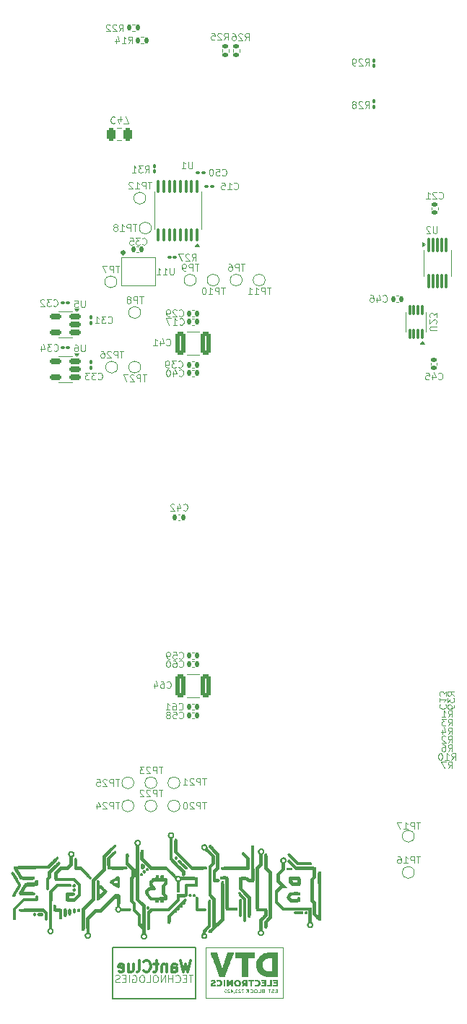
<source format=gbr>
%TF.GenerationSoftware,KiCad,Pcbnew,8.0.4*%
%TF.CreationDate,2024-10-26T18:49:35+02:00*%
%TF.ProjectId,BitForgeNano,42697446-6f72-4676-954e-616e6f2e6b69,rev?*%
%TF.SameCoordinates,Original*%
%TF.FileFunction,Legend,Bot*%
%TF.FilePolarity,Positive*%
%FSLAX46Y46*%
G04 Gerber Fmt 4.6, Leading zero omitted, Abs format (unit mm)*
G04 Created by KiCad (PCBNEW 8.0.4) date 2024-10-26 18:49:35*
%MOMM*%
%LPD*%
G01*
G04 APERTURE LIST*
G04 Aperture macros list*
%AMRoundRect*
0 Rectangle with rounded corners*
0 $1 Rounding radius*
0 $2 $3 $4 $5 $6 $7 $8 $9 X,Y pos of 4 corners*
0 Add a 4 corners polygon primitive as box body*
4,1,4,$2,$3,$4,$5,$6,$7,$8,$9,$2,$3,0*
0 Add four circle primitives for the rounded corners*
1,1,$1+$1,$2,$3*
1,1,$1+$1,$4,$5*
1,1,$1+$1,$6,$7*
1,1,$1+$1,$8,$9*
0 Add four rect primitives between the rounded corners*
20,1,$1+$1,$2,$3,$4,$5,0*
20,1,$1+$1,$4,$5,$6,$7,0*
20,1,$1+$1,$6,$7,$8,$9,0*
20,1,$1+$1,$8,$9,$2,$3,0*%
G04 Aperture macros list end*
%ADD10C,0.000000*%
%ADD11C,0.200000*%
%ADD12C,0.100000*%
%ADD13C,0.125000*%
%ADD14C,0.300000*%
%ADD15C,0.120000*%
%ADD16C,0.303180*%
%ADD17C,3.200000*%
%ADD18C,3.400000*%
%ADD19C,0.650000*%
%ADD20O,2.100000X1.000000*%
%ADD21O,1.800000X1.000000*%
%ADD22C,1.600000*%
%ADD23R,4.000000X2.000000*%
%ADD24O,2.000000X3.500000*%
%ADD25O,3.300000X2.000000*%
%ADD26C,1.295400*%
%ADD27C,1.574800*%
%ADD28C,0.400000*%
%ADD29C,1.000000*%
%ADD30RoundRect,0.100000X0.130000X0.100000X-0.130000X0.100000X-0.130000X-0.100000X0.130000X-0.100000X0*%
%ADD31RoundRect,0.135000X0.185000X-0.135000X0.185000X0.135000X-0.185000X0.135000X-0.185000X-0.135000X0*%
%ADD32RoundRect,0.250000X-0.325000X-1.100000X0.325000X-1.100000X0.325000X1.100000X-0.325000X1.100000X0*%
%ADD33RoundRect,0.140000X-0.140000X-0.170000X0.140000X-0.170000X0.140000X0.170000X-0.140000X0.170000X0*%
%ADD34RoundRect,0.250000X-0.250000X-0.475000X0.250000X-0.475000X0.250000X0.475000X-0.250000X0.475000X0*%
%ADD35RoundRect,0.150000X-0.512500X-0.150000X0.512500X-0.150000X0.512500X0.150000X-0.512500X0.150000X0*%
%ADD36RoundRect,0.087500X-0.087500X0.725000X-0.087500X-0.725000X0.087500X-0.725000X0.087500X0.725000X0*%
%ADD37RoundRect,0.140000X0.170000X-0.140000X0.170000X0.140000X-0.170000X0.140000X-0.170000X-0.140000X0*%
%ADD38RoundRect,0.135000X0.135000X0.185000X-0.135000X0.185000X-0.135000X-0.185000X0.135000X-0.185000X0*%
%ADD39RoundRect,0.100000X0.100000X-0.130000X0.100000X0.130000X-0.100000X0.130000X-0.100000X-0.130000X0*%
%ADD40RoundRect,0.087500X-0.087500X0.537500X-0.087500X-0.537500X0.087500X-0.537500X0.087500X0.537500X0*%
%ADD41RoundRect,0.100000X-0.130000X-0.100000X0.130000X-0.100000X0.130000X0.100000X-0.130000X0.100000X0*%
%ADD42RoundRect,0.140000X-0.170000X0.140000X-0.170000X-0.140000X0.170000X-0.140000X0.170000X0.140000X0*%
%ADD43RoundRect,0.100000X-0.100000X0.130000X-0.100000X-0.130000X0.100000X-0.130000X0.100000X0.130000X0*%
%ADD44R,1.300000X1.100000*%
%ADD45RoundRect,0.100000X0.100000X-0.637500X0.100000X0.637500X-0.100000X0.637500X-0.100000X-0.637500X0*%
%ADD46RoundRect,0.135000X-0.185000X0.135000X-0.185000X-0.135000X0.185000X-0.135000X0.185000X0.135000X0*%
G04 APERTURE END LIST*
D10*
G36*
X81096836Y-151305480D02*
G01*
X81158375Y-151307167D01*
X81208386Y-151310501D01*
X81248052Y-151315978D01*
X81278559Y-151324095D01*
X81290748Y-151329299D01*
X81301091Y-151335350D01*
X81309737Y-151342309D01*
X81316833Y-151350239D01*
X81322528Y-151359202D01*
X81326969Y-151369260D01*
X81332685Y-151392909D01*
X81335164Y-151421685D01*
X81335591Y-151456083D01*
X81335029Y-151543735D01*
X81335317Y-151609069D01*
X81334455Y-151634338D01*
X81333560Y-151645297D01*
X81332274Y-151655206D01*
X81330535Y-151664113D01*
X81328284Y-151672069D01*
X81325460Y-151679124D01*
X81322000Y-151685326D01*
X81317846Y-151690726D01*
X81312935Y-151695374D01*
X81307207Y-151699318D01*
X81300600Y-151702609D01*
X81293055Y-151705297D01*
X81284510Y-151707431D01*
X81274904Y-151709061D01*
X81264176Y-151710236D01*
X81252266Y-151711006D01*
X81239112Y-151711421D01*
X81208831Y-151711385D01*
X81130666Y-151709236D01*
X81081808Y-151707919D01*
X81025784Y-151706970D01*
X80828937Y-151704405D01*
X80772777Y-151702942D01*
X80743763Y-151702282D01*
X80628354Y-151702128D01*
X80514880Y-151702492D01*
X80427498Y-151704298D01*
X80392210Y-151706076D01*
X80361788Y-151708616D01*
X80335681Y-151712051D01*
X80313334Y-151716515D01*
X80294197Y-151722141D01*
X80277716Y-151729064D01*
X80263340Y-151737417D01*
X80250516Y-151747334D01*
X80238692Y-151758949D01*
X80227316Y-151772395D01*
X80203698Y-151805315D01*
X80192546Y-151822897D01*
X80182947Y-151838623D01*
X80174964Y-151852780D01*
X80171598Y-151859359D01*
X80168661Y-151865653D01*
X80166159Y-151871696D01*
X80164102Y-151877525D01*
X80162496Y-151883175D01*
X80161351Y-151888682D01*
X80160674Y-151894082D01*
X80160472Y-151899409D01*
X80160755Y-151904701D01*
X80161529Y-151909991D01*
X80162804Y-151915317D01*
X80164586Y-151920713D01*
X80166885Y-151926214D01*
X80169707Y-151931858D01*
X80173061Y-151937679D01*
X80176956Y-151943713D01*
X80181398Y-151949996D01*
X80186396Y-151956562D01*
X80198092Y-151970690D01*
X80212107Y-151986382D01*
X80228507Y-152003922D01*
X80247353Y-152023597D01*
X80265895Y-152042548D01*
X80283134Y-152059308D01*
X80291411Y-152066907D01*
X80299536Y-152074009D01*
X80307569Y-152080630D01*
X80315566Y-152086787D01*
X80323587Y-152092496D01*
X80331690Y-152097774D01*
X80339931Y-152102637D01*
X80348371Y-152107103D01*
X80357066Y-152111189D01*
X80366075Y-152114910D01*
X80375456Y-152118284D01*
X80385268Y-152121327D01*
X80395568Y-152124057D01*
X80406414Y-152126489D01*
X80417865Y-152128641D01*
X80429978Y-152130529D01*
X80442813Y-152132169D01*
X80456426Y-152133580D01*
X80470877Y-152134776D01*
X80486223Y-152135776D01*
X80519833Y-152137252D01*
X80557723Y-152138141D01*
X80600356Y-152138576D01*
X80648197Y-152138691D01*
X80797919Y-152140092D01*
X80855891Y-152140524D01*
X80902872Y-152139603D01*
X80922304Y-152138361D01*
X80939064Y-152136450D01*
X80953176Y-152133762D01*
X80964666Y-152130185D01*
X80973559Y-152125610D01*
X80979880Y-152119927D01*
X80982084Y-152116636D01*
X80983654Y-152113026D01*
X80984906Y-152104798D01*
X80982928Y-152039955D01*
X80983434Y-152022333D01*
X80985118Y-152004712D01*
X80986523Y-151995990D01*
X80988368Y-151987375D01*
X80990702Y-151978901D01*
X80993573Y-151970604D01*
X80997030Y-151962519D01*
X81001122Y-151954682D01*
X81005897Y-151947128D01*
X81011403Y-151939893D01*
X81017689Y-151933011D01*
X81024805Y-151926518D01*
X81032797Y-151920450D01*
X81041716Y-151914841D01*
X81051609Y-151909727D01*
X81062526Y-151905144D01*
X81074514Y-151901127D01*
X81087622Y-151897710D01*
X81101899Y-151894930D01*
X81117393Y-151892822D01*
X81134154Y-151891422D01*
X81152229Y-151890763D01*
X81170735Y-151890763D01*
X81187962Y-151891323D01*
X81203953Y-151892443D01*
X81218756Y-151894128D01*
X81232414Y-151896378D01*
X81244975Y-151899196D01*
X81256482Y-151902583D01*
X81266982Y-151906542D01*
X81276519Y-151911075D01*
X81285140Y-151916183D01*
X81292889Y-151921869D01*
X81299813Y-151928136D01*
X81305956Y-151934984D01*
X81311364Y-151942416D01*
X81316082Y-151950434D01*
X81320156Y-151959040D01*
X81323632Y-151968236D01*
X81326554Y-151978025D01*
X81328968Y-151988407D01*
X81330919Y-151999386D01*
X81332454Y-152010963D01*
X81333616Y-152023140D01*
X81335008Y-152049304D01*
X81335458Y-152077893D01*
X81335330Y-152108925D01*
X81334791Y-152178378D01*
X81334243Y-152231650D01*
X81332078Y-152278620D01*
X81330146Y-152299866D01*
X81327518Y-152319684D01*
X81324097Y-152338124D01*
X81319784Y-152355236D01*
X81314484Y-152371068D01*
X81308097Y-152385672D01*
X81300528Y-152399095D01*
X81291678Y-152411387D01*
X81281450Y-152422598D01*
X81269747Y-152432777D01*
X81256471Y-152441974D01*
X81241526Y-152450237D01*
X81224813Y-152457617D01*
X81206235Y-152464163D01*
X81185696Y-152469924D01*
X81163096Y-152474949D01*
X81138340Y-152479289D01*
X81111330Y-152482991D01*
X81081968Y-152486107D01*
X81050158Y-152488685D01*
X80978800Y-152492425D01*
X80896477Y-152494607D01*
X80802411Y-152495626D01*
X80695823Y-152495878D01*
X80179885Y-152495878D01*
X79961603Y-152289503D01*
X79939439Y-152268416D01*
X79917676Y-152246932D01*
X79896436Y-152225217D01*
X79875841Y-152203431D01*
X79837076Y-152160302D01*
X79819150Y-152139284D01*
X79802358Y-152118847D01*
X79786821Y-152099154D01*
X79772662Y-152080369D01*
X79760003Y-152062653D01*
X79748965Y-152046169D01*
X79739672Y-152031081D01*
X79732245Y-152017551D01*
X79726807Y-152005741D01*
X79723479Y-151995815D01*
X79721687Y-151984689D01*
X79721469Y-151971501D01*
X79722748Y-151956397D01*
X79725447Y-151939524D01*
X79734798Y-151901060D01*
X79748903Y-151857281D01*
X79767148Y-151809364D01*
X79788916Y-151758481D01*
X79813591Y-151705808D01*
X79840557Y-151652519D01*
X79869196Y-151599787D01*
X79898894Y-151548789D01*
X79929034Y-151500697D01*
X79958999Y-151456686D01*
X79988174Y-151417930D01*
X80015941Y-151385605D01*
X80041686Y-151360883D01*
X80053607Y-151351741D01*
X80064791Y-151344941D01*
X80075152Y-151340560D01*
X80091123Y-151336358D01*
X80112361Y-151332350D01*
X80138523Y-151328554D01*
X80169266Y-151324984D01*
X80204248Y-151321657D01*
X80285553Y-151315795D01*
X80379695Y-151311096D01*
X80483929Y-151307687D01*
X80595511Y-151305697D01*
X80711698Y-151305253D01*
X81096836Y-151305480D01*
G37*
G36*
X81373580Y-150230428D02*
G01*
X81371235Y-150302843D01*
X81366541Y-150364846D01*
X81363059Y-150392195D01*
X81358685Y-150417245D01*
X81353317Y-150440095D01*
X81346853Y-150460848D01*
X81339191Y-150479603D01*
X81330230Y-150496463D01*
X81319867Y-150511527D01*
X81308002Y-150524898D01*
X81294533Y-150536676D01*
X81279357Y-150546961D01*
X81262373Y-150555856D01*
X81243479Y-150563461D01*
X81222574Y-150569877D01*
X81199555Y-150575206D01*
X81174322Y-150579547D01*
X81146772Y-150583003D01*
X81084314Y-150587660D01*
X81011369Y-150589987D01*
X80830760Y-150590878D01*
X80410072Y-150590878D01*
X80195760Y-150380534D01*
X79985416Y-150149831D01*
X79985416Y-149922104D01*
X80376814Y-149922104D01*
X80377118Y-149925720D01*
X80378008Y-149929850D01*
X80379456Y-149934464D01*
X80381432Y-149939530D01*
X80386845Y-149950892D01*
X80394010Y-149963689D01*
X80402688Y-149977669D01*
X80412641Y-149992584D01*
X80423628Y-150008184D01*
X80435413Y-150024220D01*
X80460418Y-150056599D01*
X80485746Y-150087727D01*
X80509486Y-150115607D01*
X80529731Y-150138242D01*
X80541642Y-150150641D01*
X80552308Y-150161149D01*
X80557284Y-150165740D01*
X80562081Y-150169916D01*
X80566741Y-150173693D01*
X80571310Y-150177093D01*
X80575830Y-150180132D01*
X80580345Y-150182830D01*
X80584900Y-150185206D01*
X80589539Y-150187279D01*
X80594304Y-150189067D01*
X80599240Y-150190589D01*
X80604391Y-150191864D01*
X80609800Y-150192912D01*
X80615512Y-150193750D01*
X80621569Y-150194397D01*
X80628017Y-150194873D01*
X80634899Y-150195196D01*
X80650138Y-150195459D01*
X80667638Y-150195336D01*
X80710824Y-150194537D01*
X80737210Y-150194162D01*
X80767260Y-150194003D01*
X80977604Y-150194003D01*
X80977604Y-149876504D01*
X80679947Y-149876504D01*
X80525427Y-149875815D01*
X80472413Y-149876281D01*
X80451170Y-149877104D01*
X80433131Y-149878468D01*
X80418069Y-149880482D01*
X80405755Y-149883258D01*
X80395961Y-149886907D01*
X80388460Y-149891538D01*
X80383023Y-149897263D01*
X80379422Y-149904192D01*
X80377428Y-149912435D01*
X80376814Y-149922104D01*
X79985416Y-149922104D01*
X79985416Y-149884440D01*
X79985626Y-149813837D01*
X79986905Y-149751960D01*
X79990230Y-149698234D01*
X79992965Y-149674247D01*
X79996578Y-149652083D01*
X80001191Y-149631668D01*
X80006927Y-149612931D01*
X80013906Y-149595800D01*
X80022251Y-149580204D01*
X80032085Y-149566069D01*
X80043529Y-149553324D01*
X80056705Y-149541898D01*
X80071736Y-149531718D01*
X80088744Y-149522713D01*
X80107851Y-149514809D01*
X80129178Y-149507937D01*
X80152848Y-149502022D01*
X80178983Y-149496995D01*
X80207705Y-149492782D01*
X80239136Y-149489311D01*
X80273399Y-149486512D01*
X80350906Y-149482637D01*
X80441202Y-149480582D01*
X80664073Y-149479628D01*
X80831830Y-149480109D01*
X80963589Y-149481985D01*
X81064653Y-149485907D01*
X81105330Y-149488839D01*
X81140322Y-149492526D01*
X81170291Y-149497051D01*
X81195900Y-149502495D01*
X81217812Y-149508938D01*
X81236689Y-149516463D01*
X81253193Y-149525150D01*
X81267989Y-149535082D01*
X81281738Y-149546339D01*
X81295104Y-149559003D01*
X81307114Y-149571681D01*
X81312650Y-149578123D01*
X81317885Y-149584707D01*
X81322827Y-149591489D01*
X81327483Y-149598524D01*
X81331861Y-149605867D01*
X81335970Y-149613573D01*
X81339817Y-149621698D01*
X81343410Y-149630297D01*
X81346758Y-149639425D01*
X81349868Y-149649137D01*
X81352748Y-149659488D01*
X81355407Y-149670535D01*
X81357853Y-149682331D01*
X81360092Y-149694933D01*
X81362134Y-149708394D01*
X81363986Y-149722772D01*
X81365657Y-149738120D01*
X81367154Y-149754495D01*
X81369658Y-149790543D01*
X81371564Y-149831359D01*
X81372935Y-149877383D01*
X81373835Y-149929058D01*
X81374329Y-149986826D01*
X81374479Y-150051128D01*
X81373762Y-150194003D01*
X81373580Y-150230428D01*
G37*
G36*
X54802227Y-150342459D02*
G01*
X54810856Y-150343452D01*
X54819902Y-150345070D01*
X54829279Y-150347282D01*
X54838901Y-150350058D01*
X54848682Y-150353367D01*
X54858537Y-150357178D01*
X54868380Y-150361461D01*
X54878124Y-150366184D01*
X54887685Y-150371318D01*
X54896976Y-150376832D01*
X54905912Y-150382695D01*
X54914407Y-150388877D01*
X54922374Y-150395346D01*
X54929729Y-150402073D01*
X54936385Y-150409026D01*
X54947901Y-150421071D01*
X54958142Y-150433645D01*
X54967133Y-150446687D01*
X54974897Y-150460137D01*
X54981460Y-150473937D01*
X54986846Y-150488027D01*
X54991080Y-150502346D01*
X54994186Y-150516835D01*
X54996188Y-150531434D01*
X54997112Y-150546084D01*
X54996981Y-150560724D01*
X54995820Y-150575296D01*
X54993654Y-150589739D01*
X54990508Y-150603994D01*
X54986405Y-150618000D01*
X54981370Y-150631699D01*
X54975428Y-150645030D01*
X54968603Y-150657934D01*
X54960920Y-150670351D01*
X54952403Y-150682222D01*
X54943077Y-150693486D01*
X54932967Y-150704083D01*
X54922096Y-150713955D01*
X54910490Y-150723042D01*
X54898173Y-150731283D01*
X54885169Y-150738619D01*
X54871503Y-150744990D01*
X54857199Y-150750337D01*
X54842283Y-150754599D01*
X54826778Y-150757718D01*
X54810709Y-150759633D01*
X54794100Y-150760284D01*
X54784663Y-150759969D01*
X54775199Y-150759039D01*
X54765728Y-150757514D01*
X54756273Y-150755417D01*
X54746854Y-150752768D01*
X54737494Y-150749589D01*
X54728214Y-150745902D01*
X54719034Y-150741728D01*
X54709977Y-150737089D01*
X54701065Y-150732005D01*
X54692318Y-150726499D01*
X54683757Y-150720591D01*
X54675406Y-150714304D01*
X54667284Y-150707659D01*
X54651815Y-150693378D01*
X54637524Y-150677922D01*
X54630874Y-150669806D01*
X54624582Y-150661461D01*
X54618670Y-150652907D01*
X54613159Y-150644166D01*
X54608072Y-150635261D01*
X54603429Y-150626211D01*
X54599252Y-150617038D01*
X54595562Y-150607765D01*
X54592381Y-150598412D01*
X54589730Y-150589001D01*
X54587631Y-150579553D01*
X54586105Y-150570090D01*
X54585174Y-150560633D01*
X54584859Y-150551203D01*
X54585174Y-150541773D01*
X54586105Y-150532316D01*
X54587631Y-150522853D01*
X54589730Y-150513405D01*
X54592381Y-150503993D01*
X54595562Y-150494640D01*
X54599252Y-150485367D01*
X54603429Y-150476195D01*
X54608072Y-150467145D01*
X54613159Y-150458239D01*
X54618670Y-150449498D01*
X54624582Y-150440945D01*
X54630874Y-150432599D01*
X54637524Y-150424483D01*
X54651815Y-150409027D01*
X54667284Y-150394746D01*
X54675406Y-150388101D01*
X54683757Y-150381814D01*
X54692318Y-150375906D01*
X54701065Y-150370400D01*
X54709977Y-150365316D01*
X54719034Y-150360677D01*
X54728214Y-150356503D01*
X54737494Y-150352816D01*
X54746854Y-150349637D01*
X54756273Y-150346988D01*
X54765728Y-150344891D01*
X54775199Y-150343366D01*
X54784663Y-150342436D01*
X54794100Y-150342121D01*
X54802227Y-150342459D01*
G37*
G36*
X74619978Y-146626932D02*
G01*
X74633100Y-146628492D01*
X74646678Y-146631300D01*
X74660758Y-146635377D01*
X74675386Y-146640746D01*
X74690608Y-146647429D01*
X74706469Y-146655450D01*
X74723015Y-146664830D01*
X74740293Y-146675593D01*
X74758348Y-146687760D01*
X74777225Y-146701354D01*
X74796970Y-146716399D01*
X74817630Y-146732915D01*
X74839249Y-146750926D01*
X74861875Y-146770455D01*
X74885552Y-146791524D01*
X74936243Y-146838371D01*
X74991690Y-146891647D01*
X75052259Y-146951534D01*
X75381666Y-147280941D01*
X75381666Y-147939753D01*
X75381054Y-148125920D01*
X75379000Y-148276415D01*
X75375178Y-148395377D01*
X75369264Y-148486945D01*
X75360931Y-148555258D01*
X75355756Y-148581988D01*
X75349854Y-148604457D01*
X75343185Y-148623182D01*
X75335708Y-148638680D01*
X75327382Y-148651468D01*
X75318166Y-148662066D01*
X75312845Y-148667136D01*
X75306434Y-148671935D01*
X75298747Y-148676469D01*
X75289602Y-148680747D01*
X75278815Y-148684774D01*
X75266201Y-148688558D01*
X75251578Y-148692107D01*
X75234761Y-148695428D01*
X75215565Y-148698528D01*
X75193809Y-148701414D01*
X75141875Y-148706574D01*
X75077488Y-148710968D01*
X74999178Y-148714652D01*
X74905473Y-148717684D01*
X74794904Y-148720124D01*
X74665998Y-148722029D01*
X74517285Y-148723457D01*
X74154555Y-148725116D01*
X73694947Y-148725566D01*
X72872611Y-148723457D01*
X72594992Y-148720124D01*
X72390718Y-148714652D01*
X72248021Y-148706574D01*
X72155136Y-148695428D01*
X72100294Y-148680747D01*
X72083463Y-148671935D01*
X72071730Y-148662066D01*
X72065130Y-148655754D01*
X72058746Y-148648780D01*
X72052606Y-148641224D01*
X72046739Y-148633168D01*
X72041174Y-148624694D01*
X72035941Y-148615883D01*
X72031068Y-148606815D01*
X72026585Y-148597574D01*
X72022521Y-148588239D01*
X72018904Y-148578893D01*
X72015763Y-148569616D01*
X72013129Y-148560491D01*
X72011029Y-148551598D01*
X72009493Y-148543019D01*
X72008551Y-148534835D01*
X72008230Y-148527128D01*
X72008551Y-148519421D01*
X72009493Y-148511238D01*
X72011029Y-148502659D01*
X72013129Y-148493766D01*
X72015763Y-148484641D01*
X72018904Y-148475364D01*
X72022521Y-148466018D01*
X72026585Y-148456683D01*
X72031068Y-148447441D01*
X72035941Y-148438374D01*
X72041174Y-148429563D01*
X72046739Y-148421088D01*
X72052606Y-148413033D01*
X72058746Y-148405477D01*
X72065130Y-148398503D01*
X72071730Y-148392191D01*
X72077002Y-148387120D01*
X72083255Y-148382321D01*
X72090658Y-148377787D01*
X72099379Y-148373510D01*
X72109585Y-148369483D01*
X72121445Y-148365698D01*
X72135125Y-148362149D01*
X72150795Y-148358828D01*
X72168621Y-148355729D01*
X72188772Y-148352842D01*
X72236719Y-148347682D01*
X72295980Y-148343289D01*
X72367897Y-148339605D01*
X72453814Y-148336572D01*
X72555072Y-148334132D01*
X72673015Y-148332227D01*
X72808987Y-148330799D01*
X73140385Y-148329141D01*
X73560011Y-148328691D01*
X74984791Y-148328691D01*
X74984791Y-147443659D01*
X74706979Y-147153941D01*
X74655651Y-147100763D01*
X74610194Y-147052590D01*
X74570435Y-147009034D01*
X74536198Y-146969704D01*
X74507311Y-146934211D01*
X74483597Y-146902165D01*
X74464883Y-146873178D01*
X74457346Y-146859709D01*
X74450994Y-146846859D01*
X74445805Y-146834578D01*
X74441757Y-146822818D01*
X74438827Y-146811531D01*
X74436995Y-146800668D01*
X74436239Y-146790179D01*
X74436536Y-146780017D01*
X74437865Y-146770132D01*
X74440205Y-146760476D01*
X74443532Y-146751001D01*
X74447826Y-146741657D01*
X74453065Y-146732396D01*
X74459227Y-146723169D01*
X74474232Y-146704623D01*
X74492667Y-146685629D01*
X74503790Y-146674959D01*
X74514866Y-146665288D01*
X74525941Y-146656639D01*
X74537059Y-146649034D01*
X74548268Y-146642496D01*
X74559613Y-146637047D01*
X74571140Y-146632710D01*
X74582894Y-146629508D01*
X74594921Y-146627462D01*
X74607267Y-146626596D01*
X74619978Y-146626932D01*
G37*
D11*
X59350000Y-157800000D02*
X69050000Y-157800000D01*
X69050000Y-163800000D01*
X59350000Y-163800000D01*
X59350000Y-157800000D01*
D10*
G36*
X70364379Y-146052339D02*
G01*
X70386581Y-146080551D01*
X70412703Y-146111319D01*
X70442616Y-146144672D01*
X70476193Y-146180645D01*
X70513304Y-146219268D01*
X70553822Y-146260575D01*
X70644561Y-146351367D01*
X70861261Y-146566566D01*
X71293854Y-146999160D01*
X71293854Y-148054847D01*
X71103354Y-148257253D01*
X70916823Y-148455690D01*
X70904917Y-149991597D01*
X70893011Y-151523534D01*
X71150979Y-151781503D01*
X71412918Y-152035503D01*
X71412918Y-154972378D01*
X72008230Y-154385003D01*
X72008230Y-152249816D01*
X72010338Y-151121699D01*
X72019144Y-150469831D01*
X72027221Y-150280634D01*
X72038367Y-150160269D01*
X72053049Y-150091994D01*
X72071730Y-150059066D01*
X72078041Y-150052466D01*
X72085016Y-150046082D01*
X72092571Y-150039942D01*
X72100627Y-150034075D01*
X72109101Y-150028510D01*
X72117913Y-150023277D01*
X72126980Y-150018404D01*
X72136222Y-150013921D01*
X72145557Y-150009856D01*
X72154903Y-150006239D01*
X72164180Y-150003099D01*
X72173305Y-150000464D01*
X72182198Y-149998365D01*
X72190777Y-149996829D01*
X72198960Y-149995886D01*
X72206667Y-149995566D01*
X72214374Y-149995886D01*
X72222558Y-149996829D01*
X72231137Y-149998365D01*
X72240030Y-150000464D01*
X72249155Y-150003099D01*
X72258432Y-150006239D01*
X72267778Y-150009856D01*
X72277113Y-150013921D01*
X72286354Y-150018404D01*
X72295422Y-150023277D01*
X72304233Y-150028510D01*
X72312707Y-150034075D01*
X72320763Y-150039942D01*
X72328319Y-150046082D01*
X72335293Y-150052466D01*
X72341604Y-150059066D01*
X72346675Y-150064914D01*
X72351474Y-150072221D01*
X72356008Y-150081263D01*
X72360285Y-150092312D01*
X72364312Y-150105643D01*
X72368097Y-150121530D01*
X72371646Y-150140247D01*
X72374967Y-150162067D01*
X72380953Y-150216115D01*
X72386113Y-150285866D01*
X72390506Y-150373511D01*
X72394190Y-150481242D01*
X72397223Y-150611250D01*
X72399663Y-150765728D01*
X72401568Y-150946867D01*
X72402996Y-151156859D01*
X72404655Y-151672169D01*
X72405104Y-152329191D01*
X72405104Y-154535816D01*
X71643104Y-155301784D01*
X71336549Y-155606659D01*
X71069322Y-155868105D01*
X70960491Y-155972162D01*
X70873533Y-156052905D01*
X70812461Y-156106182D01*
X70792888Y-156121223D01*
X70781291Y-156127840D01*
X70771265Y-156130480D01*
X70761284Y-156132461D01*
X70751358Y-156133799D01*
X70741495Y-156134513D01*
X70731703Y-156134620D01*
X70721990Y-156134137D01*
X70712367Y-156133082D01*
X70702840Y-156131473D01*
X70693419Y-156129328D01*
X70684112Y-156126664D01*
X70674928Y-156123499D01*
X70665876Y-156119850D01*
X70656964Y-156115736D01*
X70648200Y-156111173D01*
X70639594Y-156106179D01*
X70631153Y-156100773D01*
X70614804Y-156088791D01*
X70599220Y-156075370D01*
X70584472Y-156060650D01*
X70570628Y-156044771D01*
X70557756Y-156027877D01*
X70545926Y-156010106D01*
X70535205Y-155991601D01*
X70525663Y-155972503D01*
X70522545Y-155964833D01*
X70519902Y-155957420D01*
X70517755Y-155950217D01*
X70516123Y-155943180D01*
X70515028Y-155936261D01*
X70514488Y-155929416D01*
X70514525Y-155922598D01*
X70515158Y-155915763D01*
X70516409Y-155908863D01*
X70518296Y-155901853D01*
X70520841Y-155894689D01*
X70524064Y-155887322D01*
X70527985Y-155879709D01*
X70532624Y-155871803D01*
X70538001Y-155863558D01*
X70544138Y-155854929D01*
X70551053Y-155845869D01*
X70558768Y-155836334D01*
X70567302Y-155826277D01*
X70576676Y-155815652D01*
X70598024Y-155792517D01*
X70622975Y-155766562D01*
X70651690Y-155737421D01*
X70684332Y-155704728D01*
X70762043Y-155627221D01*
X71016042Y-155377191D01*
X71016042Y-152206160D01*
X70777917Y-151956128D01*
X70539793Y-151710066D01*
X70539793Y-148285034D01*
X70896980Y-147904034D01*
X70896980Y-147157910D01*
X70527885Y-146792784D01*
X70337870Y-146604548D01*
X70257654Y-146526435D01*
X70186236Y-146459806D01*
X70153577Y-146430988D01*
X70122818Y-146405269D01*
X70093859Y-146382726D01*
X70066601Y-146363434D01*
X70040944Y-146347470D01*
X70016787Y-146334909D01*
X69994032Y-146325829D01*
X69972579Y-146320305D01*
X69965218Y-146318975D01*
X69958014Y-146317948D01*
X69944071Y-146316693D01*
X69930727Y-146316338D01*
X69917959Y-146316677D01*
X69905746Y-146317507D01*
X69894065Y-146318624D01*
X69872209Y-146320900D01*
X69861990Y-146321652D01*
X69852214Y-146321875D01*
X69842858Y-146321363D01*
X69838331Y-146320769D01*
X69833900Y-146319914D01*
X69829564Y-146318774D01*
X69825319Y-146317323D01*
X69821161Y-146315536D01*
X69817090Y-146313387D01*
X69813101Y-146310850D01*
X69809193Y-146307900D01*
X69805361Y-146304512D01*
X69801604Y-146300660D01*
X69792593Y-146289821D01*
X69784165Y-146278177D01*
X69776319Y-146265782D01*
X69769056Y-146252694D01*
X69762378Y-146238965D01*
X69756285Y-146224653D01*
X69745856Y-146194496D01*
X69737776Y-146162664D01*
X69732051Y-146129601D01*
X69728686Y-146095746D01*
X69727687Y-146061543D01*
X69728017Y-146053336D01*
X69812877Y-146053336D01*
X69813023Y-146067871D01*
X69815054Y-146082748D01*
X69818863Y-146097880D01*
X69824342Y-146113177D01*
X69831384Y-146128553D01*
X69839879Y-146143918D01*
X69849719Y-146159184D01*
X69860798Y-146174263D01*
X69873006Y-146189068D01*
X69886236Y-146203509D01*
X69900380Y-146217499D01*
X69915330Y-146230949D01*
X69930977Y-146243771D01*
X69947213Y-146255877D01*
X69963931Y-146267179D01*
X69981023Y-146277588D01*
X69998380Y-146287017D01*
X70015895Y-146295376D01*
X70033459Y-146302579D01*
X70050965Y-146308536D01*
X70068304Y-146313160D01*
X70085368Y-146316362D01*
X70102050Y-146318054D01*
X70118241Y-146318148D01*
X70133833Y-146316556D01*
X70148719Y-146313189D01*
X70162789Y-146307959D01*
X70175937Y-146300778D01*
X70188517Y-146291589D01*
X70200213Y-146280488D01*
X70211025Y-146267620D01*
X70220955Y-146253130D01*
X70230003Y-146237162D01*
X70238170Y-146219860D01*
X70245457Y-146201369D01*
X70251864Y-146181834D01*
X70262044Y-146140208D01*
X70268716Y-146096137D01*
X70271888Y-146050778D01*
X70271564Y-146005286D01*
X70267752Y-145960817D01*
X70260459Y-145918527D01*
X70255509Y-145898561D01*
X70249691Y-145879573D01*
X70243005Y-145861707D01*
X70235454Y-145845109D01*
X70227036Y-145829922D01*
X70217755Y-145816291D01*
X70207609Y-145804361D01*
X70196600Y-145794276D01*
X70184729Y-145786181D01*
X70171996Y-145780220D01*
X70158403Y-145776537D01*
X70143950Y-145775277D01*
X70139646Y-145775833D01*
X70134226Y-145777457D01*
X70120347Y-145783648D01*
X70102926Y-145793331D01*
X70082576Y-145805985D01*
X70059912Y-145821092D01*
X70035547Y-145838131D01*
X69984167Y-145875925D01*
X69933346Y-145915206D01*
X69887991Y-145951817D01*
X69853012Y-145981596D01*
X69840946Y-145992624D01*
X69833316Y-146000385D01*
X69824837Y-146012668D01*
X69818676Y-146025646D01*
X69814726Y-146039232D01*
X69812877Y-146053336D01*
X69728017Y-146053336D01*
X69729060Y-146027432D01*
X69732811Y-145993857D01*
X69738945Y-145961258D01*
X69747469Y-145930078D01*
X69752628Y-145915158D01*
X69758387Y-145900758D01*
X69764747Y-145886934D01*
X69771707Y-145873740D01*
X69779269Y-145861233D01*
X69787434Y-145849466D01*
X69796202Y-145838497D01*
X69805573Y-145828378D01*
X69813706Y-145820671D01*
X69822452Y-145813183D01*
X69841633Y-145798900D01*
X69862814Y-145785605D01*
X69885693Y-145773374D01*
X69909967Y-145762282D01*
X69935333Y-145752406D01*
X69961491Y-145743820D01*
X69988136Y-145736601D01*
X70014968Y-145730823D01*
X70041683Y-145726562D01*
X70067980Y-145723895D01*
X70093556Y-145722896D01*
X70118109Y-145723641D01*
X70141336Y-145726206D01*
X70152358Y-145728194D01*
X70162935Y-145730666D01*
X70173030Y-145733630D01*
X70182604Y-145737097D01*
X70193050Y-145741229D01*
X70202823Y-145745448D01*
X70211951Y-145749764D01*
X70220462Y-145754188D01*
X70228382Y-145758730D01*
X70235737Y-145763400D01*
X70242556Y-145768210D01*
X70248864Y-145773169D01*
X70254690Y-145778288D01*
X70260059Y-145783578D01*
X70264999Y-145789049D01*
X70269537Y-145794711D01*
X70273699Y-145800576D01*
X70277513Y-145806653D01*
X70281006Y-145812954D01*
X70284205Y-145819488D01*
X70287136Y-145826266D01*
X70289826Y-145833299D01*
X70292303Y-145840598D01*
X70294594Y-145848172D01*
X70298723Y-145864188D01*
X70302430Y-145881434D01*
X70317344Y-145964388D01*
X70319400Y-145973245D01*
X70322580Y-145982705D01*
X70326869Y-145992771D01*
X70332250Y-146003448D01*
X70338708Y-146014739D01*
X70346226Y-146026648D01*
X70363276Y-146050778D01*
X70364379Y-146052339D01*
G37*
G36*
X61469135Y-153365788D02*
G01*
X61468996Y-153395561D01*
X61467899Y-153422455D01*
X61466673Y-153434863D01*
X61464824Y-153446598D01*
X61462226Y-153457676D01*
X61458751Y-153468114D01*
X61454271Y-153477927D01*
X61448659Y-153487131D01*
X61441787Y-153495742D01*
X61433528Y-153503775D01*
X61423754Y-153511246D01*
X61412338Y-153518171D01*
X61399152Y-153524566D01*
X61384069Y-153530447D01*
X61366961Y-153535828D01*
X61347700Y-153540727D01*
X61326160Y-153545159D01*
X61302212Y-153549139D01*
X61275729Y-153552684D01*
X61246584Y-153555809D01*
X61214648Y-153558530D01*
X61179795Y-153560863D01*
X61141897Y-153562823D01*
X61100826Y-153564427D01*
X61008657Y-153566627D01*
X60902267Y-153567589D01*
X60780635Y-153567441D01*
X60513526Y-153565330D01*
X60395785Y-153564979D01*
X60290216Y-153566156D01*
X60198042Y-153569656D01*
X60120485Y-153576275D01*
X60087569Y-153581003D01*
X60058767Y-153586808D01*
X60034229Y-153593790D01*
X60014110Y-153602048D01*
X59987753Y-153615306D01*
X59963587Y-153626761D01*
X59941372Y-153636352D01*
X59920870Y-153644017D01*
X59911185Y-153647109D01*
X59901838Y-153649696D01*
X59892799Y-153651771D01*
X59884039Y-153653327D01*
X59875526Y-153654355D01*
X59867230Y-153654847D01*
X59859123Y-153654798D01*
X59851174Y-153654197D01*
X59843352Y-153653039D01*
X59835629Y-153651315D01*
X59827973Y-153649017D01*
X59820356Y-153646138D01*
X59812746Y-153642671D01*
X59805114Y-153638607D01*
X59797430Y-153633938D01*
X59789664Y-153628658D01*
X59781785Y-153622759D01*
X59773765Y-153616232D01*
X59757178Y-153601267D01*
X59739663Y-153583700D01*
X59720979Y-153563472D01*
X59712411Y-153553547D01*
X59704559Y-153543144D01*
X59697411Y-153532293D01*
X59690957Y-153521029D01*
X59685185Y-153509384D01*
X59680083Y-153497390D01*
X59675641Y-153485081D01*
X59671847Y-153472488D01*
X59668690Y-153459646D01*
X59666159Y-153446586D01*
X59664241Y-153433341D01*
X59662927Y-153419944D01*
X59662061Y-153392825D01*
X59663472Y-153365491D01*
X59667069Y-153338203D01*
X59667805Y-153334714D01*
X59759988Y-153334714D01*
X59760194Y-153353735D01*
X59762149Y-153371784D01*
X59765758Y-153388862D01*
X59770927Y-153404971D01*
X59777559Y-153420111D01*
X59785558Y-153434285D01*
X59794830Y-153447493D01*
X59805279Y-153459737D01*
X59816809Y-153471018D01*
X59829325Y-153481337D01*
X59842731Y-153490695D01*
X59856931Y-153499094D01*
X59871831Y-153506535D01*
X59887335Y-153513019D01*
X59903346Y-153518548D01*
X59919771Y-153523122D01*
X59936512Y-153526743D01*
X59953475Y-153529413D01*
X59970564Y-153531132D01*
X59987684Y-153531902D01*
X60004739Y-153531723D01*
X60021633Y-153530598D01*
X60038271Y-153528528D01*
X60054558Y-153525513D01*
X60070398Y-153521555D01*
X60085695Y-153516656D01*
X60100355Y-153510816D01*
X60114280Y-153504037D01*
X60127377Y-153496320D01*
X60139625Y-153487455D01*
X60150353Y-153477300D01*
X60159605Y-153465958D01*
X60167424Y-153453532D01*
X60173852Y-153440125D01*
X60178934Y-153425840D01*
X60182711Y-153410780D01*
X60185228Y-153395049D01*
X60186527Y-153378749D01*
X60186652Y-153361983D01*
X60185646Y-153344855D01*
X60183552Y-153327467D01*
X60180414Y-153309923D01*
X60176273Y-153292325D01*
X60171175Y-153274777D01*
X60165161Y-153257382D01*
X60158275Y-153240242D01*
X60150560Y-153223462D01*
X60142059Y-153207143D01*
X60132816Y-153191389D01*
X60122874Y-153176304D01*
X60112275Y-153161989D01*
X60101064Y-153148549D01*
X60089283Y-153136086D01*
X60076975Y-153124703D01*
X60064184Y-153114503D01*
X60050952Y-153105590D01*
X60037324Y-153098066D01*
X60023341Y-153092035D01*
X60009048Y-153087600D01*
X59994487Y-153084863D01*
X59979702Y-153083928D01*
X59975690Y-153084377D01*
X59971121Y-153085689D01*
X59966035Y-153087813D01*
X59960472Y-153090698D01*
X59948069Y-153098546D01*
X59934229Y-153108819D01*
X59919266Y-153121109D01*
X59903497Y-153135003D01*
X59887236Y-153150091D01*
X59870800Y-153165962D01*
X59838660Y-153198409D01*
X59809603Y-153229057D01*
X59786151Y-153254620D01*
X59770827Y-153271808D01*
X59765209Y-153293752D01*
X59761628Y-153314720D01*
X59759988Y-153334714D01*
X59667805Y-153334714D01*
X59672761Y-153311224D01*
X59680459Y-153284815D01*
X59690071Y-153259238D01*
X59701508Y-153234754D01*
X59714679Y-153211627D01*
X59729494Y-153190117D01*
X59737490Y-153180050D01*
X59745863Y-153170486D01*
X59750862Y-153163876D01*
X59755453Y-153156672D01*
X59759652Y-153148837D01*
X59763475Y-153140336D01*
X59766939Y-153131132D01*
X59770059Y-153121188D01*
X59772854Y-153110469D01*
X59775337Y-153098937D01*
X59779440Y-153073291D01*
X59782499Y-153043961D01*
X59784644Y-153010654D01*
X59786008Y-152973080D01*
X59786720Y-152930949D01*
X59786912Y-152883969D01*
X59786259Y-152774298D01*
X59785099Y-152641742D01*
X59784480Y-152483972D01*
X59783929Y-152375149D01*
X59782309Y-152273442D01*
X59779666Y-152181130D01*
X59776046Y-152100491D01*
X59771496Y-152033806D01*
X59766062Y-151983351D01*
X59763028Y-151964923D01*
X59759791Y-151951408D01*
X59756356Y-151943089D01*
X59754566Y-151940968D01*
X59752729Y-151940253D01*
X59745271Y-151944783D01*
X59729157Y-151958074D01*
X59672796Y-152009148D01*
X59587320Y-152089895D01*
X59476404Y-152196734D01*
X59343722Y-152326082D01*
X59192949Y-152474360D01*
X58851823Y-152813378D01*
X57978698Y-153686503D01*
X57383386Y-153686503D01*
X56569791Y-154500096D01*
X56569791Y-155270034D01*
X56567032Y-155718403D01*
X56565961Y-155870298D01*
X56567212Y-155983893D01*
X56572369Y-156066605D01*
X56576908Y-156098699D01*
X56583019Y-156125855D01*
X56590899Y-156149000D01*
X56600747Y-156169061D01*
X56612761Y-156186966D01*
X56627139Y-156203642D01*
X56649103Y-156228720D01*
X56668797Y-156254738D01*
X56686134Y-156281541D01*
X56701026Y-156308976D01*
X56707529Y-156322881D01*
X56713387Y-156336887D01*
X56718590Y-156350974D01*
X56723127Y-156365122D01*
X56726987Y-156379312D01*
X56730159Y-156393526D01*
X56732632Y-156407742D01*
X56734395Y-156421944D01*
X56735438Y-156436110D01*
X56735748Y-156450222D01*
X56735375Y-156462325D01*
X56735316Y-156464261D01*
X56734130Y-156478207D01*
X56732179Y-156492041D01*
X56729452Y-156505744D01*
X56725939Y-156519297D01*
X56721627Y-156532679D01*
X56716508Y-156545873D01*
X56710568Y-156558858D01*
X56703798Y-156571615D01*
X56696187Y-156584126D01*
X56687722Y-156596371D01*
X56678395Y-156608330D01*
X56668192Y-156619984D01*
X56657105Y-156631315D01*
X56645556Y-156642488D01*
X56633265Y-156652941D01*
X56620283Y-156662673D01*
X56606658Y-156671684D01*
X56592441Y-156679975D01*
X56577679Y-156687544D01*
X56562424Y-156694393D01*
X56546724Y-156700520D01*
X56530628Y-156705927D01*
X56514187Y-156710613D01*
X56497449Y-156714577D01*
X56480464Y-156717821D01*
X56445951Y-156722147D01*
X56411042Y-156723589D01*
X56376133Y-156722147D01*
X56341620Y-156717821D01*
X56324635Y-156714577D01*
X56307897Y-156710613D01*
X56291455Y-156705927D01*
X56275360Y-156700520D01*
X56259660Y-156694393D01*
X56244404Y-156687544D01*
X56229643Y-156679975D01*
X56215425Y-156671684D01*
X56201801Y-156662673D01*
X56188819Y-156652941D01*
X56176528Y-156642488D01*
X56164979Y-156631315D01*
X56154840Y-156620744D01*
X56145262Y-156609879D01*
X56136248Y-156598739D01*
X56127805Y-156587343D01*
X56119936Y-156575710D01*
X56112645Y-156563858D01*
X56105937Y-156551807D01*
X56099817Y-156539575D01*
X56094289Y-156527181D01*
X56089358Y-156514643D01*
X56085027Y-156501981D01*
X56081302Y-156489213D01*
X56078187Y-156476359D01*
X56075687Y-156463436D01*
X56073805Y-156450464D01*
X56072547Y-156437462D01*
X56071916Y-156424448D01*
X56071918Y-156411441D01*
X56072557Y-156398460D01*
X56073837Y-156385524D01*
X56075763Y-156372652D01*
X56078339Y-156359862D01*
X56078564Y-156358980D01*
X56188075Y-156358980D01*
X56188630Y-156371773D01*
X56190273Y-156387485D01*
X56192975Y-156405599D01*
X56196708Y-156425599D01*
X56201441Y-156446967D01*
X56207146Y-156469187D01*
X56213794Y-156491743D01*
X56221354Y-156514118D01*
X56229798Y-156535795D01*
X56239096Y-156556258D01*
X56249220Y-156574991D01*
X56260139Y-156591475D01*
X56265888Y-156598714D01*
X56271824Y-156605196D01*
X56277945Y-156610859D01*
X56284247Y-156615636D01*
X56290726Y-156619465D01*
X56297377Y-156622279D01*
X56304199Y-156624015D01*
X56311186Y-156624608D01*
X56327455Y-156623440D01*
X56347537Y-156620077D01*
X56370759Y-156614733D01*
X56396453Y-156607623D01*
X56423947Y-156598960D01*
X56452569Y-156588958D01*
X56481650Y-156577830D01*
X56510518Y-156565791D01*
X56538502Y-156553054D01*
X56564932Y-156539834D01*
X56589136Y-156526343D01*
X56610444Y-156512797D01*
X56628184Y-156499408D01*
X56635507Y-156492839D01*
X56641687Y-156486390D01*
X56646639Y-156480088D01*
X56650280Y-156473958D01*
X56652526Y-156468029D01*
X56653294Y-156462325D01*
X56652903Y-156456296D01*
X56651756Y-156449414D01*
X56647333Y-156433370D01*
X56640311Y-156414739D01*
X56630976Y-156394069D01*
X56619613Y-156371908D01*
X56606509Y-156348803D01*
X56591950Y-156325300D01*
X56576221Y-156301948D01*
X56559608Y-156279294D01*
X56542397Y-156257885D01*
X56524875Y-156238267D01*
X56507327Y-156220990D01*
X56490038Y-156206599D01*
X56481581Y-156200657D01*
X56473296Y-156195642D01*
X56465219Y-156191622D01*
X56457385Y-156188666D01*
X56449831Y-156186843D01*
X56442592Y-156186220D01*
X56434335Y-156186442D01*
X56424594Y-156187106D01*
X56413596Y-156188209D01*
X56401566Y-156189748D01*
X56388728Y-156191719D01*
X56375308Y-156194118D01*
X56361530Y-156196943D01*
X56347621Y-156200190D01*
X56333805Y-156203855D01*
X56320306Y-156207936D01*
X56307351Y-156212428D01*
X56295164Y-156217329D01*
X56283971Y-156222634D01*
X56273996Y-156228342D01*
X56269536Y-156231345D01*
X56265465Y-156234448D01*
X56261812Y-156237649D01*
X56258603Y-156240949D01*
X56251924Y-156247288D01*
X56245317Y-156254322D01*
X56238830Y-156261931D01*
X56232513Y-156269995D01*
X56226417Y-156278396D01*
X56220590Y-156287015D01*
X56215082Y-156295732D01*
X56209944Y-156304429D01*
X56205224Y-156312986D01*
X56200972Y-156321285D01*
X56197238Y-156329206D01*
X56194072Y-156336630D01*
X56191523Y-156343439D01*
X56189641Y-156349513D01*
X56188475Y-156354733D01*
X56188075Y-156358980D01*
X56078564Y-156358980D01*
X56081570Y-156347173D01*
X56085460Y-156334604D01*
X56090013Y-156322174D01*
X56095235Y-156309902D01*
X56101130Y-156297806D01*
X56107701Y-156285906D01*
X56114954Y-156274219D01*
X56122893Y-156262765D01*
X56131523Y-156251563D01*
X56140848Y-156240632D01*
X56152432Y-156227340D01*
X56163058Y-156214298D01*
X56172759Y-156201364D01*
X56181569Y-156188393D01*
X56189521Y-156175242D01*
X56196649Y-156161766D01*
X56202985Y-156147823D01*
X56208562Y-156133269D01*
X56213415Y-156117959D01*
X56217576Y-156101751D01*
X56221079Y-156084500D01*
X56223957Y-156066062D01*
X56226243Y-156046295D01*
X56227970Y-156025055D01*
X56229172Y-156002197D01*
X56229883Y-155977578D01*
X56229960Y-155922482D01*
X56228470Y-155858619D01*
X56225676Y-155784837D01*
X56221847Y-155699989D01*
X56212145Y-155492493D01*
X56206804Y-155367546D01*
X56201493Y-155226933D01*
X56199149Y-154352698D01*
X56692822Y-153825409D01*
X57220664Y-153289628D01*
X57863603Y-153289628D01*
X59601914Y-151543378D01*
X59812261Y-151543378D01*
X59922394Y-151543025D01*
X59970679Y-151543918D01*
X59993102Y-151545022D01*
X60014370Y-151546712D01*
X60034474Y-151549099D01*
X60053409Y-151552296D01*
X60071167Y-151556413D01*
X60087742Y-151561561D01*
X60103126Y-151567852D01*
X60117312Y-151575397D01*
X60130294Y-151584307D01*
X60142064Y-151594694D01*
X60148510Y-151600932D01*
X60154468Y-151606379D01*
X60164995Y-151615660D01*
X60169603Y-151619875D01*
X60173800Y-151624059D01*
X60177605Y-151628404D01*
X60181038Y-151633099D01*
X60184118Y-151638335D01*
X60186864Y-151644301D01*
X60189297Y-151651189D01*
X60191434Y-151659188D01*
X60193297Y-151668490D01*
X60194904Y-151679283D01*
X60196274Y-151691758D01*
X60197427Y-151706107D01*
X60198382Y-151722518D01*
X60199160Y-151741182D01*
X60199778Y-151762290D01*
X60200257Y-151786031D01*
X60200874Y-151842176D01*
X60201166Y-151911140D01*
X60201396Y-152093610D01*
X60201645Y-152210162D01*
X60202189Y-152345621D01*
X60200008Y-152652912D01*
X60196403Y-152876240D01*
X60197144Y-152960559D01*
X60201224Y-153028857D01*
X60209874Y-153082789D01*
X60216297Y-153104886D01*
X60224325Y-153124012D01*
X60234111Y-153140376D01*
X60245809Y-153154183D01*
X60259574Y-153165642D01*
X60275558Y-153174958D01*
X60293917Y-153182340D01*
X60314803Y-153187994D01*
X60364776Y-153194946D01*
X60426708Y-153197472D01*
X60501831Y-153197228D01*
X60696576Y-153195053D01*
X60938489Y-153195564D01*
X61123974Y-153198307D01*
X61197885Y-153201096D01*
X61260483Y-153205141D01*
X61312699Y-153210674D01*
X61355465Y-153217927D01*
X61389712Y-153227134D01*
X61416371Y-153238525D01*
X61436374Y-153252335D01*
X61450651Y-153268795D01*
X61460135Y-153288138D01*
X61465756Y-153310596D01*
X61468445Y-153336402D01*
X61469045Y-153361983D01*
X61469135Y-153365788D01*
G37*
G36*
X63381721Y-148487762D02*
G01*
X63387818Y-148488704D01*
X63394416Y-148490240D01*
X63401438Y-148492340D01*
X63408808Y-148494974D01*
X63416452Y-148498114D01*
X63424294Y-148501731D01*
X63432257Y-148505796D01*
X63440267Y-148510279D01*
X63448248Y-148515152D01*
X63456125Y-148520385D01*
X63463821Y-148525950D01*
X63471261Y-148531817D01*
X63478370Y-148537957D01*
X63485072Y-148544342D01*
X63491292Y-148550941D01*
X63497892Y-148557161D01*
X63504276Y-148563863D01*
X63510416Y-148570972D01*
X63516283Y-148578412D01*
X63521848Y-148586108D01*
X63527081Y-148593985D01*
X63531954Y-148601966D01*
X63536437Y-148609976D01*
X63540502Y-148617939D01*
X63544119Y-148625781D01*
X63547259Y-148633425D01*
X63549894Y-148640796D01*
X63551994Y-148647818D01*
X63553529Y-148654415D01*
X63554472Y-148660513D01*
X63554793Y-148666035D01*
X63554483Y-148672832D01*
X63553572Y-148679813D01*
X63552085Y-148686950D01*
X63550049Y-148694219D01*
X63547490Y-148701592D01*
X63544433Y-148709044D01*
X63540906Y-148716547D01*
X63536933Y-148724077D01*
X63527759Y-148739111D01*
X63517120Y-148753936D01*
X63505226Y-148768342D01*
X63492285Y-148782120D01*
X63478506Y-148795061D01*
X63464100Y-148806956D01*
X63449275Y-148817595D01*
X63434241Y-148826769D01*
X63426711Y-148830741D01*
X63419207Y-148834269D01*
X63411756Y-148837325D01*
X63404383Y-148839884D01*
X63397114Y-148841921D01*
X63389977Y-148843408D01*
X63382996Y-148844319D01*
X63376199Y-148844628D01*
X63369401Y-148844319D01*
X63362420Y-148843408D01*
X63355283Y-148841921D01*
X63348014Y-148839884D01*
X63340641Y-148837325D01*
X63333189Y-148834269D01*
X63325685Y-148830741D01*
X63318155Y-148826769D01*
X63303121Y-148817595D01*
X63288297Y-148806956D01*
X63273890Y-148795061D01*
X63260112Y-148782120D01*
X63247171Y-148768342D01*
X63235277Y-148753936D01*
X63224638Y-148739111D01*
X63215464Y-148724077D01*
X63211492Y-148716547D01*
X63207964Y-148709044D01*
X63204908Y-148701592D01*
X63202348Y-148694219D01*
X63200312Y-148686950D01*
X63198825Y-148679813D01*
X63197914Y-148672832D01*
X63197605Y-148666035D01*
X63197914Y-148659237D01*
X63198825Y-148652256D01*
X63200312Y-148645119D01*
X63202348Y-148637850D01*
X63204908Y-148630477D01*
X63207964Y-148623025D01*
X63211492Y-148615521D01*
X63215464Y-148607991D01*
X63224638Y-148592957D01*
X63235277Y-148578133D01*
X63247171Y-148563727D01*
X63260112Y-148549948D01*
X63273890Y-148537007D01*
X63288297Y-148525113D01*
X63303121Y-148514474D01*
X63318155Y-148505300D01*
X63325685Y-148501328D01*
X63333189Y-148497801D01*
X63340641Y-148494744D01*
X63348014Y-148492185D01*
X63355283Y-148490148D01*
X63362420Y-148488662D01*
X63369401Y-148487750D01*
X63376199Y-148487441D01*
X63381721Y-148487762D01*
G37*
G36*
X63369871Y-156497335D02*
G01*
X63368406Y-156516573D01*
X63365994Y-156535533D01*
X63362659Y-156554190D01*
X63358424Y-156572521D01*
X63353314Y-156590501D01*
X63347351Y-156608108D01*
X63340561Y-156625317D01*
X63332967Y-156642104D01*
X63324593Y-156658446D01*
X63315463Y-156674318D01*
X63305600Y-156689696D01*
X63295029Y-156704557D01*
X63283774Y-156718877D01*
X63271858Y-156732632D01*
X63259305Y-156745798D01*
X63246139Y-156758351D01*
X63232384Y-156770267D01*
X63218064Y-156781523D01*
X63203203Y-156792094D01*
X63187825Y-156801956D01*
X63171953Y-156811087D01*
X63155612Y-156819461D01*
X63138825Y-156827055D01*
X63121616Y-156833845D01*
X63104009Y-156839807D01*
X63086028Y-156844918D01*
X63067697Y-156849153D01*
X63049040Y-156852488D01*
X63030081Y-156854900D01*
X63010843Y-156856365D01*
X62991350Y-156856858D01*
X62971857Y-156856365D01*
X62952619Y-156854900D01*
X62933659Y-156852488D01*
X62915001Y-156849153D01*
X62896669Y-156844918D01*
X62878688Y-156839807D01*
X62861080Y-156833845D01*
X62843869Y-156827055D01*
X62827081Y-156819461D01*
X62810738Y-156811087D01*
X62794864Y-156801956D01*
X62779484Y-156792094D01*
X62764622Y-156781523D01*
X62750300Y-156770267D01*
X62736543Y-156758351D01*
X62723376Y-156745798D01*
X62710821Y-156732632D01*
X62698903Y-156718877D01*
X62687646Y-156704557D01*
X62677073Y-156689696D01*
X62667209Y-156674318D01*
X62658077Y-156658446D01*
X62649701Y-156642104D01*
X62642106Y-156625317D01*
X62635314Y-156608108D01*
X62629351Y-156590501D01*
X62624240Y-156572521D01*
X62620004Y-156554190D01*
X62616668Y-156535533D01*
X62614255Y-156516573D01*
X62612790Y-156497335D01*
X62612297Y-156477842D01*
X62801843Y-156477842D01*
X62802089Y-156487587D01*
X62802822Y-156497205D01*
X62804027Y-156506683D01*
X62805695Y-156516011D01*
X62807812Y-156525175D01*
X62810367Y-156534165D01*
X62813347Y-156542968D01*
X62816742Y-156551572D01*
X62820538Y-156559965D01*
X62824725Y-156568136D01*
X62829289Y-156576072D01*
X62834220Y-156583761D01*
X62839505Y-156591192D01*
X62845132Y-156598352D01*
X62851090Y-156605230D01*
X62857366Y-156611814D01*
X62863948Y-156618091D01*
X62870825Y-156624050D01*
X62877985Y-156629678D01*
X62885415Y-156634964D01*
X62893104Y-156639896D01*
X62901040Y-156644462D01*
X62909211Y-156648650D01*
X62917605Y-156652447D01*
X62926210Y-156655843D01*
X62935014Y-156658825D01*
X62944005Y-156661380D01*
X62953171Y-156663498D01*
X62962501Y-156665166D01*
X62971982Y-156666373D01*
X62981602Y-156667105D01*
X62991350Y-156667352D01*
X63001094Y-156667105D01*
X63010712Y-156666373D01*
X63020190Y-156665166D01*
X63029518Y-156663498D01*
X63038682Y-156661380D01*
X63047672Y-156658825D01*
X63056474Y-156655843D01*
X63065078Y-156652447D01*
X63073471Y-156648650D01*
X63081642Y-156644462D01*
X63089578Y-156639896D01*
X63097267Y-156634964D01*
X63104698Y-156629678D01*
X63111858Y-156624050D01*
X63118735Y-156618091D01*
X63125319Y-156611814D01*
X63131595Y-156605230D01*
X63137554Y-156598352D01*
X63143182Y-156591192D01*
X63148468Y-156583761D01*
X63153400Y-156576072D01*
X63157966Y-156568136D01*
X63162153Y-156559965D01*
X63165951Y-156551572D01*
X63169346Y-156542968D01*
X63172328Y-156534165D01*
X63174884Y-156525175D01*
X63177001Y-156516011D01*
X63178669Y-156506683D01*
X63179876Y-156497205D01*
X63180608Y-156487587D01*
X63180855Y-156477842D01*
X63180608Y-156468094D01*
X63179876Y-156458474D01*
X63178669Y-156448992D01*
X63177001Y-156439662D01*
X63174884Y-156430495D01*
X63172328Y-156421503D01*
X63169346Y-156412697D01*
X63165951Y-156404091D01*
X63162153Y-156395696D01*
X63157966Y-156387524D01*
X63153400Y-156379586D01*
X63148468Y-156371895D01*
X63143182Y-156364463D01*
X63137554Y-156357301D01*
X63131595Y-156350423D01*
X63125319Y-156343838D01*
X63118735Y-156337560D01*
X63111858Y-156331601D01*
X63104698Y-156325972D01*
X63097267Y-156320685D01*
X63089578Y-156315753D01*
X63081642Y-156311186D01*
X63073471Y-156306998D01*
X63065078Y-156303200D01*
X63056474Y-156299805D01*
X63047672Y-156296823D01*
X63038682Y-156294267D01*
X63029518Y-156292149D01*
X63020190Y-156290481D01*
X63010712Y-156289274D01*
X63001094Y-156288542D01*
X62991350Y-156288295D01*
X62981602Y-156288542D01*
X62971982Y-156289274D01*
X62962501Y-156290481D01*
X62953171Y-156292149D01*
X62944005Y-156294267D01*
X62935014Y-156296823D01*
X62926210Y-156299805D01*
X62917605Y-156303200D01*
X62909211Y-156306998D01*
X62901040Y-156311186D01*
X62893104Y-156315753D01*
X62885415Y-156320685D01*
X62877985Y-156325972D01*
X62870825Y-156331601D01*
X62863948Y-156337560D01*
X62857366Y-156343838D01*
X62851090Y-156350423D01*
X62845132Y-156357301D01*
X62839505Y-156364463D01*
X62834220Y-156371895D01*
X62829289Y-156379586D01*
X62824725Y-156387524D01*
X62820538Y-156395696D01*
X62816742Y-156404091D01*
X62813347Y-156412697D01*
X62810367Y-156421503D01*
X62807812Y-156430495D01*
X62805695Y-156439662D01*
X62804027Y-156448992D01*
X62802822Y-156458474D01*
X62802089Y-156468094D01*
X62801843Y-156477842D01*
X62612297Y-156477842D01*
X62612790Y-156458350D01*
X62614255Y-156439112D01*
X62616668Y-156420152D01*
X62620004Y-156401494D01*
X62624240Y-156383162D01*
X62629351Y-156365180D01*
X62635314Y-156347572D01*
X62642106Y-156330362D01*
X62649701Y-156313574D01*
X62658077Y-156297231D01*
X62667209Y-156281357D01*
X62677073Y-156265977D01*
X62687646Y-156251114D01*
X62698903Y-156236792D01*
X62710821Y-156223036D01*
X62723376Y-156209868D01*
X62736543Y-156197313D01*
X62750300Y-156185395D01*
X62764622Y-156174138D01*
X62779484Y-156163565D01*
X62794864Y-156153701D01*
X62810738Y-156144569D01*
X62827081Y-156136193D01*
X62843869Y-156128597D01*
X62861080Y-156121806D01*
X62878688Y-156115843D01*
X62896669Y-156110731D01*
X62915001Y-156106495D01*
X62933659Y-156103159D01*
X62952619Y-156100747D01*
X62971857Y-156099281D01*
X62991350Y-156098788D01*
X63010843Y-156099281D01*
X63030081Y-156100747D01*
X63049040Y-156103159D01*
X63067697Y-156106495D01*
X63086028Y-156110731D01*
X63104009Y-156115843D01*
X63121616Y-156121806D01*
X63138825Y-156128597D01*
X63155612Y-156136193D01*
X63171953Y-156144569D01*
X63187825Y-156153701D01*
X63203203Y-156163565D01*
X63218064Y-156174138D01*
X63232384Y-156185395D01*
X63246139Y-156197313D01*
X63259305Y-156209868D01*
X63271858Y-156223036D01*
X63283774Y-156236792D01*
X63295029Y-156251114D01*
X63305600Y-156265977D01*
X63315463Y-156281357D01*
X63324593Y-156297231D01*
X63332967Y-156313574D01*
X63340561Y-156330362D01*
X63347351Y-156347572D01*
X63353314Y-156365180D01*
X63358424Y-156383162D01*
X63362659Y-156401494D01*
X63365994Y-156420152D01*
X63368406Y-156439112D01*
X63369871Y-156458350D01*
X63370365Y-156477842D01*
X63369871Y-156497335D01*
G37*
G36*
X54845233Y-146878555D02*
G01*
X54843769Y-146897793D01*
X54841357Y-146916753D01*
X54838021Y-146935410D01*
X54833787Y-146953741D01*
X54828676Y-146971722D01*
X54822714Y-146989328D01*
X54815924Y-147006537D01*
X54808330Y-147023324D01*
X54799956Y-147039666D01*
X54790825Y-147055538D01*
X54780963Y-147070916D01*
X54770392Y-147085777D01*
X54759136Y-147100097D01*
X54747220Y-147113852D01*
X54734667Y-147127018D01*
X54721501Y-147139571D01*
X54707747Y-147151487D01*
X54693427Y-147162743D01*
X54678566Y-147173314D01*
X54663187Y-147183177D01*
X54647315Y-147192307D01*
X54630974Y-147200681D01*
X54614187Y-147208275D01*
X54596978Y-147215065D01*
X54579371Y-147221028D01*
X54561390Y-147226138D01*
X54543060Y-147230373D01*
X54524402Y-147233708D01*
X54505443Y-147236120D01*
X54486205Y-147237585D01*
X54466712Y-147238079D01*
X54447220Y-147237585D01*
X54427982Y-147236120D01*
X54409022Y-147233708D01*
X54390364Y-147230373D01*
X54372032Y-147226138D01*
X54354051Y-147221028D01*
X54336443Y-147215065D01*
X54319232Y-147208275D01*
X54302444Y-147200681D01*
X54286101Y-147192307D01*
X54270227Y-147183177D01*
X54254847Y-147173314D01*
X54239984Y-147162743D01*
X54225662Y-147151487D01*
X54211906Y-147139571D01*
X54198738Y-147127018D01*
X54186183Y-147113852D01*
X54174265Y-147100097D01*
X54163007Y-147085777D01*
X54152434Y-147070916D01*
X54142570Y-147055538D01*
X54133438Y-147039666D01*
X54125062Y-147023324D01*
X54117467Y-147006537D01*
X54110675Y-146989328D01*
X54104712Y-146971722D01*
X54099600Y-146953741D01*
X54095364Y-146935410D01*
X54092028Y-146916753D01*
X54089615Y-146897793D01*
X54088150Y-146878555D01*
X54087657Y-146859063D01*
X54277205Y-146859063D01*
X54277452Y-146868808D01*
X54278184Y-146878425D01*
X54279390Y-146887903D01*
X54281057Y-146897231D01*
X54283174Y-146906396D01*
X54285729Y-146915385D01*
X54288710Y-146924188D01*
X54292104Y-146932792D01*
X54295901Y-146941185D01*
X54300087Y-146949356D01*
X54304652Y-146957292D01*
X54309582Y-146964981D01*
X54314867Y-146972412D01*
X54320495Y-146979572D01*
X54326452Y-146986450D01*
X54332728Y-146993033D01*
X54339311Y-146999310D01*
X54346188Y-147005269D01*
X54353347Y-147010897D01*
X54360778Y-147016184D01*
X54368467Y-147021116D01*
X54376403Y-147025681D01*
X54384574Y-147029869D01*
X54392967Y-147033667D01*
X54401572Y-147037062D01*
X54410376Y-147040044D01*
X54419367Y-147042600D01*
X54428534Y-147044718D01*
X54437863Y-147046386D01*
X54447344Y-147047592D01*
X54456965Y-147048324D01*
X54466712Y-147048571D01*
X54476457Y-147048324D01*
X54486075Y-147047592D01*
X54495553Y-147046386D01*
X54504881Y-147044718D01*
X54514045Y-147042600D01*
X54523035Y-147040044D01*
X54531838Y-147037062D01*
X54540442Y-147033667D01*
X54548836Y-147029869D01*
X54557006Y-147025681D01*
X54564942Y-147021116D01*
X54572632Y-147016184D01*
X54580063Y-147010897D01*
X54587223Y-147005269D01*
X54594101Y-146999310D01*
X54600684Y-146993033D01*
X54606961Y-146986450D01*
X54612920Y-146979572D01*
X54618548Y-146972412D01*
X54623834Y-146964981D01*
X54628766Y-146957292D01*
X54633332Y-146949356D01*
X54637520Y-146941185D01*
X54641317Y-146932792D01*
X54644713Y-146924188D01*
X54647695Y-146915385D01*
X54650250Y-146906396D01*
X54652368Y-146897231D01*
X54654036Y-146887903D01*
X54655243Y-146878425D01*
X54655975Y-146868808D01*
X54656222Y-146859063D01*
X54655975Y-146849315D01*
X54655243Y-146839694D01*
X54654036Y-146830212D01*
X54652368Y-146820882D01*
X54650250Y-146811715D01*
X54647695Y-146802723D01*
X54644713Y-146793917D01*
X54641317Y-146785311D01*
X54637520Y-146776916D01*
X54633332Y-146768743D01*
X54628766Y-146760806D01*
X54623834Y-146753115D01*
X54618548Y-146745683D01*
X54612920Y-146738521D01*
X54606961Y-146731642D01*
X54600684Y-146725058D01*
X54594101Y-146718780D01*
X54587223Y-146712821D01*
X54580063Y-146707192D01*
X54572632Y-146701905D01*
X54564942Y-146696973D01*
X54557006Y-146692406D01*
X54548836Y-146688218D01*
X54540442Y-146684420D01*
X54531838Y-146681025D01*
X54523035Y-146678043D01*
X54514045Y-146675487D01*
X54504881Y-146673369D01*
X54495553Y-146671701D01*
X54486075Y-146670495D01*
X54476457Y-146669762D01*
X54466712Y-146669515D01*
X54456965Y-146669762D01*
X54447344Y-146670495D01*
X54437863Y-146671701D01*
X54428534Y-146673369D01*
X54419367Y-146675487D01*
X54410376Y-146678043D01*
X54401572Y-146681025D01*
X54392967Y-146684420D01*
X54384574Y-146688218D01*
X54376403Y-146692406D01*
X54368467Y-146696973D01*
X54360778Y-146701905D01*
X54353347Y-146707192D01*
X54346188Y-146712821D01*
X54339311Y-146718780D01*
X54332728Y-146725058D01*
X54326452Y-146731642D01*
X54320495Y-146738521D01*
X54314867Y-146745683D01*
X54309582Y-146753115D01*
X54304652Y-146760806D01*
X54300087Y-146768743D01*
X54295901Y-146776916D01*
X54292104Y-146785311D01*
X54288710Y-146793917D01*
X54285729Y-146802723D01*
X54283174Y-146811715D01*
X54281057Y-146820882D01*
X54279390Y-146830212D01*
X54278184Y-146839694D01*
X54277452Y-146849315D01*
X54277205Y-146859063D01*
X54087657Y-146859063D01*
X54088150Y-146839570D01*
X54089615Y-146820332D01*
X54092028Y-146801372D01*
X54095364Y-146782714D01*
X54099600Y-146764382D01*
X54104712Y-146746401D01*
X54110675Y-146728793D01*
X54117467Y-146711582D01*
X54125062Y-146694794D01*
X54133438Y-146678451D01*
X54142570Y-146662577D01*
X54152434Y-146647197D01*
X54163007Y-146632334D01*
X54174265Y-146618013D01*
X54186183Y-146604256D01*
X54198738Y-146591088D01*
X54211906Y-146578533D01*
X54225662Y-146566615D01*
X54239984Y-146555358D01*
X54254847Y-146544785D01*
X54270227Y-146534921D01*
X54286101Y-146525789D01*
X54302444Y-146517413D01*
X54319232Y-146509817D01*
X54336443Y-146503026D01*
X54354051Y-146497063D01*
X54372032Y-146491951D01*
X54390364Y-146487715D01*
X54409022Y-146484379D01*
X54427982Y-146481966D01*
X54447220Y-146480501D01*
X54466712Y-146480008D01*
X54486205Y-146480501D01*
X54505443Y-146481966D01*
X54524402Y-146484379D01*
X54543060Y-146487715D01*
X54561390Y-146491951D01*
X54579371Y-146497063D01*
X54596978Y-146503026D01*
X54614187Y-146509817D01*
X54630974Y-146517413D01*
X54647315Y-146525789D01*
X54663187Y-146534921D01*
X54678566Y-146544785D01*
X54693427Y-146555358D01*
X54707747Y-146566615D01*
X54721501Y-146578533D01*
X54734667Y-146591088D01*
X54747220Y-146604256D01*
X54759136Y-146618013D01*
X54770392Y-146632334D01*
X54780963Y-146647197D01*
X54790825Y-146662577D01*
X54799956Y-146678451D01*
X54808330Y-146694794D01*
X54815924Y-146711582D01*
X54822714Y-146728793D01*
X54828676Y-146746401D01*
X54833787Y-146764382D01*
X54838021Y-146782714D01*
X54841357Y-146801372D01*
X54843769Y-146820332D01*
X54845233Y-146839570D01*
X54845727Y-146859063D01*
X54845233Y-146878555D01*
G37*
G36*
X77097086Y-156094626D02*
G01*
X77095621Y-156113864D01*
X77093209Y-156132824D01*
X77089874Y-156151481D01*
X77085639Y-156169812D01*
X77080529Y-156187793D01*
X77074566Y-156205399D01*
X77067776Y-156222608D01*
X77060182Y-156239395D01*
X77051808Y-156255737D01*
X77042678Y-156271609D01*
X77032815Y-156286987D01*
X77022244Y-156301848D01*
X77010988Y-156316168D01*
X76999072Y-156329923D01*
X76986519Y-156343089D01*
X76973353Y-156355642D01*
X76959598Y-156367558D01*
X76945278Y-156378814D01*
X76930417Y-156389385D01*
X76915039Y-156399248D01*
X76899167Y-156408378D01*
X76882825Y-156416752D01*
X76866038Y-156424346D01*
X76848829Y-156431136D01*
X76831223Y-156437099D01*
X76813242Y-156442209D01*
X76794911Y-156446444D01*
X76776254Y-156449779D01*
X76757294Y-156452191D01*
X76738056Y-156453656D01*
X76718564Y-156454150D01*
X76699071Y-156453656D01*
X76679833Y-156452191D01*
X76660873Y-156449779D01*
X76642215Y-156446444D01*
X76623883Y-156442209D01*
X76605902Y-156437099D01*
X76588294Y-156431136D01*
X76571083Y-156424346D01*
X76554295Y-156416752D01*
X76537952Y-156408378D01*
X76522078Y-156399248D01*
X76506698Y-156389385D01*
X76491835Y-156378814D01*
X76477514Y-156367558D01*
X76463757Y-156355642D01*
X76450589Y-156343089D01*
X76438034Y-156329923D01*
X76426116Y-156316168D01*
X76414859Y-156301848D01*
X76404286Y-156286987D01*
X76394422Y-156271609D01*
X76385290Y-156255737D01*
X76376914Y-156239395D01*
X76369318Y-156222608D01*
X76362527Y-156205399D01*
X76356563Y-156187793D01*
X76351452Y-156169812D01*
X76347216Y-156151481D01*
X76343880Y-156132824D01*
X76341467Y-156113864D01*
X76340002Y-156094626D01*
X76339509Y-156075134D01*
X76529057Y-156075134D01*
X76529303Y-156084879D01*
X76530035Y-156094496D01*
X76531241Y-156103975D01*
X76532909Y-156113302D01*
X76535026Y-156122467D01*
X76537580Y-156131456D01*
X76540561Y-156140259D01*
X76543955Y-156148863D01*
X76547752Y-156157256D01*
X76551938Y-156165427D01*
X76556503Y-156173363D01*
X76561434Y-156181052D01*
X76566718Y-156188483D01*
X76572346Y-156195643D01*
X76578303Y-156202521D01*
X76584579Y-156209104D01*
X76591162Y-156215381D01*
X76598039Y-156221340D01*
X76605198Y-156226968D01*
X76612629Y-156232254D01*
X76620318Y-156237186D01*
X76628254Y-156241752D01*
X76636425Y-156245939D01*
X76644818Y-156249737D01*
X76653423Y-156253133D01*
X76662227Y-156256114D01*
X76671218Y-156258670D01*
X76680385Y-156260788D01*
X76689714Y-156262456D01*
X76699195Y-156263662D01*
X76708816Y-156264395D01*
X76718564Y-156264641D01*
X76728308Y-156264395D01*
X76737926Y-156263662D01*
X76747404Y-156262456D01*
X76756732Y-156260788D01*
X76765896Y-156258670D01*
X76774886Y-156256114D01*
X76783689Y-156253133D01*
X76792293Y-156249737D01*
X76800686Y-156245939D01*
X76808857Y-156241752D01*
X76816793Y-156237186D01*
X76824482Y-156232254D01*
X76831913Y-156226968D01*
X76839073Y-156221340D01*
X76845951Y-156215381D01*
X76852534Y-156209104D01*
X76858811Y-156202521D01*
X76864770Y-156195643D01*
X76870398Y-156188483D01*
X76875684Y-156181052D01*
X76880616Y-156173363D01*
X76885182Y-156165427D01*
X76889370Y-156157256D01*
X76893167Y-156148863D01*
X76896563Y-156140259D01*
X76899544Y-156131456D01*
X76902100Y-156122467D01*
X76904218Y-156113302D01*
X76905886Y-156103975D01*
X76907092Y-156094496D01*
X76907825Y-156084879D01*
X76908072Y-156075134D01*
X76907825Y-156065386D01*
X76907092Y-156055765D01*
X76905886Y-156046283D01*
X76904218Y-156036953D01*
X76902100Y-156027785D01*
X76899544Y-156018793D01*
X76896563Y-156009988D01*
X76893167Y-156001382D01*
X76889370Y-155992987D01*
X76885182Y-155984814D01*
X76880616Y-155976877D01*
X76875684Y-155969186D01*
X76870398Y-155961754D01*
X76864770Y-155954592D01*
X76858811Y-155947713D01*
X76852534Y-155941129D01*
X76845951Y-155934851D01*
X76839073Y-155928892D01*
X76831913Y-155923263D01*
X76824482Y-155917976D01*
X76816793Y-155913044D01*
X76808857Y-155908477D01*
X76800686Y-155904290D01*
X76792293Y-155900492D01*
X76783689Y-155897096D01*
X76774886Y-155894114D01*
X76765896Y-155891558D01*
X76756732Y-155889440D01*
X76747404Y-155887772D01*
X76737926Y-155886566D01*
X76728308Y-155885834D01*
X76718564Y-155885587D01*
X76708816Y-155885834D01*
X76699195Y-155886566D01*
X76689714Y-155887772D01*
X76680385Y-155889440D01*
X76671218Y-155891558D01*
X76662227Y-155894114D01*
X76653423Y-155897096D01*
X76644818Y-155900492D01*
X76636425Y-155904290D01*
X76628254Y-155908477D01*
X76620318Y-155913044D01*
X76612629Y-155917976D01*
X76605198Y-155923263D01*
X76598039Y-155928892D01*
X76591162Y-155934851D01*
X76584579Y-155941129D01*
X76578303Y-155947713D01*
X76572346Y-155954592D01*
X76566718Y-155961754D01*
X76561434Y-155969186D01*
X76556503Y-155976877D01*
X76551938Y-155984814D01*
X76547752Y-155992987D01*
X76543955Y-156001382D01*
X76540561Y-156009988D01*
X76537580Y-156018793D01*
X76535026Y-156027785D01*
X76532909Y-156036953D01*
X76531241Y-156046283D01*
X76530035Y-156055765D01*
X76529303Y-156065386D01*
X76529057Y-156075134D01*
X76339509Y-156075134D01*
X76340002Y-156055641D01*
X76341467Y-156036403D01*
X76343880Y-156017443D01*
X76347216Y-155998785D01*
X76351452Y-155980454D01*
X76356563Y-155962472D01*
X76362527Y-155944864D01*
X76369318Y-155927654D01*
X76376914Y-155910865D01*
X76385290Y-155894522D01*
X76394422Y-155878648D01*
X76404286Y-155863268D01*
X76414859Y-155848405D01*
X76426116Y-155834083D01*
X76438034Y-155820327D01*
X76450589Y-155807159D01*
X76463757Y-155794604D01*
X76477514Y-155782686D01*
X76491835Y-155771429D01*
X76506698Y-155760856D01*
X76522078Y-155750991D01*
X76537952Y-155741859D01*
X76554295Y-155733484D01*
X76571083Y-155725888D01*
X76588294Y-155719097D01*
X76605902Y-155713133D01*
X76623883Y-155708021D01*
X76642215Y-155703786D01*
X76660873Y-155700450D01*
X76679833Y-155698037D01*
X76699071Y-155696572D01*
X76718564Y-155696078D01*
X76738056Y-155696572D01*
X76757294Y-155698037D01*
X76776254Y-155700450D01*
X76794911Y-155703786D01*
X76813242Y-155708021D01*
X76831223Y-155713133D01*
X76848829Y-155719097D01*
X76866038Y-155725888D01*
X76882825Y-155733484D01*
X76899167Y-155741859D01*
X76915039Y-155750991D01*
X76930417Y-155760856D01*
X76945278Y-155771429D01*
X76959598Y-155782686D01*
X76973353Y-155794604D01*
X76986519Y-155807159D01*
X76999072Y-155820327D01*
X77010988Y-155834083D01*
X77022244Y-155848405D01*
X77032815Y-155863268D01*
X77042678Y-155878648D01*
X77051808Y-155894522D01*
X77060182Y-155910865D01*
X77067776Y-155927654D01*
X77074566Y-155944864D01*
X77080529Y-155962472D01*
X77085639Y-155980454D01*
X77089874Y-155998785D01*
X77093209Y-156017443D01*
X77095621Y-156036403D01*
X77097086Y-156055641D01*
X77097580Y-156075134D01*
X77097086Y-156094626D01*
G37*
G36*
X66737499Y-145034949D02*
G01*
X66745683Y-145035892D01*
X66754262Y-145037428D01*
X66763155Y-145039527D01*
X66772280Y-145042162D01*
X66781557Y-145045302D01*
X66790903Y-145048919D01*
X66800238Y-145052984D01*
X66809480Y-145057467D01*
X66818547Y-145062340D01*
X66827358Y-145067573D01*
X66835833Y-145073138D01*
X66843888Y-145079005D01*
X66851444Y-145085145D01*
X66858418Y-145091529D01*
X66864730Y-145098129D01*
X66869451Y-145103186D01*
X66873945Y-145108726D01*
X66878217Y-145114814D01*
X66882271Y-145121515D01*
X66886114Y-145128893D01*
X66889749Y-145137013D01*
X66893182Y-145145940D01*
X66896418Y-145155737D01*
X66899462Y-145166471D01*
X66902319Y-145178206D01*
X66904995Y-145191006D01*
X66907495Y-145204936D01*
X66911984Y-145236445D01*
X66915827Y-145273250D01*
X66919066Y-145315868D01*
X66921742Y-145364818D01*
X66923894Y-145420615D01*
X66925563Y-145483779D01*
X66926791Y-145554826D01*
X66927617Y-145634274D01*
X66928083Y-145722639D01*
X66928230Y-145820441D01*
X66928230Y-146483222D01*
X68734011Y-148289003D01*
X69515854Y-148289003D01*
X69792884Y-148290042D01*
X70007173Y-148294336D01*
X70093276Y-148298257D01*
X70166675Y-148303654D01*
X70228366Y-148310748D01*
X70279343Y-148319761D01*
X70320599Y-148330913D01*
X70353129Y-148344426D01*
X70377927Y-148360520D01*
X70395987Y-148379416D01*
X70408303Y-148401336D01*
X70415869Y-148426499D01*
X70419680Y-148455127D01*
X70420730Y-148487441D01*
X70420497Y-148504072D01*
X70419705Y-148519755D01*
X70418212Y-148534516D01*
X70415877Y-148548383D01*
X70412560Y-148561384D01*
X70408120Y-148573546D01*
X70402415Y-148584897D01*
X70399044Y-148590278D01*
X70395305Y-148595465D01*
X70391179Y-148600464D01*
X70386648Y-148605278D01*
X70381696Y-148609909D01*
X70376304Y-148614362D01*
X70370455Y-148618639D01*
X70364132Y-148622745D01*
X70349990Y-148630456D01*
X70333738Y-148637521D01*
X70315234Y-148643968D01*
X70294338Y-148649826D01*
X70270909Y-148655121D01*
X70244806Y-148659881D01*
X70215887Y-148664134D01*
X70184013Y-148667907D01*
X70149041Y-148671228D01*
X70110831Y-148674125D01*
X70069241Y-148676625D01*
X70024132Y-148678756D01*
X69975361Y-148680546D01*
X69866273Y-148683210D01*
X69740849Y-148684840D01*
X69597960Y-148685656D01*
X69436479Y-148685879D01*
X68575261Y-148685879D01*
X67555292Y-147661940D01*
X66531355Y-146641972D01*
X66531355Y-145899816D01*
X66532557Y-145637026D01*
X66537246Y-145433116D01*
X66541408Y-145350944D01*
X66547052Y-145280737D01*
X66554382Y-145221576D01*
X66563601Y-145172543D01*
X66574913Y-145132718D01*
X66588522Y-145101183D01*
X66604631Y-145077019D01*
X66623442Y-145059309D01*
X66645161Y-145047134D01*
X66669990Y-145039574D01*
X66698133Y-145035712D01*
X66729793Y-145034629D01*
X66737499Y-145034949D01*
G37*
G36*
X72509191Y-149440716D02*
G01*
X72596349Y-149443165D01*
X72668251Y-149447475D01*
X72699005Y-149450386D01*
X72726573Y-149453831D01*
X72751165Y-149457835D01*
X72772989Y-149462420D01*
X72792255Y-149467610D01*
X72809173Y-149473427D01*
X72823951Y-149479896D01*
X72836799Y-149487039D01*
X72847926Y-149494879D01*
X72857542Y-149503441D01*
X72862613Y-149509162D01*
X72867411Y-149516052D01*
X72871946Y-149524323D01*
X72876223Y-149534191D01*
X72880250Y-149545870D01*
X72884034Y-149559574D01*
X72887583Y-149575518D01*
X72890904Y-149593916D01*
X72894004Y-149614982D01*
X72896890Y-149638932D01*
X72902051Y-149696336D01*
X72906444Y-149767844D01*
X72910128Y-149855171D01*
X72913160Y-149960032D01*
X72915600Y-150084142D01*
X72917505Y-150229215D01*
X72918933Y-150396967D01*
X72920592Y-150807369D01*
X72921042Y-151329065D01*
X72921042Y-153091191D01*
X73393323Y-153091191D01*
X73562646Y-153092880D01*
X73634320Y-153095219D01*
X73697925Y-153098756D01*
X73753902Y-153103641D01*
X73802693Y-153110027D01*
X73844741Y-153118063D01*
X73880487Y-153127902D01*
X73910372Y-153139694D01*
X73934840Y-153153590D01*
X73945180Y-153161375D01*
X73954331Y-153169742D01*
X73962348Y-153178711D01*
X73969287Y-153188301D01*
X73980151Y-153209418D01*
X73987364Y-153233244D01*
X73991367Y-153259931D01*
X73992604Y-153289628D01*
X73992323Y-153305561D01*
X73991425Y-153320634D01*
X73989830Y-153334870D01*
X73987457Y-153348291D01*
X73984222Y-153360922D01*
X73980046Y-153372786D01*
X73974847Y-153383905D01*
X73968543Y-153394304D01*
X73961053Y-153404005D01*
X73952296Y-153413031D01*
X73942190Y-153421407D01*
X73930654Y-153429154D01*
X73917606Y-153436297D01*
X73902966Y-153442859D01*
X73886651Y-153448862D01*
X73868580Y-153454331D01*
X73848672Y-153459288D01*
X73826846Y-153463757D01*
X73803020Y-153467760D01*
X73777113Y-153471322D01*
X73749043Y-153474465D01*
X73718729Y-153477213D01*
X73686089Y-153479589D01*
X73651043Y-153481616D01*
X73613509Y-153483318D01*
X73573404Y-153484717D01*
X73485162Y-153486701D01*
X73385664Y-153487755D01*
X73274260Y-153488065D01*
X73093403Y-153487585D01*
X72951800Y-153485709D01*
X72843682Y-153481787D01*
X72800379Y-153478855D01*
X72763284Y-153475167D01*
X72731677Y-153470642D01*
X72704838Y-153465199D01*
X72682045Y-153458755D01*
X72662577Y-153451231D01*
X72645714Y-153442543D01*
X72630734Y-153432612D01*
X72616917Y-153421354D01*
X72603543Y-153408690D01*
X72596680Y-153401629D01*
X72590225Y-153394379D01*
X72584163Y-153386639D01*
X72578482Y-153378103D01*
X72573171Y-153368469D01*
X72568216Y-153357432D01*
X72563606Y-153344689D01*
X72559328Y-153329936D01*
X72555370Y-153312869D01*
X72551719Y-153293184D01*
X72548363Y-153270578D01*
X72545290Y-153244747D01*
X72542487Y-153215387D01*
X72539943Y-153182195D01*
X72537644Y-153144866D01*
X72535578Y-153103097D01*
X72533733Y-153056584D01*
X72532096Y-153005023D01*
X72530656Y-152948111D01*
X72529400Y-152885544D01*
X72527389Y-152742229D01*
X72525966Y-152572649D01*
X72525031Y-152374372D01*
X72524485Y-152144970D01*
X72524167Y-151583066D01*
X72524167Y-149836816D01*
X72270167Y-149836816D01*
X72221414Y-149836157D01*
X72176312Y-149834149D01*
X72134791Y-149830747D01*
X72096782Y-149825902D01*
X72062214Y-149819569D01*
X72031018Y-149811701D01*
X72003125Y-149802252D01*
X71978464Y-149791175D01*
X71967323Y-149785012D01*
X71956965Y-149778424D01*
X71947380Y-149771406D01*
X71938559Y-149763952D01*
X71930494Y-149756056D01*
X71923176Y-149747713D01*
X71916597Y-149738916D01*
X71910747Y-149729660D01*
X71905618Y-149719938D01*
X71901201Y-149709746D01*
X71897488Y-149699077D01*
X71894469Y-149687926D01*
X71890481Y-149664152D01*
X71889167Y-149638378D01*
X71889475Y-149623842D01*
X71890426Y-149609989D01*
X71892058Y-149596804D01*
X71894407Y-149584273D01*
X71897512Y-149572382D01*
X71901410Y-149561115D01*
X71906140Y-149550460D01*
X71911739Y-149540400D01*
X71918245Y-149530921D01*
X71925696Y-149522009D01*
X71934129Y-149513650D01*
X71943582Y-149505828D01*
X71954094Y-149498530D01*
X71965701Y-149491740D01*
X71978442Y-149485444D01*
X71992355Y-149479628D01*
X72007476Y-149474277D01*
X72023845Y-149469377D01*
X72041498Y-149464912D01*
X72060474Y-149460870D01*
X72080811Y-149457234D01*
X72102545Y-149453990D01*
X72125716Y-149451125D01*
X72150360Y-149448622D01*
X72176516Y-149446469D01*
X72204221Y-149444650D01*
X72264431Y-149441956D01*
X72331291Y-149440425D01*
X72405104Y-149439941D01*
X72509191Y-149440716D01*
G37*
G36*
X54967970Y-147297137D02*
G01*
X54974067Y-147298079D01*
X54980665Y-147299615D01*
X54987686Y-147301715D01*
X54995057Y-147304349D01*
X55002701Y-147307489D01*
X55010542Y-147311106D01*
X55018506Y-147315171D01*
X55026516Y-147319654D01*
X55034497Y-147324527D01*
X55042373Y-147329760D01*
X55050070Y-147335325D01*
X55057510Y-147341192D01*
X55064619Y-147347332D01*
X55071321Y-147353717D01*
X55077541Y-147360316D01*
X55082262Y-147364961D01*
X55086756Y-147369991D01*
X55091028Y-147375440D01*
X55095083Y-147381346D01*
X55098925Y-147387742D01*
X55102560Y-147394666D01*
X55105993Y-147402151D01*
X55109229Y-147410235D01*
X55112274Y-147418953D01*
X55115131Y-147428340D01*
X55117807Y-147438432D01*
X55120306Y-147449264D01*
X55122634Y-147460872D01*
X55124795Y-147473292D01*
X55128639Y-147500710D01*
X55131878Y-147531803D01*
X55134554Y-147566854D01*
X55136706Y-147606149D01*
X55138375Y-147649973D01*
X55139603Y-147698610D01*
X55140429Y-147752346D01*
X55140895Y-147811466D01*
X55141042Y-147876254D01*
X55141042Y-148328691D01*
X55672853Y-148328691D01*
X56280075Y-148935909D01*
X56401880Y-149058979D01*
X56515594Y-149176328D01*
X56618704Y-149285213D01*
X56708698Y-149382890D01*
X56783065Y-149466613D01*
X56839294Y-149533640D01*
X56859822Y-149560035D01*
X56874873Y-149581226D01*
X56884134Y-149596872D01*
X56887291Y-149606628D01*
X56886981Y-149615205D01*
X56886064Y-149623810D01*
X56884561Y-149632422D01*
X56882493Y-149641021D01*
X56879882Y-149649589D01*
X56876748Y-149658104D01*
X56873113Y-149666549D01*
X56868998Y-149674903D01*
X56864423Y-149683146D01*
X56859410Y-149691260D01*
X56853980Y-149699223D01*
X56848154Y-149707017D01*
X56841953Y-149714623D01*
X56835398Y-149722019D01*
X56828510Y-149729188D01*
X56821311Y-149736109D01*
X56813821Y-149742762D01*
X56806061Y-149749128D01*
X56798052Y-149755188D01*
X56789817Y-149760921D01*
X56781374Y-149766309D01*
X56772747Y-149771330D01*
X56763955Y-149775967D01*
X56755020Y-149780199D01*
X56745963Y-149784007D01*
X56736805Y-149787370D01*
X56727567Y-149790270D01*
X56718270Y-149792687D01*
X56708935Y-149794601D01*
X56699584Y-149795992D01*
X56690237Y-149796841D01*
X56680915Y-149797128D01*
X56675219Y-149796571D01*
X56668553Y-149794905D01*
X56660926Y-149792135D01*
X56652343Y-149788268D01*
X56632342Y-149777272D01*
X56608609Y-149761968D01*
X56581202Y-149742408D01*
X56550179Y-149718645D01*
X56515598Y-149690731D01*
X56477517Y-149658718D01*
X56435994Y-149622659D01*
X56391088Y-149582606D01*
X56342857Y-149538612D01*
X56291358Y-149490728D01*
X56236651Y-149439007D01*
X56178792Y-149383502D01*
X56053855Y-149261347D01*
X55514103Y-148725566D01*
X55212478Y-148725566D01*
X55136375Y-148725479D01*
X55069859Y-148724496D01*
X55012284Y-148721537D01*
X54986648Y-148718978D01*
X54963005Y-148715520D01*
X54941275Y-148711027D01*
X54921377Y-148705363D01*
X54903230Y-148698395D01*
X54886754Y-148689986D01*
X54871868Y-148680002D01*
X54858491Y-148668307D01*
X54846543Y-148654767D01*
X54835943Y-148639245D01*
X54826611Y-148621607D01*
X54818465Y-148601718D01*
X54811425Y-148579443D01*
X54805410Y-148554646D01*
X54800340Y-148527192D01*
X54796135Y-148496946D01*
X54792712Y-148463773D01*
X54789993Y-148427537D01*
X54786339Y-148345339D01*
X54784528Y-148249269D01*
X54783853Y-148011191D01*
X54784466Y-147846325D01*
X54786520Y-147712480D01*
X54790341Y-147606076D01*
X54796256Y-147523530D01*
X54800100Y-147490086D01*
X54804589Y-147461263D01*
X54809764Y-147436614D01*
X54815666Y-147415692D01*
X54822335Y-147398049D01*
X54829812Y-147383237D01*
X54838139Y-147370809D01*
X54847354Y-147360316D01*
X54853574Y-147353717D01*
X54860275Y-147347332D01*
X54867384Y-147341192D01*
X54874825Y-147335325D01*
X54882521Y-147329760D01*
X54890397Y-147324527D01*
X54898378Y-147319654D01*
X54906388Y-147315171D01*
X54914352Y-147311106D01*
X54922194Y-147307489D01*
X54929838Y-147304349D01*
X54937208Y-147301715D01*
X54944230Y-147299615D01*
X54950828Y-147298079D01*
X54956926Y-147297137D01*
X54962448Y-147296816D01*
X54967970Y-147297137D01*
G37*
G36*
X52383256Y-155869812D02*
G01*
X52381978Y-155904476D01*
X52377776Y-155938668D01*
X52374580Y-155955484D01*
X52370655Y-155972058D01*
X52366002Y-155988349D01*
X52360622Y-156004315D01*
X52354515Y-156019915D01*
X52347682Y-156035107D01*
X52340123Y-156049849D01*
X52331841Y-156064102D01*
X52322834Y-156077822D01*
X52313104Y-156090969D01*
X52302653Y-156103501D01*
X52291479Y-156115377D01*
X52278813Y-156127521D01*
X52266054Y-156138671D01*
X52253110Y-156148855D01*
X52239886Y-156158104D01*
X52226290Y-156166445D01*
X52212229Y-156173909D01*
X52197609Y-156180524D01*
X52182339Y-156186319D01*
X52166324Y-156191324D01*
X52149473Y-156195567D01*
X52131691Y-156199077D01*
X52112886Y-156201884D01*
X52092964Y-156204016D01*
X52071834Y-156205504D01*
X52049401Y-156206375D01*
X52025573Y-156206659D01*
X52001745Y-156206375D01*
X51979312Y-156205504D01*
X51958182Y-156204016D01*
X51938261Y-156201884D01*
X51919456Y-156199077D01*
X51901674Y-156195567D01*
X51884822Y-156191324D01*
X51868807Y-156186319D01*
X51853537Y-156180524D01*
X51838918Y-156173909D01*
X51824857Y-156166445D01*
X51811261Y-156158104D01*
X51798037Y-156148855D01*
X51785092Y-156138671D01*
X51772333Y-156127521D01*
X51759667Y-156115377D01*
X51748494Y-156103850D01*
X51738041Y-156091624D01*
X51728309Y-156078742D01*
X51719298Y-156065249D01*
X51711008Y-156051189D01*
X51703438Y-156036606D01*
X51696590Y-156021545D01*
X51690463Y-156006051D01*
X51685056Y-155990167D01*
X51680370Y-155973938D01*
X51676405Y-155957408D01*
X51673161Y-155940621D01*
X51670638Y-155923622D01*
X51668836Y-155906455D01*
X51667394Y-155871796D01*
X51667703Y-155864340D01*
X51803293Y-155864340D01*
X51803572Y-155879954D01*
X51805621Y-155895598D01*
X51809340Y-155911192D01*
X51814628Y-155926658D01*
X51821384Y-155941918D01*
X51829508Y-155956891D01*
X51838898Y-155971500D01*
X51849455Y-155985666D01*
X51861077Y-155999309D01*
X51873665Y-156012352D01*
X51887116Y-156024715D01*
X51901331Y-156036320D01*
X51916208Y-156047088D01*
X51931648Y-156056940D01*
X51947549Y-156065797D01*
X51963810Y-156073580D01*
X51980332Y-156080211D01*
X51997013Y-156085612D01*
X52013752Y-156089702D01*
X52030450Y-156092404D01*
X52047005Y-156093638D01*
X52063316Y-156093327D01*
X52079283Y-156091390D01*
X52094805Y-156087750D01*
X52109781Y-156082327D01*
X52124111Y-156075044D01*
X52137695Y-156065820D01*
X52150431Y-156054577D01*
X52153789Y-156050870D01*
X52157162Y-156046477D01*
X52163918Y-156035831D01*
X52170638Y-156023031D01*
X52177256Y-156008465D01*
X52183710Y-155992524D01*
X52189935Y-155975599D01*
X52195869Y-155958080D01*
X52201448Y-155940356D01*
X52211287Y-155905858D01*
X52218943Y-155875224D01*
X52223909Y-155851579D01*
X52225225Y-155843352D01*
X52225678Y-155838042D01*
X52225227Y-155831494D01*
X52223902Y-155824528D01*
X52221746Y-155817188D01*
X52218802Y-155809518D01*
X52215112Y-155801560D01*
X52210720Y-155793358D01*
X52205668Y-155784956D01*
X52199998Y-155776396D01*
X52186978Y-155758977D01*
X52172003Y-155741449D01*
X52155413Y-155724158D01*
X52137550Y-155707450D01*
X52118758Y-155691673D01*
X52099378Y-155677172D01*
X52079751Y-155664295D01*
X52069952Y-155658573D01*
X52060220Y-155653388D01*
X52050597Y-155648781D01*
X52041127Y-155644797D01*
X52031851Y-155641479D01*
X52022813Y-155638869D01*
X52014056Y-155637013D01*
X52005621Y-155635952D01*
X51997553Y-155635730D01*
X51989893Y-155636390D01*
X51985638Y-155637468D01*
X51981074Y-155639186D01*
X51976225Y-155641507D01*
X51971117Y-155644396D01*
X51965774Y-155647813D01*
X51960219Y-155651722D01*
X51948575Y-155660866D01*
X51936381Y-155671530D01*
X51923832Y-155683415D01*
X51911124Y-155696222D01*
X51898454Y-155709653D01*
X51886015Y-155723410D01*
X51874005Y-155737194D01*
X51852052Y-155763649D01*
X51834161Y-155786630D01*
X51821896Y-155803751D01*
X51814086Y-155818460D01*
X51808450Y-155833514D01*
X51804886Y-155848833D01*
X51803293Y-155864340D01*
X51667703Y-155864340D01*
X51668836Y-155836997D01*
X51673161Y-155802413D01*
X51676405Y-155785312D01*
X51680370Y-155768398D01*
X51685056Y-155751715D01*
X51690463Y-155735308D01*
X51696590Y-155719221D01*
X51703438Y-155703497D01*
X51711008Y-155688182D01*
X51719298Y-155673320D01*
X51728309Y-155658954D01*
X51738041Y-155645130D01*
X51748494Y-155631892D01*
X51759667Y-155619284D01*
X51846979Y-155610909D01*
X51846979Y-151213972D01*
X52231949Y-150821065D01*
X52312355Y-150740256D01*
X52391505Y-150662749D01*
X52467399Y-150590358D01*
X52538038Y-150524897D01*
X52601422Y-150468180D01*
X52655551Y-150422020D01*
X52698425Y-150388231D01*
X52715016Y-150376543D01*
X52728044Y-150368628D01*
X52773808Y-150353369D01*
X52845989Y-150340319D01*
X52940681Y-150329456D01*
X53053976Y-150320755D01*
X53320750Y-150309748D01*
X53615058Y-150307112D01*
X53905645Y-150312662D01*
X54161257Y-150326212D01*
X54266180Y-150335929D01*
X54350640Y-150347576D01*
X54410729Y-150361129D01*
X54430413Y-150368614D01*
X54442540Y-150376566D01*
X54449140Y-150382878D01*
X54455524Y-150389852D01*
X54461664Y-150397408D01*
X54467531Y-150405463D01*
X54473096Y-150413938D01*
X54478329Y-150422749D01*
X54483202Y-150431816D01*
X54487685Y-150441058D01*
X54491750Y-150450393D01*
X54495367Y-150459739D01*
X54498508Y-150469016D01*
X54501142Y-150478141D01*
X54503242Y-150487034D01*
X54504778Y-150495613D01*
X54505720Y-150503797D01*
X54506041Y-150511504D01*
X54505789Y-150528135D01*
X54504953Y-150543817D01*
X54503415Y-150558578D01*
X54501057Y-150572446D01*
X54497760Y-150585446D01*
X54493405Y-150597609D01*
X54487875Y-150608960D01*
X54481051Y-150619528D01*
X54477116Y-150624527D01*
X54472813Y-150629340D01*
X54468128Y-150633971D01*
X54463045Y-150638424D01*
X54451627Y-150646807D01*
X54438441Y-150654518D01*
X54423369Y-150661583D01*
X54406291Y-150668031D01*
X54387090Y-150673888D01*
X54365647Y-150679183D01*
X54341844Y-150683943D01*
X54315562Y-150688196D01*
X54286683Y-150691969D01*
X54255089Y-150695291D01*
X54220660Y-150698187D01*
X54183278Y-150700687D01*
X54142826Y-150702818D01*
X54099184Y-150704608D01*
X54001858Y-150707272D01*
X53890352Y-150708902D01*
X53763719Y-150709718D01*
X53621012Y-150709941D01*
X52859010Y-150709941D01*
X52553416Y-151015535D01*
X52247822Y-151325097D01*
X52220040Y-153420597D01*
X52192261Y-155582535D01*
X52287510Y-155615316D01*
X52299044Y-155628274D01*
X52309835Y-155641817D01*
X52319883Y-155655906D01*
X52329190Y-155670499D01*
X52337755Y-155685553D01*
X52345579Y-155701029D01*
X52352664Y-155716884D01*
X52359009Y-155733076D01*
X52364617Y-155749565D01*
X52369486Y-155766310D01*
X52373619Y-155783268D01*
X52377016Y-155800398D01*
X52381604Y-155835009D01*
X52381748Y-155838042D01*
X52383256Y-155869812D01*
G37*
G36*
X76515989Y-146637296D02*
G01*
X76519132Y-146650069D01*
X76516223Y-146642939D01*
X76513771Y-146634355D01*
X76513567Y-146632411D01*
X76513927Y-146632180D01*
X76515989Y-146637296D01*
G37*
G36*
X77113767Y-146588360D02*
G01*
X77112302Y-146607598D01*
X77109890Y-146626557D01*
X77106555Y-146645214D01*
X77102320Y-146663545D01*
X77097209Y-146681526D01*
X77091247Y-146699133D01*
X77084457Y-146716342D01*
X77076863Y-146733129D01*
X77068489Y-146749470D01*
X77059358Y-146765342D01*
X77049496Y-146780721D01*
X77038925Y-146795582D01*
X77027669Y-146809902D01*
X77015753Y-146823657D01*
X77003200Y-146836823D01*
X76990034Y-146849376D01*
X76976279Y-146861292D01*
X76961959Y-146872547D01*
X76947098Y-146883118D01*
X76931720Y-146892981D01*
X76915848Y-146902111D01*
X76899506Y-146910486D01*
X76882719Y-146918080D01*
X76865510Y-146924870D01*
X76847904Y-146930832D01*
X76829923Y-146935943D01*
X76811592Y-146940178D01*
X76792935Y-146943513D01*
X76773975Y-146945925D01*
X76754737Y-146947390D01*
X76735245Y-146947883D01*
X76715752Y-146947390D01*
X76696514Y-146945925D01*
X76677554Y-146943513D01*
X76658896Y-146940178D01*
X76640564Y-146935943D01*
X76622582Y-146930832D01*
X76604974Y-146924870D01*
X76587764Y-146918080D01*
X76570976Y-146910486D01*
X76554633Y-146902111D01*
X76538759Y-146892981D01*
X76523379Y-146883118D01*
X76508516Y-146872547D01*
X76494194Y-146861292D01*
X76480438Y-146849376D01*
X76467270Y-146836823D01*
X76454715Y-146823657D01*
X76442797Y-146809902D01*
X76431540Y-146795582D01*
X76420967Y-146780721D01*
X76411102Y-146765342D01*
X76401970Y-146749470D01*
X76393595Y-146733129D01*
X76385999Y-146716342D01*
X76379208Y-146699133D01*
X76373244Y-146681526D01*
X76368133Y-146663545D01*
X76363897Y-146645214D01*
X76360561Y-146626557D01*
X76358148Y-146607598D01*
X76356683Y-146588360D01*
X76356190Y-146568867D01*
X76545737Y-146568867D01*
X76545984Y-146578612D01*
X76546716Y-146588229D01*
X76547922Y-146597708D01*
X76549589Y-146607035D01*
X76551706Y-146616200D01*
X76554261Y-146625190D01*
X76557242Y-146633992D01*
X76560636Y-146642596D01*
X76564433Y-146650990D01*
X76568619Y-146659160D01*
X76573184Y-146667096D01*
X76578114Y-146674786D01*
X76583399Y-146682216D01*
X76589027Y-146689377D01*
X76594984Y-146696255D01*
X76601260Y-146702838D01*
X76607843Y-146709115D01*
X76614720Y-146715074D01*
X76621879Y-146720702D01*
X76629310Y-146725988D01*
X76636999Y-146730920D01*
X76644935Y-146735486D01*
X76653105Y-146739673D01*
X76661499Y-146743471D01*
X76670104Y-146746867D01*
X76678908Y-146749848D01*
X76687899Y-146752404D01*
X76697066Y-146754522D01*
X76706395Y-146756190D01*
X76715876Y-146757396D01*
X76725497Y-146758129D01*
X76735245Y-146758376D01*
X76744989Y-146758129D01*
X76754607Y-146757396D01*
X76764085Y-146756190D01*
X76773412Y-146754522D01*
X76782577Y-146752404D01*
X76791567Y-146749848D01*
X76800369Y-146746867D01*
X76808973Y-146743471D01*
X76817367Y-146739673D01*
X76825537Y-146735486D01*
X76833473Y-146730920D01*
X76841162Y-146725988D01*
X76848593Y-146720702D01*
X76855753Y-146715074D01*
X76862631Y-146709115D01*
X76869214Y-146702838D01*
X76875491Y-146696255D01*
X76881450Y-146689377D01*
X76887078Y-146682216D01*
X76892365Y-146674786D01*
X76897296Y-146667096D01*
X76901862Y-146659160D01*
X76906050Y-146650990D01*
X76909848Y-146642596D01*
X76913243Y-146633992D01*
X76916225Y-146625190D01*
X76918781Y-146616200D01*
X76920898Y-146607035D01*
X76922566Y-146597708D01*
X76923773Y-146588229D01*
X76924505Y-146578612D01*
X76924752Y-146568867D01*
X76924505Y-146559119D01*
X76923773Y-146549498D01*
X76922566Y-146540017D01*
X76920898Y-146530687D01*
X76918781Y-146521519D01*
X76916225Y-146512527D01*
X76913243Y-146503722D01*
X76909848Y-146495116D01*
X76906050Y-146486720D01*
X76901862Y-146478548D01*
X76897296Y-146470610D01*
X76892365Y-146462919D01*
X76887078Y-146455487D01*
X76881450Y-146448326D01*
X76875491Y-146441447D01*
X76869214Y-146434863D01*
X76862631Y-146428585D01*
X76855753Y-146422625D01*
X76848593Y-146416996D01*
X76841162Y-146411710D01*
X76833473Y-146406777D01*
X76825537Y-146402211D01*
X76817367Y-146398023D01*
X76808973Y-146394225D01*
X76800369Y-146390829D01*
X76791567Y-146387847D01*
X76782577Y-146385292D01*
X76773412Y-146383174D01*
X76764085Y-146381506D01*
X76754607Y-146380299D01*
X76744989Y-146379567D01*
X76735245Y-146379320D01*
X76725497Y-146379567D01*
X76715876Y-146380299D01*
X76706395Y-146381506D01*
X76697066Y-146383174D01*
X76687899Y-146385292D01*
X76678908Y-146387847D01*
X76670104Y-146390829D01*
X76661499Y-146394225D01*
X76653105Y-146398023D01*
X76644935Y-146402211D01*
X76636999Y-146406777D01*
X76629310Y-146411710D01*
X76621879Y-146416996D01*
X76614720Y-146422625D01*
X76607843Y-146428585D01*
X76601260Y-146434863D01*
X76594984Y-146441447D01*
X76589027Y-146448326D01*
X76583399Y-146455487D01*
X76578114Y-146462919D01*
X76573184Y-146470610D01*
X76568619Y-146478548D01*
X76564433Y-146486720D01*
X76560636Y-146495116D01*
X76557242Y-146503722D01*
X76554261Y-146512527D01*
X76551706Y-146521519D01*
X76549589Y-146530687D01*
X76547922Y-146540017D01*
X76546716Y-146549498D01*
X76545984Y-146559119D01*
X76545737Y-146568867D01*
X76356190Y-146568867D01*
X76356683Y-146549375D01*
X76358148Y-146530137D01*
X76360561Y-146511177D01*
X76363897Y-146492519D01*
X76368133Y-146474187D01*
X76373244Y-146456205D01*
X76379208Y-146438597D01*
X76385999Y-146421387D01*
X76393595Y-146404598D01*
X76401970Y-146388255D01*
X76411102Y-146372382D01*
X76420967Y-146357002D01*
X76431540Y-146342139D01*
X76442797Y-146327817D01*
X76454715Y-146314060D01*
X76467270Y-146300893D01*
X76480438Y-146288338D01*
X76494194Y-146276420D01*
X76508516Y-146265162D01*
X76523379Y-146254590D01*
X76538759Y-146244725D01*
X76554633Y-146235593D01*
X76570976Y-146227218D01*
X76587764Y-146219622D01*
X76604974Y-146212831D01*
X76622582Y-146206867D01*
X76640564Y-146201756D01*
X76658896Y-146197520D01*
X76677554Y-146194184D01*
X76696514Y-146191771D01*
X76715752Y-146190306D01*
X76735245Y-146189812D01*
X76754737Y-146190306D01*
X76773975Y-146191771D01*
X76792935Y-146194184D01*
X76811592Y-146197520D01*
X76829923Y-146201756D01*
X76847904Y-146206867D01*
X76865510Y-146212831D01*
X76882719Y-146219622D01*
X76899506Y-146227218D01*
X76915848Y-146235593D01*
X76931720Y-146244725D01*
X76947098Y-146254590D01*
X76961959Y-146265162D01*
X76976279Y-146276420D01*
X76990034Y-146288338D01*
X77003200Y-146300893D01*
X77015753Y-146314060D01*
X77027669Y-146327817D01*
X77038925Y-146342139D01*
X77049496Y-146357002D01*
X77059358Y-146372382D01*
X77068489Y-146388255D01*
X77076863Y-146404598D01*
X77084457Y-146421387D01*
X77091247Y-146438597D01*
X77097209Y-146456205D01*
X77102320Y-146474187D01*
X77106555Y-146492519D01*
X77109890Y-146511177D01*
X77112302Y-146530137D01*
X77113767Y-146549375D01*
X77114260Y-146568867D01*
X77113767Y-146588360D01*
G37*
G36*
X70781532Y-145730795D02*
G01*
X70786727Y-145732937D01*
X70800651Y-145741319D01*
X70819058Y-145754893D01*
X70841673Y-145773337D01*
X70868223Y-145796329D01*
X70898433Y-145823545D01*
X70968734Y-145889358D01*
X71050384Y-145968193D01*
X71141187Y-146057468D01*
X71341479Y-146257003D01*
X71849480Y-146765004D01*
X71849480Y-148531097D01*
X71452604Y-148951784D01*
X71452604Y-149757441D01*
X71607386Y-149757441D01*
X71638674Y-149758361D01*
X71668490Y-149761084D01*
X71696761Y-149765551D01*
X71723409Y-149771704D01*
X71748360Y-149779484D01*
X71771538Y-149788834D01*
X71792867Y-149799696D01*
X71812272Y-149812011D01*
X71821229Y-149818696D01*
X71829677Y-149825722D01*
X71837606Y-149833082D01*
X71845007Y-149840769D01*
X71851869Y-149848776D01*
X71858185Y-149857096D01*
X71863944Y-149865720D01*
X71869137Y-149874643D01*
X71873754Y-149883857D01*
X71877787Y-149893353D01*
X71881225Y-149903126D01*
X71884059Y-149913168D01*
X71886279Y-149923471D01*
X71887877Y-149934029D01*
X71888843Y-149944834D01*
X71889167Y-149955879D01*
X71888850Y-149969367D01*
X71887888Y-149982306D01*
X71886263Y-149994703D01*
X71883958Y-150006565D01*
X71880955Y-150017901D01*
X71877237Y-150028720D01*
X71872787Y-150039028D01*
X71867587Y-150048834D01*
X71861619Y-150058145D01*
X71854867Y-150066971D01*
X71847312Y-150075318D01*
X71838937Y-150083196D01*
X71829726Y-150090611D01*
X71819659Y-150097572D01*
X71808721Y-150104087D01*
X71796893Y-150110163D01*
X71784159Y-150115809D01*
X71770500Y-150121034D01*
X71755899Y-150125844D01*
X71740339Y-150130247D01*
X71723802Y-150134253D01*
X71706271Y-150137868D01*
X71687729Y-150141101D01*
X71668157Y-150143960D01*
X71647539Y-150146452D01*
X71625857Y-150148586D01*
X71603094Y-150150370D01*
X71579232Y-150151812D01*
X71528143Y-150153700D01*
X71472449Y-150154316D01*
X71398441Y-150154223D01*
X71333759Y-150153199D01*
X71277774Y-150150130D01*
X71252847Y-150147479D01*
X71229858Y-150143898D01*
X71208730Y-150139247D01*
X71189384Y-150133387D01*
X71171741Y-150126178D01*
X71155724Y-150117481D01*
X71141252Y-150107156D01*
X71128249Y-150095063D01*
X71116634Y-150081064D01*
X71106331Y-150065019D01*
X71097261Y-150046787D01*
X71089344Y-150026230D01*
X71082503Y-150003208D01*
X71076659Y-149977582D01*
X71071733Y-149949212D01*
X71067648Y-149917958D01*
X71064324Y-149883681D01*
X71061683Y-149846241D01*
X71058137Y-149761316D01*
X71056381Y-149662067D01*
X71055730Y-149416128D01*
X71055730Y-148800972D01*
X71452604Y-148380284D01*
X71452604Y-146923754D01*
X71016042Y-146483222D01*
X70828457Y-146293758D01*
X70749784Y-146213717D01*
X70682767Y-146143934D01*
X70628586Y-146084754D01*
X70606678Y-146059249D01*
X70588422Y-146036526D01*
X70573966Y-146016626D01*
X70563458Y-145999595D01*
X70557044Y-145985475D01*
X70554874Y-145974310D01*
X70555254Y-145964879D01*
X70556372Y-145955216D01*
X70558197Y-145945354D01*
X70560698Y-145935328D01*
X70563844Y-145925174D01*
X70567602Y-145914926D01*
X70571942Y-145904620D01*
X70576832Y-145894289D01*
X70588137Y-145873697D01*
X70601265Y-145853429D01*
X70615965Y-145833765D01*
X70631986Y-145814984D01*
X70649077Y-145797365D01*
X70666987Y-145781189D01*
X70685463Y-145766734D01*
X70704256Y-145754281D01*
X70713692Y-145748892D01*
X70723113Y-145744109D01*
X70732487Y-145739965D01*
X70741784Y-145736497D01*
X70750970Y-145733738D01*
X70760016Y-145731725D01*
X70768890Y-145730491D01*
X70777560Y-145730072D01*
X70781532Y-145730795D01*
G37*
G36*
X62778055Y-147933250D02*
G01*
X62794735Y-147935375D01*
X62812034Y-147939465D01*
X62829933Y-147945531D01*
X62848415Y-147953582D01*
X62867460Y-147963626D01*
X62887051Y-147975674D01*
X62907169Y-147989736D01*
X62927797Y-148005819D01*
X62948916Y-148023934D01*
X62970508Y-148044091D01*
X62992555Y-148066298D01*
X63015039Y-148090566D01*
X63029725Y-148107058D01*
X63043968Y-148123719D01*
X63057700Y-148140438D01*
X63070851Y-148157104D01*
X63083350Y-148173608D01*
X63095129Y-148189838D01*
X63106117Y-148205685D01*
X63116244Y-148221038D01*
X63125441Y-148235786D01*
X63133639Y-148249819D01*
X63140766Y-148263027D01*
X63146754Y-148275299D01*
X63151533Y-148286524D01*
X63155033Y-148296592D01*
X63157184Y-148305393D01*
X63157916Y-148312816D01*
X63157185Y-148321804D01*
X63155041Y-148331603D01*
X63151559Y-148342142D01*
X63146816Y-148353349D01*
X63140887Y-148365151D01*
X63133848Y-148377478D01*
X63116740Y-148403415D01*
X63096098Y-148430585D01*
X63072526Y-148458412D01*
X63046628Y-148486320D01*
X63019010Y-148513734D01*
X62990275Y-148540078D01*
X62961029Y-148564777D01*
X62931876Y-148587256D01*
X62903420Y-148606938D01*
X62876267Y-148623248D01*
X62863368Y-148629958D01*
X62851021Y-148635610D01*
X62839302Y-148640131D01*
X62828286Y-148643450D01*
X62818050Y-148645494D01*
X62808668Y-148646191D01*
X62795156Y-148645876D01*
X62782151Y-148644927D01*
X62769647Y-148643336D01*
X62757639Y-148641098D01*
X62746123Y-148638206D01*
X62735093Y-148634654D01*
X62724544Y-148630434D01*
X62714471Y-148625541D01*
X62704869Y-148619968D01*
X62695733Y-148613707D01*
X62687057Y-148606754D01*
X62678837Y-148599101D01*
X62671068Y-148590741D01*
X62663744Y-148581669D01*
X62656861Y-148571877D01*
X62650413Y-148561359D01*
X62644395Y-148550108D01*
X62638802Y-148538119D01*
X62633629Y-148525384D01*
X62628872Y-148511897D01*
X62624524Y-148497651D01*
X62620580Y-148482640D01*
X62617037Y-148466857D01*
X62613888Y-148450296D01*
X62611129Y-148432950D01*
X62608754Y-148414812D01*
X62606758Y-148395877D01*
X62605137Y-148376138D01*
X62602996Y-148334219D01*
X62602292Y-148289003D01*
X62602789Y-148253798D01*
X62604268Y-148220369D01*
X62606710Y-148188726D01*
X62610098Y-148158879D01*
X62614413Y-148130838D01*
X62619637Y-148104610D01*
X62625752Y-148080207D01*
X62632740Y-148057637D01*
X62640582Y-148036911D01*
X62649261Y-148018036D01*
X62658758Y-148001023D01*
X62669055Y-147985882D01*
X62680134Y-147972621D01*
X62691977Y-147961251D01*
X62704565Y-147951780D01*
X62717881Y-147944218D01*
X62731906Y-147938574D01*
X62746622Y-147934859D01*
X62762011Y-147933081D01*
X62778055Y-147933250D01*
G37*
G36*
X67816256Y-152059637D02*
G01*
X67823702Y-152060579D01*
X67831555Y-152062115D01*
X67839740Y-152064215D01*
X67848180Y-152066849D01*
X67856801Y-152069990D01*
X67865526Y-152073607D01*
X67874281Y-152077671D01*
X67882988Y-152082154D01*
X67891574Y-152087027D01*
X67899962Y-152092260D01*
X67908077Y-152097825D01*
X67915843Y-152103692D01*
X67923184Y-152109832D01*
X67930026Y-152116216D01*
X67936292Y-152122815D01*
X67950243Y-152137440D01*
X67956520Y-152144583D01*
X67962329Y-152151635D01*
X67967670Y-152158611D01*
X67972542Y-152165528D01*
X67976945Y-152172401D01*
X67980878Y-152179246D01*
X67984340Y-152186079D01*
X67987330Y-152192918D01*
X67989848Y-152199776D01*
X67991893Y-152206671D01*
X67993464Y-152213618D01*
X67994560Y-152220633D01*
X67995182Y-152227733D01*
X67995327Y-152234932D01*
X67994995Y-152242249D01*
X67994186Y-152249697D01*
X67992899Y-152257294D01*
X67991133Y-152265055D01*
X67988888Y-152272996D01*
X67986162Y-152281133D01*
X67982955Y-152289483D01*
X67979266Y-152298061D01*
X67975094Y-152306882D01*
X67970440Y-152315965D01*
X67965301Y-152325323D01*
X67959678Y-152334973D01*
X67946974Y-152355214D01*
X67932323Y-152376816D01*
X67925071Y-152387499D01*
X67918208Y-152398659D01*
X67911752Y-152410215D01*
X67905720Y-152422084D01*
X67900130Y-152434186D01*
X67895000Y-152446439D01*
X67890346Y-152458762D01*
X67886186Y-152471073D01*
X67882538Y-152483291D01*
X67879419Y-152495335D01*
X67876847Y-152507123D01*
X67874838Y-152518574D01*
X67873411Y-152529606D01*
X67872583Y-152540139D01*
X67872370Y-152550090D01*
X67872792Y-152559378D01*
X67873900Y-152570141D01*
X67874263Y-152580837D01*
X67873902Y-152591444D01*
X67872838Y-152601941D01*
X67871095Y-152612308D01*
X67868693Y-152622522D01*
X67865655Y-152632564D01*
X67862002Y-152642412D01*
X67857756Y-152652044D01*
X67852939Y-152661441D01*
X67847572Y-152670580D01*
X67841678Y-152679440D01*
X67835278Y-152688002D01*
X67828393Y-152696243D01*
X67821047Y-152704142D01*
X67813261Y-152711679D01*
X67805056Y-152718832D01*
X67796454Y-152725580D01*
X67787477Y-152731903D01*
X67778147Y-152737778D01*
X67768485Y-152743186D01*
X67758514Y-152748104D01*
X67748255Y-152752512D01*
X67737731Y-152756389D01*
X67726962Y-152759714D01*
X67715971Y-152762466D01*
X67704779Y-152764623D01*
X67693408Y-152766164D01*
X67681881Y-152767069D01*
X67670218Y-152767316D01*
X67658442Y-152766885D01*
X67646574Y-152765753D01*
X67629721Y-152763818D01*
X67614816Y-152762552D01*
X67601760Y-152762065D01*
X67595894Y-152762147D01*
X67590453Y-152762467D01*
X67585425Y-152763036D01*
X67580797Y-152763869D01*
X67576558Y-152764979D01*
X67572694Y-152766381D01*
X67569194Y-152768088D01*
X67566044Y-152770114D01*
X67563234Y-152772473D01*
X67560749Y-152775179D01*
X67558579Y-152778245D01*
X67556710Y-152781685D01*
X67555130Y-152785514D01*
X67553827Y-152789744D01*
X67552789Y-152794390D01*
X67552002Y-152799465D01*
X67551456Y-152804984D01*
X67551137Y-152810960D01*
X67551132Y-152824338D01*
X67551889Y-152839710D01*
X67553308Y-152857186D01*
X67555292Y-152876878D01*
X67556444Y-152891945D01*
X67556932Y-152906631D01*
X67556764Y-152920926D01*
X67555951Y-152934820D01*
X67554500Y-152948305D01*
X67552423Y-152961370D01*
X67549727Y-152974006D01*
X67546424Y-152986204D01*
X67542522Y-152997955D01*
X67538030Y-153009249D01*
X67532959Y-153020076D01*
X67527317Y-153030427D01*
X67521114Y-153040292D01*
X67514359Y-153049663D01*
X67507062Y-153058529D01*
X67499233Y-153066882D01*
X67490881Y-153074711D01*
X67482014Y-153082008D01*
X67472644Y-153088762D01*
X67462778Y-153094965D01*
X67452427Y-153100607D01*
X67441600Y-153105679D01*
X67430307Y-153110170D01*
X67418556Y-153114073D01*
X67406358Y-153117376D01*
X67393721Y-153120071D01*
X67380656Y-153122149D01*
X67367172Y-153123599D01*
X67353277Y-153124413D01*
X67338983Y-153124581D01*
X67324297Y-153124093D01*
X67309230Y-153122941D01*
X67289538Y-153121000D01*
X67272061Y-153119693D01*
X67256689Y-153119095D01*
X67243311Y-153119282D01*
X67237335Y-153119693D01*
X67231817Y-153120329D01*
X67226741Y-153121199D01*
X67222095Y-153122313D01*
X67217865Y-153123679D01*
X67214037Y-153125308D01*
X67210597Y-153127208D01*
X67207531Y-153129390D01*
X67204825Y-153131862D01*
X67202466Y-153134635D01*
X67200440Y-153137717D01*
X67198733Y-153141118D01*
X67197331Y-153144847D01*
X67196220Y-153148915D01*
X67195387Y-153153330D01*
X67194818Y-153158101D01*
X67194499Y-153163239D01*
X67194416Y-153168753D01*
X67194903Y-153180945D01*
X67196169Y-153194753D01*
X67198104Y-153210253D01*
X67199451Y-153236904D01*
X67199458Y-153249568D01*
X67199019Y-153261793D01*
X67198133Y-153273578D01*
X67196797Y-153284926D01*
X67195010Y-153295836D01*
X67192772Y-153306309D01*
X67190080Y-153316347D01*
X67186933Y-153325949D01*
X67183330Y-153335116D01*
X67179269Y-153343850D01*
X67174749Y-153352150D01*
X67169768Y-153360018D01*
X67164324Y-153367455D01*
X67158417Y-153374460D01*
X67152046Y-153381036D01*
X67145207Y-153387181D01*
X67137901Y-153392898D01*
X67130125Y-153398187D01*
X67121878Y-153403049D01*
X67113158Y-153407484D01*
X67103965Y-153411494D01*
X67094297Y-153415078D01*
X67084152Y-153418238D01*
X67073529Y-153420974D01*
X67062426Y-153423287D01*
X67050842Y-153425178D01*
X67038776Y-153426648D01*
X67026226Y-153427696D01*
X66999667Y-153428534D01*
X66978578Y-153428690D01*
X66959879Y-153429224D01*
X66943447Y-153430235D01*
X66929160Y-153431821D01*
X66922782Y-153432861D01*
X66916896Y-153434082D01*
X66911484Y-153435496D01*
X66906533Y-153437115D01*
X66902026Y-153438953D01*
X66897949Y-153441021D01*
X66894286Y-153443332D01*
X66891022Y-153445898D01*
X66888142Y-153448731D01*
X66885630Y-153451844D01*
X66883472Y-153455249D01*
X66881651Y-153458959D01*
X66880153Y-153462985D01*
X66878962Y-153467341D01*
X66878064Y-153472038D01*
X66877442Y-153477089D01*
X66877082Y-153482507D01*
X66876968Y-153488303D01*
X66877418Y-153501080D01*
X66878671Y-153515520D01*
X66880604Y-153531721D01*
X66881735Y-153543938D01*
X66882165Y-153556019D01*
X66881913Y-153567945D01*
X66880999Y-153579695D01*
X66879443Y-153591251D01*
X66877264Y-153602592D01*
X66874482Y-153613699D01*
X66871116Y-153624553D01*
X66867187Y-153635133D01*
X66862713Y-153645421D01*
X66857714Y-153655396D01*
X66852211Y-153665039D01*
X66846222Y-153674330D01*
X66839767Y-153683250D01*
X66832866Y-153691779D01*
X66825538Y-153699897D01*
X66817804Y-153707585D01*
X66809682Y-153714824D01*
X66801192Y-153721593D01*
X66792354Y-153727872D01*
X66783188Y-153733644D01*
X66773713Y-153738886D01*
X66763949Y-153743581D01*
X66753915Y-153747708D01*
X66743631Y-153751249D01*
X66733117Y-153754182D01*
X66722392Y-153756489D01*
X66711476Y-153758150D01*
X66700388Y-153759145D01*
X66689149Y-153759455D01*
X66677777Y-153759060D01*
X66666293Y-153757941D01*
X66659919Y-153757384D01*
X66653441Y-153757206D01*
X66646846Y-153757415D01*
X66640124Y-153758018D01*
X66633261Y-153759022D01*
X66626248Y-153760435D01*
X66619072Y-153762263D01*
X66611722Y-153764514D01*
X66604186Y-153767195D01*
X66596452Y-153770314D01*
X66588508Y-153773877D01*
X66580344Y-153777893D01*
X66563306Y-153787309D01*
X66545245Y-153798620D01*
X66526068Y-153811885D01*
X66505682Y-153827161D01*
X66483994Y-153844507D01*
X66460910Y-153863981D01*
X66436338Y-153885640D01*
X66410184Y-153909544D01*
X66382356Y-153935750D01*
X66352761Y-153964316D01*
X66134480Y-154178628D01*
X66134480Y-154543753D01*
X66133952Y-154613375D01*
X66132302Y-154676567D01*
X66129431Y-154733596D01*
X66125240Y-154784730D01*
X66119631Y-154830237D01*
X66112505Y-154870384D01*
X66103762Y-154905438D01*
X66093304Y-154935667D01*
X66081033Y-154961338D01*
X66066848Y-154982718D01*
X66059008Y-154991883D01*
X66050653Y-155000076D01*
X66041770Y-155007329D01*
X66032347Y-155013677D01*
X66022371Y-155019154D01*
X66011832Y-155023791D01*
X65989008Y-155030684D01*
X65963779Y-155034624D01*
X65936043Y-155035878D01*
X65921157Y-155035579D01*
X65906999Y-155034654D01*
X65893552Y-155033056D01*
X65880798Y-155030739D01*
X65868722Y-155027657D01*
X65857306Y-155023765D01*
X65846535Y-155019017D01*
X65836390Y-155013368D01*
X65826856Y-155006770D01*
X65817915Y-154999180D01*
X65809552Y-154990550D01*
X65801749Y-154980835D01*
X65794489Y-154969989D01*
X65787756Y-154957967D01*
X65781533Y-154944723D01*
X65775804Y-154930210D01*
X65770552Y-154914384D01*
X65765759Y-154897198D01*
X65761410Y-154878606D01*
X65757487Y-154858563D01*
X65753975Y-154837023D01*
X65750855Y-154813941D01*
X65748112Y-154789270D01*
X65745728Y-154762964D01*
X65743688Y-154734979D01*
X65741974Y-154705267D01*
X65739457Y-154640483D01*
X65738046Y-154568246D01*
X65737605Y-154488190D01*
X65738318Y-154401823D01*
X65740333Y-154319643D01*
X65743465Y-154243601D01*
X65747527Y-154175652D01*
X65752332Y-154117748D01*
X65757696Y-154071844D01*
X65763432Y-154039893D01*
X65766382Y-154029759D01*
X65769354Y-154023847D01*
X65896075Y-153885879D01*
X66141673Y-153638196D01*
X66825042Y-152971632D01*
X67490552Y-152340043D01*
X67713825Y-152136079D01*
X67780104Y-152079329D01*
X67809292Y-152059316D01*
X67816256Y-152059637D01*
G37*
G36*
X62697488Y-149089498D02*
G01*
X62709810Y-149090501D01*
X62722160Y-149092489D01*
X62734492Y-149095484D01*
X62746762Y-149099504D01*
X62758926Y-149104568D01*
X62770940Y-149110698D01*
X62782758Y-149117911D01*
X62794338Y-149126229D01*
X62805635Y-149135670D01*
X62816603Y-149146254D01*
X62823203Y-149152473D01*
X62829587Y-149159175D01*
X62835727Y-149166284D01*
X62841594Y-149173724D01*
X62847159Y-149181421D01*
X62852392Y-149189297D01*
X62857265Y-149197278D01*
X62861749Y-149205288D01*
X62865813Y-149213252D01*
X62869430Y-149221093D01*
X62872571Y-149228737D01*
X62875205Y-149236108D01*
X62877305Y-149243130D01*
X62878841Y-149249727D01*
X62879784Y-149255825D01*
X62880104Y-149261347D01*
X62879795Y-149268144D01*
X62878883Y-149275125D01*
X62877397Y-149282263D01*
X62875360Y-149289531D01*
X62872801Y-149296904D01*
X62869744Y-149304356D01*
X62866217Y-149311860D01*
X62862245Y-149319390D01*
X62853071Y-149334424D01*
X62842432Y-149349248D01*
X62830537Y-149363654D01*
X62817596Y-149377433D01*
X62803817Y-149390374D01*
X62789411Y-149402268D01*
X62774587Y-149412907D01*
X62759553Y-149422081D01*
X62752023Y-149426053D01*
X62744519Y-149429581D01*
X62737067Y-149432637D01*
X62729694Y-149435197D01*
X62722426Y-149437233D01*
X62715288Y-149438720D01*
X62708308Y-149439631D01*
X62701510Y-149439941D01*
X62695411Y-149439632D01*
X62689040Y-149438724D01*
X62682427Y-149437246D01*
X62675604Y-149435228D01*
X62668601Y-149432698D01*
X62661448Y-149429685D01*
X62646815Y-149422329D01*
X62631950Y-149413392D01*
X62617096Y-149403105D01*
X62602498Y-149391703D01*
X62588400Y-149379417D01*
X62575046Y-149366480D01*
X62562681Y-149353124D01*
X62551548Y-149339582D01*
X62541891Y-149326087D01*
X62533956Y-149312871D01*
X62530710Y-149306440D01*
X62527985Y-149300166D01*
X62525813Y-149294078D01*
X62524224Y-149288205D01*
X62523248Y-149282577D01*
X62522916Y-149277222D01*
X62523432Y-149261493D01*
X62524950Y-149246320D01*
X62527425Y-149231720D01*
X62530815Y-149217714D01*
X62535073Y-149204321D01*
X62540156Y-149191562D01*
X62546020Y-149179454D01*
X62552620Y-149168019D01*
X62559911Y-149157276D01*
X62567850Y-149147245D01*
X62576392Y-149137944D01*
X62585494Y-149129394D01*
X62595109Y-149121614D01*
X62605195Y-149114625D01*
X62615706Y-149108444D01*
X62626600Y-149103093D01*
X62637830Y-149098591D01*
X62649353Y-149094957D01*
X62661125Y-149092211D01*
X62673101Y-149090373D01*
X62685236Y-149089462D01*
X62697488Y-149089498D01*
G37*
G36*
X68880624Y-151504012D02*
G01*
X68888808Y-151504954D01*
X68897387Y-151506490D01*
X68906280Y-151508590D01*
X68915405Y-151511224D01*
X68924682Y-151514365D01*
X68934028Y-151517982D01*
X68943363Y-151522046D01*
X68952605Y-151526529D01*
X68961672Y-151531402D01*
X68970483Y-151536635D01*
X68978958Y-151542200D01*
X68987013Y-151548067D01*
X68994569Y-151554207D01*
X69001543Y-151560591D01*
X69007855Y-151567190D01*
X69018777Y-151578622D01*
X69028489Y-151590555D01*
X69037016Y-151602933D01*
X69044380Y-151615699D01*
X69050604Y-151628796D01*
X69055712Y-151642168D01*
X69059728Y-151655758D01*
X69062673Y-151669510D01*
X69064572Y-151683366D01*
X69065448Y-151697270D01*
X69065324Y-151711165D01*
X69064224Y-151724995D01*
X69062169Y-151738702D01*
X69059185Y-151752231D01*
X69055294Y-151765525D01*
X69050519Y-151778526D01*
X69044883Y-151791179D01*
X69038411Y-151803426D01*
X69031125Y-151815211D01*
X69023048Y-151826477D01*
X69014203Y-151837168D01*
X69004615Y-151847226D01*
X68994305Y-151856595D01*
X68983298Y-151865219D01*
X68971617Y-151873040D01*
X68959284Y-151880003D01*
X68946324Y-151886050D01*
X68932758Y-151891124D01*
X68918612Y-151895170D01*
X68903908Y-151898130D01*
X68888668Y-151899947D01*
X68872917Y-151900566D01*
X68863968Y-151900267D01*
X68854992Y-151899384D01*
X68846011Y-151897936D01*
X68837044Y-151895946D01*
X68828112Y-151893432D01*
X68819235Y-151890415D01*
X68810434Y-151886916D01*
X68801728Y-151882954D01*
X68793139Y-151878551D01*
X68784687Y-151873726D01*
X68776391Y-151868500D01*
X68768273Y-151862893D01*
X68760353Y-151856926D01*
X68752650Y-151850619D01*
X68737980Y-151837065D01*
X68724427Y-151822396D01*
X68718120Y-151814693D01*
X68712152Y-151806773D01*
X68706546Y-151798654D01*
X68701320Y-151790359D01*
X68696495Y-151781906D01*
X68692092Y-151773317D01*
X68688130Y-151764612D01*
X68684631Y-151755811D01*
X68681614Y-151746934D01*
X68679100Y-151738002D01*
X68677109Y-151729035D01*
X68675662Y-151720053D01*
X68674779Y-151711078D01*
X68674480Y-151702128D01*
X68674779Y-151693178D01*
X68675662Y-151684203D01*
X68677109Y-151675221D01*
X68679100Y-151666254D01*
X68681614Y-151657322D01*
X68684631Y-151648445D01*
X68688130Y-151639644D01*
X68692092Y-151630938D01*
X68696495Y-151622349D01*
X68701320Y-151613897D01*
X68706546Y-151605601D01*
X68712152Y-151597483D01*
X68718120Y-151589563D01*
X68724427Y-151581860D01*
X68737980Y-151567191D01*
X68752650Y-151553637D01*
X68760353Y-151547330D01*
X68768273Y-151541363D01*
X68776391Y-151535756D01*
X68784687Y-151530530D01*
X68793139Y-151525705D01*
X68801728Y-151521302D01*
X68810434Y-151517341D01*
X68819235Y-151513841D01*
X68828112Y-151510825D01*
X68837044Y-151508311D01*
X68846011Y-151506320D01*
X68854992Y-151504873D01*
X68863968Y-151503990D01*
X68872917Y-151503691D01*
X68880624Y-151504012D01*
G37*
G36*
X53765058Y-153236851D02*
G01*
X53782862Y-153237488D01*
X53792210Y-153238119D01*
X53801734Y-153239023D01*
X53811346Y-153240249D01*
X53820955Y-153241845D01*
X53830470Y-153243859D01*
X53839803Y-153246340D01*
X53848862Y-153249337D01*
X53857559Y-153252898D01*
X53865803Y-153257072D01*
X53869727Y-153259404D01*
X53873503Y-153261907D01*
X53877122Y-153264587D01*
X53880571Y-153267451D01*
X53883839Y-153270504D01*
X53886916Y-153273753D01*
X53891288Y-153278385D01*
X53895477Y-153283368D01*
X53899486Y-153288730D01*
X53903318Y-153294496D01*
X53906975Y-153300692D01*
X53910461Y-153307344D01*
X53913778Y-153314479D01*
X53916930Y-153322122D01*
X53919919Y-153330300D01*
X53922747Y-153339040D01*
X53925419Y-153348366D01*
X53927937Y-153358306D01*
X53932522Y-153380130D01*
X53936526Y-153404722D01*
X53939972Y-153432290D01*
X53942882Y-153463044D01*
X53945281Y-153497193D01*
X53947192Y-153534947D01*
X53948638Y-153576514D01*
X53949642Y-153622104D01*
X53950227Y-153671927D01*
X53950417Y-153726191D01*
X53949932Y-153800004D01*
X53948401Y-153866864D01*
X53945708Y-153927074D01*
X53941735Y-153980935D01*
X53936367Y-154028750D01*
X53929488Y-154070821D01*
X53920980Y-154107450D01*
X53910729Y-154138940D01*
X53898617Y-154165594D01*
X53884529Y-154187713D01*
X53876707Y-154197166D01*
X53868348Y-154205599D01*
X53859436Y-154213050D01*
X53849957Y-154219556D01*
X53839897Y-154225155D01*
X53829241Y-154229885D01*
X53806084Y-154236888D01*
X53780368Y-154240869D01*
X53751979Y-154242128D01*
X53737442Y-154241820D01*
X53723589Y-154240869D01*
X53710405Y-154239237D01*
X53697874Y-154236888D01*
X53685983Y-154233783D01*
X53674717Y-154229885D01*
X53664061Y-154225155D01*
X53654001Y-154219556D01*
X53644523Y-154213050D01*
X53635611Y-154205599D01*
X53627252Y-154197166D01*
X53619430Y-154187713D01*
X53612131Y-154177201D01*
X53605342Y-154165594D01*
X53599046Y-154152853D01*
X53593230Y-154138940D01*
X53587879Y-154123819D01*
X53582979Y-154107450D01*
X53578514Y-154089797D01*
X53574472Y-154070821D01*
X53570836Y-154050484D01*
X53567592Y-154028750D01*
X53564727Y-154005579D01*
X53562224Y-153980935D01*
X53560071Y-153954779D01*
X53558252Y-153927074D01*
X53555558Y-153866864D01*
X53554027Y-153800004D01*
X53553543Y-153726191D01*
X53553994Y-153652675D01*
X53555432Y-153586654D01*
X53557980Y-153527750D01*
X53561765Y-153475583D01*
X53566911Y-153429771D01*
X53573542Y-153389936D01*
X53581784Y-153355698D01*
X53591761Y-153326676D01*
X53603599Y-153302492D01*
X53610254Y-153292095D01*
X53617421Y-153282764D01*
X53625116Y-153274453D01*
X53633354Y-153267114D01*
X53642151Y-153260699D01*
X53651522Y-153255161D01*
X53672050Y-153246526D01*
X53695063Y-153240828D01*
X53720685Y-153237687D01*
X53749042Y-153236725D01*
X53765058Y-153236851D01*
G37*
G36*
X69304813Y-149851569D02*
G01*
X69310161Y-149935399D01*
X69313370Y-150023857D01*
X69314440Y-150114628D01*
X69313370Y-150205400D01*
X69310161Y-150293858D01*
X69304813Y-150377688D01*
X69297325Y-150454576D01*
X69287698Y-150522210D01*
X69275931Y-150578274D01*
X69262025Y-150620456D01*
X69254270Y-150635617D01*
X69245980Y-150646440D01*
X69241310Y-150651162D01*
X69236198Y-150655656D01*
X69230600Y-150659927D01*
X69224469Y-150663982D01*
X69217760Y-150667824D01*
X69210427Y-150671459D01*
X69202423Y-150674892D01*
X69193704Y-150678128D01*
X69184223Y-150681172D01*
X69173935Y-150684030D01*
X69162793Y-150686706D01*
X69150753Y-150689205D01*
X69137768Y-150691533D01*
X69123792Y-150693694D01*
X69092687Y-150697538D01*
X69057070Y-150700777D01*
X69016575Y-150703452D01*
X68970837Y-150705605D01*
X68919488Y-150707274D01*
X68862163Y-150708502D01*
X68798495Y-150709328D01*
X68728119Y-150709794D01*
X68650667Y-150709941D01*
X68118855Y-150709941D01*
X68118855Y-151241753D01*
X68118328Y-151463770D01*
X68116448Y-151553088D01*
X68112406Y-151629326D01*
X68105387Y-151693518D01*
X68100507Y-151721420D01*
X68094577Y-151746699D01*
X68087497Y-151769484D01*
X68079163Y-151789904D01*
X68069476Y-151808088D01*
X68058331Y-151824167D01*
X68045629Y-151838269D01*
X68031267Y-151850524D01*
X68015144Y-151861061D01*
X67997157Y-151870009D01*
X67977205Y-151877498D01*
X67955187Y-151883658D01*
X67931000Y-151888616D01*
X67904542Y-151892504D01*
X67844410Y-151897583D01*
X67773977Y-151899930D01*
X67598948Y-151900566D01*
X67206043Y-151900566D01*
X67206043Y-152313316D01*
X65959856Y-153567441D01*
X63935792Y-153567441D01*
X63713543Y-153781753D01*
X63713543Y-154722347D01*
X63711435Y-155211867D01*
X63708102Y-155380493D01*
X63702629Y-155507167D01*
X63694552Y-155598495D01*
X63689391Y-155632968D01*
X63683405Y-155661080D01*
X63676535Y-155683658D01*
X63668723Y-155701527D01*
X63659912Y-155715513D01*
X63650042Y-155726441D01*
X63643730Y-155733040D01*
X63636756Y-155739424D01*
X63629200Y-155745565D01*
X63621145Y-155751431D01*
X63612670Y-155756996D01*
X63603859Y-155762229D01*
X63594792Y-155767102D01*
X63585550Y-155771585D01*
X63576216Y-155775650D01*
X63566869Y-155779267D01*
X63557593Y-155782407D01*
X63548467Y-155785042D01*
X63539574Y-155787141D01*
X63530996Y-155788677D01*
X63522812Y-155789620D01*
X63515105Y-155789940D01*
X63507666Y-155789766D01*
X63500239Y-155789236D01*
X63492836Y-155788343D01*
X63485469Y-155787076D01*
X63478149Y-155785426D01*
X63470887Y-155783386D01*
X63463695Y-155780945D01*
X63456585Y-155778094D01*
X63449567Y-155774825D01*
X63442655Y-155771128D01*
X63435858Y-155766995D01*
X63429189Y-155762415D01*
X63422659Y-155757381D01*
X63416280Y-155751883D01*
X63410063Y-155745912D01*
X63404019Y-155739458D01*
X63398994Y-155734263D01*
X63394328Y-155728280D01*
X63390007Y-155721401D01*
X63386020Y-155713521D01*
X63382352Y-155704530D01*
X63378991Y-155694324D01*
X63375923Y-155682793D01*
X63373136Y-155669831D01*
X63370617Y-155655332D01*
X63368351Y-155639187D01*
X63364532Y-155601534D01*
X63361573Y-155556013D01*
X63359369Y-155501770D01*
X63357817Y-155437945D01*
X63356812Y-155363682D01*
X63356021Y-155180415D01*
X63356394Y-154650910D01*
X63349765Y-153621654D01*
X63527011Y-153420597D01*
X63741325Y-153210253D01*
X65757449Y-153210253D01*
X66809168Y-152158534D01*
X66809168Y-151892629D01*
X66809561Y-151826782D01*
X66811199Y-151768807D01*
X66814766Y-151718203D01*
X66817488Y-151695509D01*
X66820950Y-151674471D01*
X66825237Y-151655026D01*
X66830436Y-151637111D01*
X66836631Y-151620664D01*
X66843910Y-151605623D01*
X66852357Y-151591924D01*
X66862058Y-151579506D01*
X66873099Y-151568306D01*
X66885566Y-151558261D01*
X66899545Y-151549309D01*
X66915121Y-151541388D01*
X66932380Y-151534435D01*
X66951407Y-151528387D01*
X66972290Y-151523182D01*
X66995112Y-151518758D01*
X67019961Y-151515051D01*
X67046921Y-151512000D01*
X67107520Y-151507615D01*
X67177595Y-151505102D01*
X67257832Y-151503960D01*
X67348918Y-151503691D01*
X67761667Y-151503691D01*
X67761667Y-150971878D01*
X67762280Y-150824050D01*
X67764334Y-150703057D01*
X67768155Y-150605970D01*
X67774069Y-150529858D01*
X67777913Y-150498753D01*
X67782402Y-150471792D01*
X67787577Y-150448611D01*
X67793479Y-150428842D01*
X67800148Y-150412119D01*
X67807626Y-150398076D01*
X67815952Y-150386347D01*
X67825167Y-150376566D01*
X67829837Y-150371845D01*
X67834949Y-150367351D01*
X67840547Y-150363079D01*
X67846677Y-150359024D01*
X67853387Y-150355182D01*
X67860720Y-150351547D01*
X67868724Y-150348114D01*
X67877443Y-150344878D01*
X67886924Y-150341834D01*
X67897212Y-150338976D01*
X67908353Y-150336300D01*
X67920394Y-150333801D01*
X67933379Y-150331473D01*
X67947354Y-150329312D01*
X67978460Y-150325468D01*
X68014077Y-150322229D01*
X68054571Y-150319554D01*
X68100310Y-150317402D01*
X68151659Y-150315732D01*
X68208984Y-150314505D01*
X68272651Y-150313678D01*
X68343028Y-150313212D01*
X68420480Y-150313066D01*
X68952292Y-150313066D01*
X68952292Y-149916191D01*
X68146635Y-149916191D01*
X67441171Y-149912202D01*
X67360611Y-149915388D01*
X67330098Y-149918505D01*
X67304980Y-149922854D01*
X67284421Y-149928600D01*
X67267583Y-149935903D01*
X67253629Y-149944929D01*
X67241722Y-149955839D01*
X67236731Y-149962022D01*
X67232165Y-149968700D01*
X67228006Y-149975926D01*
X67224237Y-149983753D01*
X67220840Y-149992235D01*
X67217797Y-150001424D01*
X67215092Y-150011373D01*
X67212707Y-150022135D01*
X67210624Y-150033764D01*
X67208827Y-150046312D01*
X67206016Y-150074379D01*
X67204136Y-150106759D01*
X67203047Y-150143878D01*
X67202609Y-150186159D01*
X67202682Y-150234027D01*
X67203805Y-150348220D01*
X67205297Y-150489852D01*
X67206043Y-150662316D01*
X67204679Y-150875667D01*
X67199594Y-151043068D01*
X67195191Y-151111223D01*
X67189300Y-151169913D01*
X67181734Y-151219813D01*
X67172308Y-151261597D01*
X67160836Y-151295940D01*
X67147132Y-151323516D01*
X67131008Y-151344999D01*
X67112281Y-151361064D01*
X67090763Y-151372385D01*
X67066268Y-151379636D01*
X67038611Y-151383493D01*
X67007605Y-151384628D01*
X66991672Y-151384358D01*
X66976599Y-151383491D01*
X66962364Y-151381940D01*
X66948942Y-151379621D01*
X66936311Y-151376447D01*
X66924447Y-151372333D01*
X66913328Y-151367192D01*
X66902929Y-151360940D01*
X66893228Y-151353490D01*
X66884202Y-151344757D01*
X66875826Y-151334654D01*
X66868079Y-151323097D01*
X66860936Y-151309999D01*
X66854374Y-151295275D01*
X66848371Y-151278839D01*
X66842902Y-151260605D01*
X66837945Y-151240487D01*
X66833476Y-151218400D01*
X66829473Y-151194258D01*
X66825911Y-151167975D01*
X66822768Y-151139465D01*
X66820020Y-151108643D01*
X66817644Y-151075423D01*
X66815617Y-151039719D01*
X66813915Y-151001446D01*
X66812516Y-150960517D01*
X66810532Y-150870350D01*
X66809478Y-150768532D01*
X66809168Y-150654378D01*
X66810464Y-150343017D01*
X66810788Y-150227190D01*
X66809743Y-150134869D01*
X66806466Y-150063755D01*
X66803721Y-150035434D01*
X66800093Y-150011552D01*
X66795475Y-149991824D01*
X66789759Y-149975962D01*
X66782836Y-149963679D01*
X66774600Y-149954688D01*
X66759004Y-149941275D01*
X66757263Y-149939603D01*
X66756649Y-149938914D01*
X66756190Y-149938298D01*
X66755872Y-149937734D01*
X66755684Y-149937206D01*
X66755614Y-149936692D01*
X66755649Y-149936174D01*
X66755777Y-149935632D01*
X66755986Y-149935049D01*
X66756597Y-149933678D01*
X66757384Y-149931907D01*
X66758247Y-149929584D01*
X66758678Y-149928168D01*
X66759090Y-149926556D01*
X66759473Y-149924729D01*
X66759814Y-149922669D01*
X66760100Y-149920355D01*
X66760320Y-149917770D01*
X66760461Y-149914893D01*
X66760511Y-149911706D01*
X66759571Y-149907914D01*
X66756792Y-149902525D01*
X66745967Y-149887164D01*
X66728532Y-149866033D01*
X66704986Y-149839543D01*
X66641542Y-149772134D01*
X66612662Y-149742556D01*
X66739139Y-149742556D01*
X66740737Y-149756876D01*
X66744481Y-149771500D01*
X66750237Y-149786344D01*
X66757874Y-149801323D01*
X66767261Y-149816351D01*
X66778267Y-149831345D01*
X66790760Y-149846220D01*
X66804608Y-149860890D01*
X66819679Y-149875271D01*
X66835843Y-149889278D01*
X66852968Y-149902828D01*
X66870921Y-149915834D01*
X66889573Y-149928212D01*
X66908790Y-149939877D01*
X66928442Y-149950746D01*
X66948397Y-149960732D01*
X66968524Y-149969751D01*
X66988690Y-149977719D01*
X67008765Y-149984550D01*
X67028617Y-149990161D01*
X67048114Y-149994466D01*
X67067125Y-149997380D01*
X67085519Y-149998819D01*
X67103163Y-149998699D01*
X67119926Y-149996933D01*
X67135677Y-149993438D01*
X67150284Y-149988129D01*
X67163616Y-149980922D01*
X67175964Y-149971876D01*
X67186984Y-149961195D01*
X67196705Y-149949003D01*
X67205159Y-149935429D01*
X67212375Y-149920596D01*
X67218385Y-149904632D01*
X67223218Y-149887663D01*
X67226906Y-149869815D01*
X67229477Y-149851213D01*
X67230964Y-149831985D01*
X67231396Y-149812256D01*
X67230804Y-149792152D01*
X67226669Y-149751324D01*
X67218802Y-149710510D01*
X67207447Y-149670720D01*
X67200538Y-149651524D01*
X67192848Y-149632962D01*
X67184407Y-149615160D01*
X67175247Y-149598244D01*
X67165397Y-149582341D01*
X67154888Y-149567577D01*
X67143751Y-149554077D01*
X67132015Y-149541968D01*
X67119712Y-149531376D01*
X67106871Y-149522427D01*
X67093524Y-149515248D01*
X67079700Y-149509963D01*
X67065431Y-149506700D01*
X67050746Y-149505584D01*
X67046490Y-149506023D01*
X67041210Y-149507306D01*
X67027861Y-149512206D01*
X67011264Y-149519883D01*
X66991984Y-149529936D01*
X66970584Y-149541964D01*
X66947630Y-149555566D01*
X66899318Y-149585892D01*
X66851564Y-149617705D01*
X66808885Y-149647800D01*
X66775798Y-149672971D01*
X66764263Y-149682708D01*
X66756820Y-149690012D01*
X66748525Y-149702268D01*
X66742901Y-149715167D01*
X66739816Y-149728625D01*
X66739139Y-149742556D01*
X66612662Y-149742556D01*
X66559613Y-149688226D01*
X66126542Y-149253409D01*
X65562980Y-148685879D01*
X63777042Y-148685879D01*
X62562604Y-147471441D01*
X62562604Y-146951534D01*
X62563826Y-146766774D01*
X62565637Y-146690038D01*
X62568501Y-146622897D01*
X62572608Y-146564725D01*
X62578146Y-146514895D01*
X62585305Y-146472782D01*
X62594275Y-146437760D01*
X62605244Y-146409203D01*
X62618403Y-146386484D01*
X62625863Y-146377119D01*
X62633940Y-146368978D01*
X62642660Y-146361984D01*
X62652046Y-146356059D01*
X62672909Y-146347100D01*
X62696719Y-146341476D01*
X62723666Y-146338561D01*
X62753938Y-146337729D01*
X62788409Y-146337455D01*
X62807949Y-146337929D01*
X62817937Y-146338556D01*
X62827934Y-146339534D01*
X62837838Y-146340930D01*
X62847547Y-146342813D01*
X62856959Y-146345250D01*
X62865971Y-146348309D01*
X62870295Y-146350094D01*
X62874481Y-146352059D01*
X62878515Y-146354214D01*
X62882387Y-146356567D01*
X62886081Y-146359126D01*
X62889586Y-146361901D01*
X62892889Y-146364899D01*
X62895977Y-146368129D01*
X62900699Y-146372774D01*
X62905193Y-146377801D01*
X62909465Y-146383243D01*
X62913520Y-146389135D01*
X62917362Y-146395509D01*
X62920997Y-146402400D01*
X62924430Y-146409839D01*
X62927667Y-146417862D01*
X62930711Y-146426501D01*
X62933569Y-146435789D01*
X62936244Y-146445760D01*
X62938744Y-146456449D01*
X62943233Y-146480108D01*
X62947077Y-146507035D01*
X62950316Y-146537496D01*
X62952991Y-146571759D01*
X62955143Y-146610092D01*
X62956812Y-146652762D01*
X62958040Y-146700036D01*
X62958866Y-146752182D01*
X62959332Y-146809467D01*
X62959478Y-146872159D01*
X62959478Y-147316660D01*
X63931823Y-148289003D01*
X65670136Y-148289003D01*
X66253542Y-148868441D01*
X66573256Y-149185730D01*
X66685562Y-149296499D01*
X66772695Y-149379238D01*
X66808351Y-149411008D01*
X66839550Y-149436863D01*
X66866903Y-149457168D01*
X66891022Y-149472288D01*
X66912520Y-149482586D01*
X66932008Y-149488428D01*
X66950098Y-149490178D01*
X66967402Y-149488200D01*
X66978737Y-149485116D01*
X66989047Y-149481891D01*
X67007281Y-149475475D01*
X67015552Y-149472509D01*
X67023490Y-149469855D01*
X67031267Y-149467626D01*
X67039057Y-149465935D01*
X67043011Y-149465327D01*
X67047033Y-149464896D01*
X67051145Y-149464655D01*
X67055369Y-149464620D01*
X67059725Y-149464804D01*
X67064237Y-149465222D01*
X67068924Y-149465887D01*
X67073810Y-149466814D01*
X67078915Y-149468016D01*
X67084261Y-149469509D01*
X67089871Y-149471305D01*
X67095765Y-149473420D01*
X67101965Y-149475867D01*
X67108493Y-149478660D01*
X67115370Y-149481814D01*
X67122619Y-149485343D01*
X67144215Y-149494227D01*
X67169248Y-149501616D01*
X67198363Y-149507637D01*
X67232206Y-149512417D01*
X67271422Y-149516085D01*
X67316656Y-149518765D01*
X67368552Y-149520587D01*
X67427757Y-149521677D01*
X67570670Y-149522170D01*
X67750555Y-149521263D01*
X67972574Y-149519972D01*
X68241887Y-149519316D01*
X68731407Y-149521424D01*
X68900032Y-149524757D01*
X69026706Y-149530230D01*
X69118034Y-149538307D01*
X69152507Y-149543467D01*
X69180620Y-149549453D01*
X69203198Y-149556323D01*
X69221067Y-149564135D01*
X69235052Y-149572946D01*
X69245980Y-149582816D01*
X69254270Y-149593639D01*
X69262025Y-149608801D01*
X69275931Y-149650982D01*
X69287698Y-149707047D01*
X69297325Y-149774680D01*
X69300984Y-149812256D01*
X69304813Y-149851569D01*
G37*
G36*
X70400886Y-156468597D02*
G01*
X70400526Y-156488060D01*
X70399452Y-156507004D01*
X70397668Y-156525424D01*
X70395181Y-156543313D01*
X70391996Y-156560664D01*
X70388119Y-156577471D01*
X70383556Y-156593727D01*
X70378313Y-156609425D01*
X70372396Y-156624560D01*
X70365810Y-156639124D01*
X70358562Y-156653111D01*
X70350656Y-156666515D01*
X70342100Y-156679328D01*
X70332898Y-156691545D01*
X70323056Y-156703159D01*
X70312581Y-156714163D01*
X70301478Y-156724551D01*
X70289753Y-156734316D01*
X70277412Y-156743451D01*
X70264460Y-156751951D01*
X70250904Y-156759809D01*
X70236749Y-156767017D01*
X70222001Y-156773570D01*
X70206665Y-156779461D01*
X70190749Y-156784683D01*
X70174256Y-156789231D01*
X70157195Y-156793096D01*
X70139569Y-156796274D01*
X70121385Y-156798757D01*
X70102648Y-156800538D01*
X70083366Y-156801612D01*
X70063542Y-156801971D01*
X70043719Y-156801612D01*
X70024436Y-156800538D01*
X70005700Y-156798757D01*
X69987516Y-156796274D01*
X69969890Y-156793096D01*
X69952828Y-156789231D01*
X69936336Y-156784683D01*
X69920419Y-156779461D01*
X69905084Y-156773570D01*
X69890336Y-156767017D01*
X69876181Y-156759809D01*
X69862625Y-156751951D01*
X69849673Y-156743451D01*
X69837332Y-156734316D01*
X69825607Y-156724551D01*
X69814504Y-156714163D01*
X69804029Y-156703159D01*
X69794187Y-156691545D01*
X69784985Y-156679328D01*
X69776429Y-156666515D01*
X69768523Y-156653111D01*
X69761274Y-156639124D01*
X69754689Y-156624560D01*
X69748771Y-156609425D01*
X69743528Y-156593727D01*
X69738966Y-156577471D01*
X69735089Y-156560664D01*
X69731904Y-156543313D01*
X69729417Y-156525424D01*
X69727633Y-156507004D01*
X69726559Y-156488060D01*
X69726199Y-156468597D01*
X69726494Y-156454782D01*
X69910888Y-156454782D01*
X69911118Y-156467852D01*
X69912452Y-156480806D01*
X69914840Y-156493579D01*
X69918231Y-156506109D01*
X69922574Y-156518330D01*
X69927818Y-156530179D01*
X69933912Y-156541592D01*
X69940806Y-156552505D01*
X69948448Y-156562854D01*
X69956788Y-156572576D01*
X69965774Y-156581605D01*
X69975357Y-156589879D01*
X69985484Y-156597333D01*
X69996106Y-156603903D01*
X70007171Y-156609526D01*
X70018628Y-156614137D01*
X70030427Y-156617673D01*
X70042517Y-156620069D01*
X70054846Y-156621262D01*
X70067364Y-156621187D01*
X70080021Y-156619781D01*
X70092764Y-156616980D01*
X70105544Y-156612720D01*
X70118310Y-156606936D01*
X70131010Y-156599565D01*
X70143488Y-156591041D01*
X70154887Y-156581878D01*
X70165221Y-156572137D01*
X70174504Y-156561878D01*
X70182748Y-156551159D01*
X70189969Y-156540040D01*
X70196180Y-156528581D01*
X70201394Y-156516842D01*
X70205626Y-156504881D01*
X70208889Y-156492760D01*
X70211197Y-156480536D01*
X70212564Y-156468271D01*
X70213004Y-156456023D01*
X70212530Y-156443852D01*
X70211157Y-156431817D01*
X70208898Y-156419979D01*
X70205766Y-156408397D01*
X70201777Y-156397130D01*
X70196943Y-156386238D01*
X70191279Y-156375780D01*
X70184797Y-156365817D01*
X70177513Y-156356408D01*
X70169440Y-156347611D01*
X70160591Y-156339488D01*
X70150980Y-156332097D01*
X70140622Y-156325499D01*
X70129530Y-156319752D01*
X70117717Y-156314916D01*
X70105199Y-156311051D01*
X70091987Y-156308217D01*
X70078097Y-156306473D01*
X70063542Y-156305878D01*
X70055970Y-156306198D01*
X70048171Y-156307134D01*
X70040198Y-156308651D01*
X70032103Y-156310715D01*
X70023937Y-156313290D01*
X70015755Y-156316342D01*
X70007607Y-156319836D01*
X69999546Y-156323737D01*
X69991625Y-156328010D01*
X69983896Y-156332620D01*
X69976411Y-156337532D01*
X69969223Y-156342712D01*
X69962383Y-156348125D01*
X69955945Y-156353735D01*
X69949960Y-156359508D01*
X69944480Y-156365409D01*
X69935554Y-156377502D01*
X69928088Y-156389927D01*
X69922032Y-156402619D01*
X69917335Y-156415514D01*
X69913945Y-156428549D01*
X69911813Y-156441660D01*
X69910888Y-156454782D01*
X69726494Y-156454782D01*
X69726565Y-156451449D01*
X69727641Y-156434289D01*
X69729391Y-156417199D01*
X69731780Y-156400260D01*
X69734774Y-156383553D01*
X69738338Y-156367161D01*
X69742436Y-156351164D01*
X69747035Y-156335643D01*
X69752098Y-156320681D01*
X69757592Y-156306358D01*
X69763481Y-156292756D01*
X69769731Y-156279957D01*
X69776306Y-156268041D01*
X69783171Y-156257090D01*
X69790293Y-156247186D01*
X69797635Y-156238409D01*
X69805588Y-156228272D01*
X69813069Y-156217217D01*
X69820073Y-156205254D01*
X69826595Y-156192396D01*
X69832629Y-156178655D01*
X69838169Y-156164042D01*
X69843208Y-156148568D01*
X69847742Y-156132245D01*
X69851764Y-156115085D01*
X69855269Y-156097100D01*
X69858250Y-156078301D01*
X69860702Y-156058699D01*
X69862620Y-156038307D01*
X69863997Y-156017136D01*
X69864827Y-155995198D01*
X69865105Y-155972503D01*
X69865311Y-155939417D01*
X69866190Y-155909662D01*
X69868140Y-155882570D01*
X69869639Y-155869813D01*
X69871554Y-155857471D01*
X69873934Y-155845461D01*
X69876829Y-155833698D01*
X69880288Y-155822100D01*
X69884360Y-155810583D01*
X69889094Y-155799062D01*
X69894541Y-155787455D01*
X69900749Y-155775678D01*
X69907769Y-155763647D01*
X69915649Y-155751279D01*
X69924438Y-155738491D01*
X69934187Y-155725198D01*
X69944945Y-155711317D01*
X69969683Y-155681457D01*
X69999050Y-155648243D01*
X70033439Y-155611006D01*
X70073247Y-155569078D01*
X70170698Y-155468471D01*
X70472323Y-155154941D01*
X70492167Y-153722222D01*
X70503949Y-153002452D01*
X70510445Y-152749374D01*
X70517964Y-152556897D01*
X70526971Y-152417069D01*
X70537932Y-152321935D01*
X70551311Y-152263543D01*
X70559053Y-152245640D01*
X70567573Y-152233941D01*
X70574643Y-152227453D01*
X70581712Y-152221385D01*
X70588781Y-152215739D01*
X70595851Y-152210516D01*
X70602920Y-152205717D01*
X70609989Y-152201344D01*
X70617059Y-152197398D01*
X70624128Y-152193881D01*
X70631197Y-152190794D01*
X70638267Y-152188139D01*
X70645336Y-152185917D01*
X70652405Y-152184129D01*
X70659475Y-152182778D01*
X70666544Y-152181864D01*
X70673613Y-152181389D01*
X70680683Y-152181354D01*
X70687752Y-152181761D01*
X70694821Y-152182612D01*
X70701891Y-152183907D01*
X70708960Y-152185649D01*
X70716029Y-152187838D01*
X70723099Y-152190476D01*
X70730168Y-152193564D01*
X70737237Y-152197105D01*
X70744307Y-152201099D01*
X70751376Y-152205548D01*
X70758445Y-152210454D01*
X70765515Y-152215817D01*
X70772584Y-152221640D01*
X70779653Y-152227923D01*
X70786723Y-152234669D01*
X70793792Y-152241878D01*
X70798863Y-152247175D01*
X70803662Y-152253511D01*
X70808196Y-152261065D01*
X70812473Y-152270016D01*
X70816500Y-152280542D01*
X70820285Y-152292822D01*
X70823834Y-152307036D01*
X70827154Y-152323361D01*
X70830254Y-152341977D01*
X70833140Y-152363062D01*
X70838301Y-152413356D01*
X70842694Y-152475672D01*
X70846378Y-152551440D01*
X70849411Y-152642092D01*
X70851850Y-152749056D01*
X70853755Y-152873764D01*
X70855184Y-153017645D01*
X70856842Y-153368646D01*
X70857292Y-153813503D01*
X70857292Y-155321628D01*
X70559636Y-155627221D01*
X70503202Y-155686669D01*
X70452891Y-155741710D01*
X70408590Y-155792682D01*
X70370190Y-155839921D01*
X70337581Y-155883766D01*
X70310651Y-155924552D01*
X70289291Y-155962617D01*
X70280665Y-155980735D01*
X70273390Y-155998299D01*
X70267452Y-156015352D01*
X70262837Y-156031935D01*
X70259532Y-156048091D01*
X70257523Y-156063861D01*
X70256795Y-156079289D01*
X70257336Y-156094416D01*
X70259130Y-156109284D01*
X70262166Y-156123935D01*
X70266428Y-156138412D01*
X70271902Y-156152757D01*
X70278576Y-156167012D01*
X70286435Y-156181219D01*
X70295466Y-156195420D01*
X70305654Y-156209657D01*
X70329448Y-156238409D01*
X70336791Y-156247186D01*
X70343912Y-156257090D01*
X70350778Y-156268041D01*
X70357353Y-156279957D01*
X70363603Y-156292756D01*
X70369492Y-156306358D01*
X70374986Y-156320681D01*
X70380049Y-156335643D01*
X70384648Y-156351164D01*
X70388747Y-156367161D01*
X70392310Y-156383553D01*
X70395304Y-156400260D01*
X70397694Y-156417199D01*
X70399444Y-156434289D01*
X70400519Y-156451449D01*
X70400617Y-156456023D01*
X70400886Y-156468597D01*
G37*
G36*
X59561257Y-145709637D02*
G01*
X59568703Y-145710579D01*
X59576556Y-145712115D01*
X59584740Y-145714215D01*
X59593180Y-145716849D01*
X59601800Y-145719990D01*
X59610525Y-145723607D01*
X59619279Y-145727671D01*
X59627987Y-145732154D01*
X59636573Y-145737027D01*
X59644961Y-145742260D01*
X59653075Y-145747825D01*
X59660841Y-145753692D01*
X59668183Y-145759832D01*
X59675024Y-145766217D01*
X59681291Y-145772816D01*
X59687890Y-145779082D01*
X59694275Y-145785924D01*
X59700415Y-145793265D01*
X59706282Y-145801031D01*
X59711846Y-145809146D01*
X59717080Y-145817534D01*
X59721953Y-145826120D01*
X59726436Y-145834828D01*
X59730501Y-145843582D01*
X59734118Y-145852307D01*
X59737258Y-145860928D01*
X59739893Y-145869368D01*
X59741992Y-145877552D01*
X59743528Y-145885406D01*
X59744471Y-145892852D01*
X59744792Y-145899816D01*
X59743984Y-145903599D01*
X59741589Y-145908964D01*
X59732195Y-145924264D01*
X59716930Y-145945354D01*
X59696112Y-145971873D01*
X59670063Y-146003463D01*
X59639100Y-146039761D01*
X59563717Y-146125043D01*
X59472521Y-146224835D01*
X59368070Y-146336254D01*
X59252922Y-146456418D01*
X59129635Y-146582441D01*
X58514479Y-147201566D01*
X58514479Y-148741441D01*
X57284168Y-149979691D01*
X57284168Y-152162503D01*
X56053855Y-153384878D01*
X56053855Y-154587409D01*
X56055541Y-155257663D01*
X56055763Y-155469697D01*
X56053894Y-155616903D01*
X56048676Y-155712205D01*
X56044418Y-155744431D01*
X56038852Y-155768528D01*
X56031820Y-155786111D01*
X56023165Y-155798797D01*
X56012729Y-155808199D01*
X56000356Y-155815936D01*
X55980104Y-155826489D01*
X55960904Y-155835783D01*
X55942586Y-155843756D01*
X55924976Y-155850343D01*
X55907901Y-155855482D01*
X55899512Y-155857489D01*
X55891191Y-155859110D01*
X55882919Y-155860337D01*
X55874673Y-155861164D01*
X55866432Y-155861581D01*
X55858175Y-155861581D01*
X55849879Y-155861156D01*
X55841524Y-155860298D01*
X55833087Y-155859000D01*
X55824548Y-155857253D01*
X55815885Y-155855049D01*
X55807076Y-155852381D01*
X55798099Y-155849241D01*
X55788934Y-155845621D01*
X55779559Y-155841513D01*
X55769951Y-155836909D01*
X55749955Y-155826183D01*
X55728773Y-155813379D01*
X55706233Y-155798434D01*
X55699458Y-155790631D01*
X55693254Y-155782711D01*
X55687598Y-155774466D01*
X55682467Y-155765691D01*
X55677838Y-155756178D01*
X55673686Y-155745720D01*
X55669990Y-155734110D01*
X55666725Y-155721142D01*
X55663868Y-155706609D01*
X55661396Y-155690303D01*
X55659285Y-155672017D01*
X55657511Y-155651546D01*
X55656053Y-155628681D01*
X55654885Y-155603216D01*
X55653985Y-155574945D01*
X55653329Y-155543660D01*
X55652657Y-155471220D01*
X55652682Y-155384242D01*
X55654072Y-155160050D01*
X55656004Y-154857843D01*
X55656705Y-154673345D01*
X55656980Y-154464378D01*
X55656980Y-153234065D01*
X56887291Y-151995815D01*
X56887291Y-149813003D01*
X58117604Y-148590629D01*
X58117604Y-147832597D01*
X58120333Y-147537236D01*
X58127525Y-147288382D01*
X58132331Y-147189885D01*
X58137695Y-147113199D01*
X58143432Y-147061722D01*
X58146382Y-147046497D01*
X58149355Y-147038847D01*
X58186192Y-146995792D01*
X58245371Y-146932722D01*
X58417430Y-146759112D01*
X58638882Y-146543179D01*
X58883077Y-146310085D01*
X59123365Y-146084991D01*
X59333097Y-145893057D01*
X59485623Y-145759445D01*
X59532106Y-145722372D01*
X59554293Y-145709316D01*
X59561257Y-145709637D01*
G37*
G36*
X60360844Y-153344562D02*
G01*
X60359379Y-153363800D01*
X60356967Y-153382759D01*
X60353632Y-153401416D01*
X60349397Y-153419747D01*
X60344286Y-153437728D01*
X60338324Y-153455335D01*
X60331534Y-153472544D01*
X60323940Y-153489331D01*
X60315566Y-153505672D01*
X60306435Y-153521544D01*
X60296573Y-153536923D01*
X60286002Y-153551784D01*
X60274746Y-153566104D01*
X60262830Y-153579859D01*
X60250277Y-153593025D01*
X60237111Y-153605578D01*
X60223356Y-153617494D01*
X60209036Y-153628749D01*
X60194175Y-153639320D01*
X60178796Y-153649183D01*
X60162924Y-153658313D01*
X60146583Y-153666688D01*
X60129795Y-153674282D01*
X60112587Y-153681072D01*
X60094980Y-153687034D01*
X60076999Y-153692145D01*
X60058668Y-153696380D01*
X60040011Y-153699715D01*
X60021051Y-153702127D01*
X60001813Y-153703592D01*
X59982321Y-153704085D01*
X59962828Y-153703592D01*
X59943590Y-153702127D01*
X59924630Y-153699715D01*
X59905972Y-153696380D01*
X59887640Y-153692145D01*
X59869658Y-153687034D01*
X59852050Y-153681072D01*
X59834840Y-153674282D01*
X59818052Y-153666688D01*
X59801709Y-153658313D01*
X59785835Y-153649183D01*
X59770455Y-153639320D01*
X59755592Y-153628749D01*
X59741271Y-153617494D01*
X59727514Y-153605578D01*
X59714346Y-153593025D01*
X59701792Y-153579859D01*
X59689874Y-153566104D01*
X59678616Y-153551784D01*
X59668044Y-153536923D01*
X59658179Y-153521544D01*
X59649047Y-153505672D01*
X59640672Y-153489331D01*
X59633076Y-153472544D01*
X59626285Y-153455335D01*
X59620322Y-153437728D01*
X59615210Y-153419747D01*
X59610974Y-153401416D01*
X59607638Y-153382759D01*
X59605226Y-153363800D01*
X59603761Y-153344562D01*
X59603267Y-153325070D01*
X59792813Y-153325070D01*
X59793060Y-153334814D01*
X59793792Y-153344432D01*
X59794998Y-153353910D01*
X59796665Y-153363237D01*
X59798782Y-153372402D01*
X59801337Y-153381392D01*
X59804318Y-153390194D01*
X59807712Y-153398798D01*
X59811509Y-153407192D01*
X59815695Y-153415362D01*
X59820260Y-153423298D01*
X59825191Y-153430988D01*
X59830476Y-153438418D01*
X59836103Y-153445579D01*
X59842060Y-153452456D01*
X59848336Y-153459040D01*
X59854919Y-153465317D01*
X59861796Y-153471275D01*
X59868956Y-153476904D01*
X59876386Y-153482190D01*
X59884075Y-153487122D01*
X59892011Y-153491688D01*
X59900182Y-153495875D01*
X59908576Y-153499673D01*
X59917180Y-153503069D01*
X59925984Y-153506050D01*
X59934975Y-153508606D01*
X59944142Y-153510724D01*
X59953471Y-153512392D01*
X59962952Y-153513598D01*
X59972573Y-153514331D01*
X59982321Y-153514577D01*
X59992065Y-153514331D01*
X60001683Y-153513598D01*
X60011161Y-153512392D01*
X60020488Y-153510724D01*
X60029653Y-153508606D01*
X60038643Y-153506050D01*
X60047445Y-153503069D01*
X60056050Y-153499673D01*
X60064443Y-153495875D01*
X60072614Y-153491688D01*
X60080550Y-153487122D01*
X60088239Y-153482190D01*
X60095670Y-153476904D01*
X60102830Y-153471275D01*
X60109708Y-153465317D01*
X60116291Y-153459040D01*
X60122569Y-153452456D01*
X60128527Y-153445579D01*
X60134156Y-153438418D01*
X60139442Y-153430988D01*
X60144374Y-153423298D01*
X60148940Y-153415362D01*
X60153128Y-153407192D01*
X60156925Y-153398798D01*
X60160321Y-153390194D01*
X60163303Y-153381392D01*
X60165859Y-153372402D01*
X60167976Y-153363237D01*
X60169645Y-153353910D01*
X60170851Y-153344432D01*
X60171583Y-153334814D01*
X60171830Y-153325070D01*
X60171583Y-153315321D01*
X60170851Y-153305701D01*
X60169645Y-153296219D01*
X60167976Y-153286888D01*
X60165859Y-153277721D01*
X60163303Y-153268729D01*
X60160321Y-153259924D01*
X60156925Y-153251318D01*
X60153128Y-153242922D01*
X60148940Y-153234750D01*
X60144374Y-153226812D01*
X60139442Y-153219121D01*
X60134156Y-153211689D01*
X60128527Y-153204528D01*
X60122569Y-153197649D01*
X60116291Y-153191064D01*
X60109708Y-153184786D01*
X60102830Y-153178827D01*
X60095670Y-153173198D01*
X60088239Y-153167911D01*
X60080550Y-153162979D01*
X60072614Y-153158413D01*
X60064443Y-153154225D01*
X60056050Y-153150427D01*
X60047445Y-153147031D01*
X60038643Y-153144049D01*
X60029653Y-153141493D01*
X60020488Y-153139375D01*
X60011161Y-153137707D01*
X60001683Y-153136501D01*
X59992065Y-153135768D01*
X59982321Y-153135522D01*
X59972573Y-153135768D01*
X59962952Y-153136501D01*
X59953471Y-153137707D01*
X59944142Y-153139375D01*
X59934975Y-153141493D01*
X59925984Y-153144049D01*
X59917180Y-153147031D01*
X59908576Y-153150427D01*
X59900182Y-153154225D01*
X59892011Y-153158413D01*
X59884075Y-153162979D01*
X59876386Y-153167911D01*
X59868956Y-153173198D01*
X59861796Y-153178827D01*
X59854919Y-153184786D01*
X59848336Y-153191064D01*
X59842060Y-153197649D01*
X59836103Y-153204528D01*
X59830476Y-153211689D01*
X59825191Y-153219121D01*
X59820260Y-153226812D01*
X59815695Y-153234750D01*
X59811509Y-153242922D01*
X59807712Y-153251318D01*
X59804318Y-153259924D01*
X59801337Y-153268729D01*
X59798782Y-153277721D01*
X59796665Y-153286888D01*
X59794998Y-153296219D01*
X59793792Y-153305701D01*
X59793060Y-153315321D01*
X59792813Y-153325070D01*
X59603267Y-153325070D01*
X59603761Y-153305577D01*
X59605226Y-153286339D01*
X59607638Y-153267379D01*
X59610974Y-153248721D01*
X59615210Y-153230389D01*
X59620322Y-153212407D01*
X59626285Y-153194799D01*
X59633076Y-153177589D01*
X59640672Y-153160800D01*
X59649047Y-153144457D01*
X59658179Y-153128584D01*
X59668044Y-153113204D01*
X59678616Y-153098341D01*
X59689874Y-153084019D01*
X59701792Y-153070262D01*
X59714346Y-153057095D01*
X59727514Y-153044540D01*
X59741271Y-153032622D01*
X59755592Y-153021364D01*
X59770455Y-153010792D01*
X59785835Y-153000927D01*
X59801709Y-152991795D01*
X59818052Y-152983420D01*
X59834840Y-152975824D01*
X59852050Y-152969033D01*
X59869658Y-152963069D01*
X59887640Y-152957958D01*
X59905972Y-152953722D01*
X59924630Y-152950386D01*
X59943590Y-152947973D01*
X59962828Y-152946508D01*
X59982321Y-152946014D01*
X60001813Y-152946508D01*
X60021051Y-152947973D01*
X60040011Y-152950386D01*
X60058668Y-152953722D01*
X60076999Y-152957958D01*
X60094980Y-152963069D01*
X60112587Y-152969033D01*
X60129795Y-152975824D01*
X60146583Y-152983420D01*
X60162924Y-152991795D01*
X60178796Y-153000927D01*
X60194175Y-153010792D01*
X60209036Y-153021364D01*
X60223356Y-153032622D01*
X60237111Y-153044540D01*
X60250277Y-153057095D01*
X60262830Y-153070262D01*
X60274746Y-153084019D01*
X60286002Y-153098341D01*
X60296573Y-153113204D01*
X60306435Y-153128584D01*
X60315566Y-153144457D01*
X60323940Y-153160800D01*
X60331534Y-153177589D01*
X60338324Y-153194799D01*
X60344286Y-153212407D01*
X60349397Y-153230389D01*
X60353632Y-153248721D01*
X60356967Y-153267379D01*
X60359379Y-153286339D01*
X60360844Y-153305577D01*
X60361337Y-153325070D01*
X60360844Y-153344562D01*
G37*
G36*
X50430693Y-151701655D02*
G01*
X50438926Y-151702052D01*
X50447490Y-151702741D01*
X50456322Y-151703793D01*
X50465358Y-151705283D01*
X50474532Y-151707285D01*
X50483783Y-151709872D01*
X50493045Y-151713119D01*
X50497660Y-151715012D01*
X50502255Y-151717098D01*
X50506820Y-151719385D01*
X50511348Y-151721883D01*
X50515832Y-151724601D01*
X50520262Y-151727549D01*
X50524631Y-151730735D01*
X50528931Y-151734168D01*
X50533154Y-151737859D01*
X50537292Y-151741816D01*
X50542692Y-151747443D01*
X50547737Y-151753173D01*
X50552439Y-151759019D01*
X50556811Y-151764993D01*
X50560864Y-151771109D01*
X50564610Y-151777381D01*
X50568062Y-151783822D01*
X50571232Y-151790445D01*
X50574130Y-151797264D01*
X50576770Y-151804292D01*
X50579164Y-151811542D01*
X50581323Y-151819027D01*
X50584986Y-151834758D01*
X50587855Y-151851592D01*
X50590026Y-151869634D01*
X50591596Y-151888993D01*
X50592660Y-151909775D01*
X50593316Y-151932085D01*
X50593784Y-151981723D01*
X50593769Y-152038758D01*
X50593848Y-152098801D01*
X50593148Y-152151278D01*
X50592064Y-152174838D01*
X50590257Y-152196698D01*
X50587550Y-152216921D01*
X50583766Y-152235571D01*
X50578729Y-152252711D01*
X50572264Y-152268406D01*
X50564194Y-152282718D01*
X50554342Y-152295712D01*
X50542533Y-152307452D01*
X50528589Y-152318000D01*
X50512336Y-152327421D01*
X50493596Y-152335779D01*
X50472194Y-152343136D01*
X50447953Y-152349558D01*
X50420697Y-152355107D01*
X50390249Y-152359846D01*
X50356434Y-152363841D01*
X50319074Y-152367154D01*
X50277995Y-152369850D01*
X50233019Y-152371991D01*
X50130674Y-152374866D01*
X50010627Y-152376289D01*
X49711793Y-152376816D01*
X48929949Y-152376816D01*
X47997292Y-153309472D01*
X47997292Y-153888909D01*
X47996253Y-154095485D01*
X47991959Y-154254902D01*
X47988038Y-154318815D01*
X47982642Y-154373205D01*
X47975547Y-154418828D01*
X47966534Y-154456440D01*
X47955382Y-154486797D01*
X47941869Y-154510654D01*
X47934159Y-154520382D01*
X47925775Y-154528768D01*
X47916691Y-154535907D01*
X47906879Y-154541893D01*
X47884960Y-154550786D01*
X47859797Y-154556202D01*
X47831169Y-154558898D01*
X47798856Y-154559628D01*
X47781875Y-154559460D01*
X47765888Y-154558883D01*
X47750864Y-154557794D01*
X47736774Y-154556086D01*
X47723588Y-154553654D01*
X47711277Y-154550393D01*
X47699809Y-154546198D01*
X47689157Y-154540963D01*
X47679289Y-154534582D01*
X47670176Y-154526951D01*
X47661789Y-154517964D01*
X47654097Y-154507515D01*
X47647070Y-154495500D01*
X47640680Y-154481812D01*
X47634895Y-154466347D01*
X47629687Y-154448999D01*
X47625026Y-154429663D01*
X47620881Y-154408233D01*
X47617222Y-154384604D01*
X47614021Y-154358671D01*
X47611248Y-154330328D01*
X47608872Y-154299470D01*
X47606863Y-154265992D01*
X47605192Y-154229787D01*
X47602746Y-154148780D01*
X47601293Y-154055604D01*
X47600597Y-153949418D01*
X47600418Y-153829378D01*
X47600418Y-153194378D01*
X48775167Y-152019628D01*
X50219792Y-152019628D01*
X50219792Y-151904534D01*
X50220045Y-151892778D01*
X50220795Y-151881325D01*
X50222028Y-151870180D01*
X50223729Y-151859347D01*
X50225884Y-151848831D01*
X50228477Y-151838636D01*
X50231495Y-151828768D01*
X50234923Y-151819231D01*
X50238746Y-151810029D01*
X50242949Y-151801167D01*
X50247519Y-151792649D01*
X50252441Y-151784480D01*
X50257700Y-151776665D01*
X50263282Y-151769209D01*
X50269171Y-151762115D01*
X50275355Y-151755389D01*
X50281817Y-151749035D01*
X50288544Y-151743057D01*
X50295521Y-151737461D01*
X50302733Y-151732250D01*
X50310166Y-151727430D01*
X50317806Y-151723006D01*
X50325637Y-151718980D01*
X50333646Y-151715359D01*
X50341817Y-151712147D01*
X50350137Y-151709348D01*
X50358591Y-151706967D01*
X50367163Y-151705009D01*
X50375840Y-151703478D01*
X50384608Y-151702378D01*
X50393451Y-151701715D01*
X50402355Y-151701493D01*
X50415477Y-151701435D01*
X50430693Y-151701655D01*
G37*
G36*
X81492426Y-153552419D02*
G01*
X81518606Y-153553975D01*
X81541650Y-153556249D01*
X81561814Y-153559352D01*
X81579358Y-153563397D01*
X81594538Y-153568498D01*
X81607613Y-153574765D01*
X81618841Y-153582313D01*
X81628479Y-153591253D01*
X81635078Y-153597564D01*
X81641463Y-153604539D01*
X81647603Y-153612095D01*
X81653469Y-153620150D01*
X81659034Y-153628625D01*
X81664267Y-153637436D01*
X81669140Y-153646503D01*
X81673623Y-153655745D01*
X81677688Y-153665080D01*
X81681305Y-153674426D01*
X81684445Y-153683703D01*
X81687080Y-153692828D01*
X81689179Y-153701721D01*
X81690715Y-153710300D01*
X81691658Y-153718484D01*
X81691979Y-153726191D01*
X81691680Y-153741014D01*
X81690753Y-153754990D01*
X81689150Y-153768143D01*
X81686824Y-153780499D01*
X81683728Y-153792082D01*
X81679814Y-153802916D01*
X81675035Y-153813027D01*
X81669344Y-153822439D01*
X81662695Y-153831176D01*
X81655038Y-153839264D01*
X81646328Y-153846727D01*
X81636517Y-153853590D01*
X81625558Y-153859878D01*
X81613403Y-153865614D01*
X81600006Y-153870825D01*
X81585319Y-153875534D01*
X81569294Y-153879767D01*
X81551886Y-153883547D01*
X81533045Y-153886900D01*
X81512726Y-153889851D01*
X81490881Y-153892423D01*
X81467462Y-153894643D01*
X81442423Y-153896533D01*
X81415717Y-153898120D01*
X81357111Y-153900481D01*
X81291267Y-153901923D01*
X81217807Y-153902643D01*
X81136354Y-153902839D01*
X80981441Y-153901923D01*
X80915597Y-153900481D01*
X80856991Y-153898120D01*
X80805245Y-153894643D01*
X80759981Y-153889851D01*
X80720822Y-153883547D01*
X80687389Y-153875534D01*
X80659304Y-153865614D01*
X80636191Y-153853590D01*
X80626379Y-153846727D01*
X80617669Y-153839264D01*
X80610013Y-153831176D01*
X80603363Y-153822439D01*
X80597672Y-153813027D01*
X80592894Y-153802916D01*
X80585884Y-153780499D01*
X80581955Y-153754990D01*
X80580729Y-153726191D01*
X80581035Y-153711375D01*
X80581985Y-153697422D01*
X80583625Y-153684306D01*
X80586001Y-153672000D01*
X80589160Y-153660479D01*
X80593146Y-153649718D01*
X80598008Y-153639690D01*
X80603791Y-153630370D01*
X80610541Y-153621733D01*
X80618305Y-153613752D01*
X80627128Y-153606402D01*
X80637057Y-153599657D01*
X80648138Y-153593492D01*
X80660418Y-153587880D01*
X80673943Y-153582797D01*
X80688758Y-153578216D01*
X80704911Y-153574111D01*
X80722447Y-153570458D01*
X80741412Y-153567230D01*
X80761853Y-153564402D01*
X80783817Y-153561948D01*
X80807348Y-153559842D01*
X80832495Y-153558058D01*
X80859301Y-153556571D01*
X80918083Y-153554385D01*
X80984061Y-153553079D01*
X81057608Y-153552445D01*
X81139092Y-153552280D01*
X81351173Y-153551114D01*
X81429621Y-153551008D01*
X81492426Y-153552419D01*
G37*
G36*
X54871290Y-153243065D02*
G01*
X54881167Y-153243756D01*
X54891049Y-153244801D01*
X54900839Y-153246264D01*
X54910437Y-153248211D01*
X54919744Y-153250709D01*
X54928663Y-153253822D01*
X54937095Y-153257618D01*
X54941097Y-153259792D01*
X54944940Y-153262161D01*
X54948612Y-153264733D01*
X54952101Y-153267517D01*
X54955394Y-153270521D01*
X54958479Y-153273753D01*
X54962153Y-153277274D01*
X54965732Y-153281135D01*
X54969215Y-153285326D01*
X54972601Y-153289837D01*
X54979076Y-153299783D01*
X54985143Y-153310898D01*
X54990792Y-153323105D01*
X54996011Y-153336330D01*
X55000788Y-153350497D01*
X55005111Y-153365530D01*
X55008970Y-153381354D01*
X55012352Y-153397893D01*
X55015245Y-153415071D01*
X55017639Y-153432813D01*
X55019520Y-153451044D01*
X55020879Y-153469687D01*
X55021703Y-153488667D01*
X55021980Y-153507910D01*
X55021103Y-153541992D01*
X55018499Y-153574254D01*
X55014210Y-153604645D01*
X55008275Y-153633111D01*
X55000736Y-153659601D01*
X54991632Y-153684061D01*
X54981006Y-153706441D01*
X54968897Y-153726687D01*
X54962300Y-153735993D01*
X54955347Y-153744747D01*
X54948043Y-153752941D01*
X54940395Y-153760568D01*
X54932406Y-153767624D01*
X54924083Y-153774100D01*
X54915429Y-153779990D01*
X54906451Y-153785288D01*
X54897153Y-153789987D01*
X54887540Y-153794081D01*
X54877618Y-153797563D01*
X54867391Y-153800427D01*
X54856865Y-153802665D01*
X54846045Y-153804272D01*
X54834935Y-153805241D01*
X54823541Y-153805566D01*
X54812147Y-153805241D01*
X54801038Y-153804272D01*
X54790217Y-153802665D01*
X54779691Y-153800427D01*
X54769464Y-153797563D01*
X54759542Y-153794081D01*
X54749929Y-153789987D01*
X54740631Y-153785288D01*
X54731653Y-153779990D01*
X54723000Y-153774100D01*
X54714676Y-153767624D01*
X54706688Y-153760568D01*
X54699039Y-153752941D01*
X54691736Y-153744747D01*
X54684784Y-153735993D01*
X54678186Y-153726687D01*
X54671949Y-153716834D01*
X54666078Y-153706441D01*
X54660577Y-153695514D01*
X54655451Y-153684061D01*
X54650707Y-153672088D01*
X54646349Y-153659601D01*
X54642381Y-153646606D01*
X54638810Y-153633111D01*
X54635639Y-153619122D01*
X54632875Y-153604645D01*
X54630522Y-153589687D01*
X54628586Y-153574254D01*
X54627071Y-153558354D01*
X54625982Y-153541992D01*
X54625326Y-153525175D01*
X54625105Y-153507910D01*
X54625916Y-153474191D01*
X54628333Y-153442956D01*
X54632333Y-153414163D01*
X54637892Y-153387768D01*
X54641249Y-153375457D01*
X54644987Y-153363729D01*
X54649103Y-153352580D01*
X54653594Y-153342004D01*
X54658457Y-153331996D01*
X54663689Y-153322550D01*
X54669288Y-153313661D01*
X54675250Y-153305324D01*
X54681573Y-153297534D01*
X54688253Y-153290285D01*
X54695288Y-153283571D01*
X54702674Y-153277388D01*
X54710409Y-153271731D01*
X54718490Y-153266593D01*
X54726913Y-153261970D01*
X54735677Y-153257856D01*
X54744777Y-153254245D01*
X54754212Y-153251134D01*
X54763977Y-153248516D01*
X54774071Y-153246385D01*
X54795231Y-153243568D01*
X54817668Y-153242638D01*
X54851948Y-153242477D01*
X54871290Y-153243065D01*
G37*
G36*
X69215782Y-151821511D02*
G01*
X69221880Y-151822454D01*
X69228477Y-151823990D01*
X69235499Y-151826089D01*
X69242870Y-151828724D01*
X69250514Y-151831864D01*
X69258356Y-151835481D01*
X69266319Y-151839546D01*
X69274330Y-151844029D01*
X69282311Y-151848902D01*
X69290188Y-151854135D01*
X69297884Y-151859700D01*
X69305324Y-151865567D01*
X69312433Y-151871707D01*
X69319135Y-151878091D01*
X69325355Y-151884690D01*
X69330076Y-151889735D01*
X69334570Y-151895232D01*
X69338842Y-151901242D01*
X69342896Y-151907821D01*
X69346739Y-151915028D01*
X69350374Y-151922921D01*
X69353807Y-151931558D01*
X69357043Y-151940997D01*
X69360087Y-151951297D01*
X69362945Y-151962515D01*
X69365620Y-151974710D01*
X69368120Y-151987940D01*
X69372609Y-152017737D01*
X69376452Y-152052370D01*
X69379692Y-152092306D01*
X69382367Y-152138008D01*
X69384519Y-152189943D01*
X69386188Y-152248575D01*
X69387416Y-152314370D01*
X69388242Y-152387791D01*
X69388708Y-152469306D01*
X69388855Y-152559378D01*
X69388855Y-153170566D01*
X69781761Y-153170566D01*
X69856273Y-153171050D01*
X69923745Y-153172581D01*
X69984484Y-153175275D01*
X70038800Y-153179247D01*
X70086999Y-153184615D01*
X70129391Y-153191495D01*
X70166283Y-153200002D01*
X70197984Y-153210253D01*
X70224801Y-153222365D01*
X70247043Y-153236453D01*
X70256544Y-153244275D01*
X70265018Y-153252634D01*
X70272501Y-153261546D01*
X70279033Y-153271025D01*
X70284653Y-153281085D01*
X70289398Y-153291740D01*
X70296420Y-153314898D01*
X70300407Y-153340613D01*
X70301668Y-153369003D01*
X70301378Y-153384238D01*
X70300466Y-153398701D01*
X70298868Y-153412411D01*
X70296521Y-153425387D01*
X70293359Y-153437648D01*
X70289319Y-153449213D01*
X70284338Y-153460101D01*
X70278351Y-153470330D01*
X70271294Y-153479920D01*
X70263104Y-153488889D01*
X70253716Y-153497257D01*
X70243066Y-153505041D01*
X70231091Y-153512262D01*
X70217727Y-153518938D01*
X70202909Y-153525087D01*
X70186574Y-153530730D01*
X70168657Y-153535884D01*
X70149095Y-153540568D01*
X70127824Y-153544802D01*
X70104780Y-153548605D01*
X70079899Y-153551994D01*
X70053117Y-153554990D01*
X70024369Y-153557610D01*
X69993593Y-153559875D01*
X69960724Y-153561803D01*
X69925698Y-153563412D01*
X69848920Y-153565751D01*
X69762746Y-153567043D01*
X69666667Y-153567441D01*
X69525559Y-153566828D01*
X69409939Y-153564774D01*
X69317014Y-153560953D01*
X69243995Y-153555038D01*
X69214079Y-153551194D01*
X69188092Y-153546705D01*
X69165686Y-153541530D01*
X69146513Y-153535628D01*
X69130223Y-153528959D01*
X69116468Y-153521482D01*
X69104899Y-153513156D01*
X69095167Y-153503940D01*
X69090446Y-153498858D01*
X69085952Y-153493234D01*
X69081680Y-153486993D01*
X69077626Y-153480058D01*
X69073783Y-153472352D01*
X69070148Y-153463800D01*
X69066715Y-153454325D01*
X69063479Y-153443851D01*
X69060435Y-153432301D01*
X69057577Y-153419600D01*
X69054901Y-153405670D01*
X69052402Y-153390436D01*
X69047913Y-153355749D01*
X69044069Y-153314929D01*
X69040830Y-153267365D01*
X69038155Y-153212447D01*
X69036003Y-153149564D01*
X69034334Y-153078106D01*
X69033106Y-152997463D01*
X69032280Y-152907024D01*
X69031668Y-152694316D01*
X69032280Y-152481608D01*
X69034334Y-152310525D01*
X69038155Y-152176184D01*
X69044069Y-152073702D01*
X69052402Y-151998195D01*
X69057577Y-151969031D01*
X69063479Y-151944780D01*
X69070148Y-151924830D01*
X69077626Y-151908573D01*
X69085952Y-151895396D01*
X69095167Y-151884690D01*
X69101387Y-151878091D01*
X69108089Y-151871707D01*
X69115198Y-151865567D01*
X69122638Y-151859700D01*
X69130334Y-151854135D01*
X69138211Y-151848902D01*
X69146192Y-151844029D01*
X69154202Y-151839546D01*
X69162165Y-151835481D01*
X69170007Y-151831864D01*
X69177651Y-151828724D01*
X69185022Y-151826089D01*
X69192044Y-151823990D01*
X69198641Y-151822454D01*
X69204739Y-151821511D01*
X69210261Y-151821191D01*
X69215782Y-151821511D01*
G37*
G36*
X59561257Y-146463699D02*
G01*
X59568703Y-146464642D01*
X59576556Y-146466178D01*
X59584740Y-146468277D01*
X59593180Y-146470912D01*
X59601800Y-146474052D01*
X59610525Y-146477669D01*
X59619279Y-146481734D01*
X59627987Y-146486217D01*
X59636573Y-146491090D01*
X59644961Y-146496323D01*
X59653075Y-146501888D01*
X59660841Y-146507755D01*
X59668183Y-146513895D01*
X59675024Y-146520279D01*
X59681291Y-146526879D01*
X59687890Y-146533100D01*
X59694275Y-146539816D01*
X59700415Y-146546962D01*
X59706282Y-146554474D01*
X59711846Y-146562288D01*
X59717080Y-146570341D01*
X59721953Y-146578568D01*
X59726436Y-146586906D01*
X59730501Y-146595290D01*
X59734118Y-146603656D01*
X59737258Y-146611942D01*
X59739893Y-146620082D01*
X59741992Y-146628012D01*
X59743528Y-146635670D01*
X59744471Y-146642990D01*
X59744792Y-146649909D01*
X59744353Y-146653684D01*
X59743052Y-146658292D01*
X59737947Y-146669908D01*
X59729644Y-146684547D01*
X59718313Y-146701999D01*
X59704121Y-146722056D01*
X59687237Y-146744508D01*
X59667830Y-146769146D01*
X59646069Y-146795761D01*
X59622122Y-146824143D01*
X59596157Y-146854083D01*
X59568344Y-146885372D01*
X59538850Y-146917800D01*
X59507845Y-146951158D01*
X59475498Y-146985238D01*
X59441975Y-147019829D01*
X59407447Y-147054722D01*
X59070105Y-147400004D01*
X59070105Y-148289003D01*
X59998791Y-148289003D01*
X60481428Y-148291112D01*
X60647937Y-148294445D01*
X60773193Y-148299917D01*
X60863660Y-148307994D01*
X60897869Y-148313155D01*
X60925804Y-148319141D01*
X60948274Y-148326011D01*
X60966088Y-148333822D01*
X60980053Y-148342634D01*
X60990978Y-148352504D01*
X60997577Y-148358815D01*
X61003962Y-148365789D01*
X61010102Y-148373345D01*
X61015969Y-148381401D01*
X61021533Y-148389875D01*
X61026767Y-148398687D01*
X61031640Y-148407754D01*
X61036123Y-148416995D01*
X61040188Y-148426330D01*
X61043805Y-148435676D01*
X61046945Y-148444953D01*
X61049580Y-148454078D01*
X61051679Y-148462971D01*
X61053215Y-148471550D01*
X61054158Y-148479734D01*
X61054479Y-148487441D01*
X61054158Y-148495148D01*
X61053215Y-148503331D01*
X61051679Y-148511910D01*
X61049580Y-148520803D01*
X61046945Y-148529929D01*
X61043805Y-148539205D01*
X61040188Y-148548552D01*
X61036123Y-148557886D01*
X61031640Y-148567128D01*
X61026767Y-148576195D01*
X61021533Y-148585007D01*
X61015969Y-148593481D01*
X61010102Y-148601537D01*
X61003962Y-148609092D01*
X60997577Y-148616067D01*
X60990978Y-148622378D01*
X60985807Y-148627449D01*
X60979889Y-148632248D01*
X60973106Y-148636782D01*
X60965336Y-148641059D01*
X60956462Y-148645086D01*
X60946365Y-148648871D01*
X60934924Y-148652420D01*
X60922021Y-148655740D01*
X60907537Y-148658840D01*
X60891353Y-148661726D01*
X60873349Y-148664406D01*
X60853406Y-148666887D01*
X60807226Y-148671280D01*
X60751862Y-148674964D01*
X60686358Y-148677997D01*
X60609762Y-148680437D01*
X60521120Y-148682342D01*
X60419479Y-148683770D01*
X60303885Y-148684780D01*
X60173385Y-148685429D01*
X59863854Y-148685879D01*
X59308228Y-148683770D01*
X59117945Y-148680437D01*
X58975845Y-148674964D01*
X58874301Y-148666887D01*
X58805685Y-148655740D01*
X58781341Y-148648871D01*
X58762369Y-148641059D01*
X58747816Y-148632248D01*
X58736727Y-148622378D01*
X58732006Y-148617333D01*
X58727512Y-148611829D01*
X58723241Y-148605804D01*
X58719186Y-148599194D01*
X58715344Y-148591935D01*
X58711709Y-148583965D01*
X58708276Y-148575220D01*
X58705040Y-148565638D01*
X58701996Y-148555154D01*
X58699139Y-148543706D01*
X58696463Y-148531230D01*
X58693964Y-148517664D01*
X58689475Y-148487006D01*
X58685631Y-148451226D01*
X58682392Y-148409819D01*
X58679717Y-148362278D01*
X58677565Y-148308098D01*
X58675895Y-148246773D01*
X58674668Y-148177798D01*
X58673841Y-148100666D01*
X58673375Y-148014871D01*
X58673229Y-147919909D01*
X58673229Y-147280941D01*
X59082009Y-146872159D01*
X59165788Y-146789645D01*
X59246217Y-146712852D01*
X59321437Y-146643406D01*
X59389588Y-146582937D01*
X59448810Y-146533072D01*
X59497241Y-146495439D01*
X59516829Y-146481718D01*
X59533022Y-146471665D01*
X59545588Y-146465484D01*
X59554293Y-146463379D01*
X59561257Y-146463699D01*
G37*
G36*
X52534332Y-152808802D02*
G01*
X52552229Y-152809693D01*
X52571068Y-152811419D01*
X52590379Y-152814212D01*
X52609691Y-152818304D01*
X52628533Y-152823927D01*
X52637630Y-152827386D01*
X52646433Y-152831315D01*
X52654883Y-152835743D01*
X52662921Y-152840700D01*
X52670489Y-152846213D01*
X52677526Y-152852313D01*
X52683976Y-152859028D01*
X52689777Y-152866387D01*
X52694873Y-152874419D01*
X52699203Y-152883154D01*
X52702710Y-152892620D01*
X52705333Y-152902847D01*
X52707015Y-152913863D01*
X52707696Y-152925698D01*
X52712869Y-153179933D01*
X52712311Y-153281967D01*
X52710013Y-153326493D01*
X52705901Y-153366608D01*
X52699621Y-153402250D01*
X52690822Y-153433355D01*
X52679152Y-153459861D01*
X52672130Y-153471370D01*
X52664259Y-153481705D01*
X52655493Y-153490859D01*
X52645790Y-153498824D01*
X52635105Y-153505593D01*
X52623394Y-153511156D01*
X52610613Y-153515506D01*
X52596719Y-153518637D01*
X52581666Y-153520538D01*
X52565412Y-153521204D01*
X52518398Y-153520875D01*
X52478091Y-153519243D01*
X52460292Y-153517761D01*
X52443975Y-153515740D01*
X52429077Y-153513111D01*
X52415534Y-153509802D01*
X52403279Y-153505743D01*
X52392250Y-153500862D01*
X52382381Y-153495090D01*
X52373608Y-153488354D01*
X52365866Y-153480586D01*
X52359091Y-153471713D01*
X52353218Y-153461665D01*
X52348182Y-153450372D01*
X52343920Y-153437762D01*
X52340365Y-153423765D01*
X52337455Y-153408310D01*
X52335124Y-153391326D01*
X52333308Y-153372743D01*
X52331943Y-153352490D01*
X52330303Y-153306690D01*
X52328844Y-153042534D01*
X52329056Y-153008390D01*
X52330591Y-152977580D01*
X52333433Y-152949949D01*
X52337563Y-152925341D01*
X52340107Y-152914122D01*
X52342967Y-152903599D01*
X52346140Y-152893754D01*
X52349626Y-152884567D01*
X52353421Y-152876019D01*
X52357524Y-152868089D01*
X52361932Y-152860759D01*
X52366644Y-152854009D01*
X52371657Y-152847819D01*
X52376970Y-152842170D01*
X52382579Y-152837042D01*
X52388484Y-152832416D01*
X52394682Y-152828273D01*
X52401170Y-152824592D01*
X52407947Y-152821354D01*
X52415011Y-152818541D01*
X52429991Y-152814106D01*
X52446092Y-152811131D01*
X52463297Y-152809461D01*
X52481590Y-152808939D01*
X52503250Y-152808595D01*
X52534332Y-152808802D01*
G37*
G36*
X67157920Y-147495862D02*
G01*
X67162364Y-147497663D01*
X67167759Y-147500624D01*
X67174081Y-147504712D01*
X67189415Y-147516128D01*
X67208182Y-147531642D01*
X67230198Y-147550983D01*
X67255278Y-147573879D01*
X67313893Y-147629258D01*
X67459789Y-147770779D01*
X67544119Y-147852590D01*
X67634073Y-147938881D01*
X67932317Y-148224209D01*
X68026608Y-148315110D01*
X68062156Y-148350847D01*
X68090776Y-148381336D01*
X68113070Y-148407500D01*
X68129642Y-148430261D01*
X68141095Y-148450540D01*
X68148031Y-148469259D01*
X68151054Y-148487340D01*
X68150765Y-148505705D01*
X68147769Y-148525275D01*
X68142668Y-148546972D01*
X68139810Y-148556505D01*
X68136458Y-148565751D01*
X68132627Y-148574702D01*
X68128335Y-148583350D01*
X68123598Y-148591687D01*
X68118433Y-148599704D01*
X68112857Y-148607395D01*
X68106887Y-148614751D01*
X68100538Y-148621764D01*
X68093828Y-148628426D01*
X68086774Y-148634728D01*
X68079392Y-148640664D01*
X68071699Y-148646225D01*
X68063712Y-148651403D01*
X68055447Y-148656190D01*
X68046921Y-148660578D01*
X68038151Y-148664559D01*
X68029154Y-148668125D01*
X68019946Y-148671268D01*
X68010544Y-148673980D01*
X68000964Y-148676253D01*
X67991224Y-148678079D01*
X67981340Y-148679451D01*
X67971329Y-148680359D01*
X67961207Y-148680797D01*
X67950992Y-148680756D01*
X67940700Y-148680228D01*
X67930347Y-148679204D01*
X67919951Y-148677679D01*
X67909527Y-148675642D01*
X67899094Y-148673086D01*
X67888667Y-148670004D01*
X67562467Y-148337439D01*
X67355723Y-148122787D01*
X67185265Y-147939650D01*
X66967918Y-147701628D01*
X66962555Y-147694845D01*
X66958471Y-147687714D01*
X66955609Y-147680273D01*
X66953915Y-147672558D01*
X66953332Y-147664605D01*
X66953804Y-147656453D01*
X66955277Y-147648138D01*
X66957694Y-147639696D01*
X66961000Y-147631166D01*
X66965140Y-147622583D01*
X66970057Y-147613984D01*
X66975696Y-147605407D01*
X66982001Y-147596889D01*
X66988918Y-147588466D01*
X66996389Y-147580175D01*
X67004360Y-147572054D01*
X67012775Y-147564138D01*
X67021579Y-147556466D01*
X67030714Y-147549074D01*
X67040127Y-147541998D01*
X67049762Y-147535277D01*
X67059562Y-147528946D01*
X67069473Y-147523043D01*
X67079438Y-147517604D01*
X67089402Y-147512667D01*
X67099309Y-147508269D01*
X67109104Y-147504446D01*
X67118731Y-147501235D01*
X67128135Y-147498674D01*
X67137260Y-147496798D01*
X67146049Y-147495646D01*
X67154449Y-147495254D01*
X67157920Y-147495862D01*
G37*
G36*
X54759918Y-146916118D02*
G01*
X54751434Y-146933020D01*
X54741901Y-146949900D01*
X54731323Y-146966737D01*
X54719702Y-146983509D01*
X54707040Y-147000193D01*
X54693339Y-147016768D01*
X54678602Y-147033212D01*
X54672513Y-147040061D01*
X54666883Y-147047242D01*
X54661695Y-147054800D01*
X54656933Y-147062777D01*
X54652577Y-147071219D01*
X54648612Y-147080168D01*
X54645019Y-147089668D01*
X54641780Y-147099762D01*
X54638879Y-147110496D01*
X54636299Y-147121911D01*
X54634020Y-147134053D01*
X54632027Y-147146964D01*
X54628825Y-147175271D01*
X54626553Y-147207181D01*
X54625073Y-147243045D01*
X54624243Y-147283211D01*
X54623924Y-147328031D01*
X54623977Y-147377852D01*
X54625105Y-147634160D01*
X54625105Y-148106441D01*
X54045666Y-148685879D01*
X53299541Y-148685879D01*
X52839168Y-149138316D01*
X52839168Y-149678066D01*
X54918791Y-149678066D01*
X55617292Y-150376566D01*
X55617292Y-151678316D01*
X54879103Y-152416503D01*
X54398886Y-152416503D01*
X54195037Y-152415945D01*
X54112944Y-152413992D01*
X54042814Y-152409806D01*
X53983707Y-152402551D01*
X53957993Y-152397510D01*
X53934681Y-152391388D01*
X53913654Y-152384081D01*
X53894794Y-152375482D01*
X53877983Y-152365489D01*
X53863104Y-152353995D01*
X53850039Y-152340897D01*
X53838670Y-152326090D01*
X53828879Y-152309469D01*
X53820549Y-152290930D01*
X53813561Y-152270367D01*
X53807799Y-152247676D01*
X53803145Y-152222753D01*
X53799480Y-152195494D01*
X53794649Y-152133544D01*
X53792364Y-152060990D01*
X53791667Y-151880722D01*
X53792465Y-151701593D01*
X53794780Y-151629374D01*
X53799542Y-151567625D01*
X53803115Y-151540420D01*
X53807630Y-151515526D01*
X53813195Y-151492840D01*
X53819921Y-151472259D01*
X53827917Y-151453680D01*
X53837293Y-151437002D01*
X53848158Y-151422122D01*
X53860624Y-151408937D01*
X53874798Y-151397345D01*
X53890791Y-151387243D01*
X53908713Y-151378530D01*
X53928674Y-151371102D01*
X53950782Y-151364857D01*
X53975148Y-151359693D01*
X54001882Y-151355507D01*
X54031094Y-151352196D01*
X54097387Y-151347792D01*
X54174907Y-151345662D01*
X54367135Y-151344941D01*
X54528598Y-151346793D01*
X54597092Y-151349310D01*
X54657970Y-151353064D01*
X54711639Y-151358191D01*
X54758507Y-151364823D01*
X54798979Y-151373095D01*
X54833463Y-151383140D01*
X54862366Y-151395092D01*
X54886096Y-151409084D01*
X54896147Y-151416887D01*
X54905058Y-151425251D01*
X54912878Y-151434191D01*
X54919659Y-151443725D01*
X54930308Y-151464642D01*
X54937410Y-151488134D01*
X54941373Y-151514335D01*
X54942604Y-151543378D01*
X54942286Y-151557216D01*
X54941319Y-151570460D01*
X54939680Y-151583119D01*
X54937348Y-151595205D01*
X54934301Y-151606726D01*
X54930517Y-151617694D01*
X54925975Y-151628118D01*
X54920651Y-151638008D01*
X54914526Y-151647376D01*
X54907577Y-151656230D01*
X54899781Y-151664581D01*
X54891118Y-151672440D01*
X54881566Y-151679816D01*
X54871102Y-151686720D01*
X54859705Y-151693162D01*
X54847354Y-151699152D01*
X54834025Y-151704700D01*
X54819698Y-151709816D01*
X54804351Y-151714510D01*
X54787962Y-151718794D01*
X54770509Y-151722676D01*
X54751970Y-151726167D01*
X54732324Y-151729278D01*
X54711548Y-151732018D01*
X54689621Y-151734397D01*
X54666522Y-151736426D01*
X54642227Y-151738115D01*
X54616717Y-151739475D01*
X54561958Y-151741244D01*
X54502072Y-151741816D01*
X54188541Y-151741816D01*
X54188541Y-152019628D01*
X54728290Y-152019628D01*
X55220418Y-151519566D01*
X55220418Y-150487691D01*
X54760040Y-150035253D01*
X53684511Y-150035253D01*
X53122002Y-150033145D01*
X52929603Y-150029812D01*
X52786085Y-150024339D01*
X52683680Y-150016262D01*
X52614622Y-150005115D01*
X52590171Y-149998246D01*
X52571144Y-149990434D01*
X52556570Y-149981623D01*
X52545478Y-149971753D01*
X52540757Y-149967108D01*
X52536263Y-149962076D01*
X52531991Y-149956622D01*
X52527937Y-149950708D01*
X52524095Y-149944296D01*
X52520460Y-149937351D01*
X52517027Y-149929834D01*
X52513791Y-149921709D01*
X52510747Y-149912939D01*
X52507889Y-149903487D01*
X52505214Y-149893315D01*
X52502715Y-149882386D01*
X52500387Y-149870664D01*
X52498226Y-149858112D01*
X52494382Y-149830366D01*
X52491143Y-149798854D01*
X52488468Y-149763277D01*
X52486316Y-149723341D01*
X52484646Y-149678747D01*
X52483418Y-149629201D01*
X52482592Y-149574405D01*
X52482126Y-149514063D01*
X52481980Y-149447878D01*
X52481980Y-148987504D01*
X53140791Y-148328691D01*
X53894853Y-148328691D01*
X54267917Y-147947691D01*
X54267917Y-147534941D01*
X54268184Y-147320132D01*
X54267285Y-147235349D01*
X54264603Y-147164259D01*
X54262337Y-147133523D01*
X54259317Y-147105819D01*
X54255440Y-147081018D01*
X54250605Y-147058988D01*
X54244708Y-147039600D01*
X54237646Y-147022724D01*
X54229317Y-147008228D01*
X54219618Y-146995984D01*
X54211285Y-146986103D01*
X54203404Y-146975827D01*
X54195983Y-146965184D01*
X54189029Y-146954201D01*
X54182548Y-146942906D01*
X54176549Y-146931327D01*
X54166021Y-146907431D01*
X54157501Y-146882735D01*
X54151044Y-146857462D01*
X54150839Y-146856253D01*
X54221915Y-146856253D01*
X54223578Y-146871164D01*
X54227007Y-146886272D01*
X54232108Y-146901468D01*
X54238791Y-146916643D01*
X54246965Y-146931690D01*
X54256537Y-146946502D01*
X54267417Y-146960968D01*
X54279512Y-146974983D01*
X54292732Y-146988438D01*
X54306985Y-147001224D01*
X54322179Y-147013233D01*
X54338223Y-147024358D01*
X54355026Y-147034491D01*
X54372495Y-147043523D01*
X54390541Y-147051346D01*
X54409070Y-147057853D01*
X54427991Y-147062935D01*
X54447214Y-147066484D01*
X54466646Y-147068392D01*
X54486197Y-147068551D01*
X54505774Y-147066854D01*
X54525286Y-147063191D01*
X54544642Y-147057456D01*
X54563751Y-147049539D01*
X54582520Y-147039333D01*
X54600858Y-147026730D01*
X54618674Y-147011621D01*
X54630909Y-147002853D01*
X54641598Y-146992981D01*
X54650788Y-146982096D01*
X54658521Y-146970288D01*
X54664845Y-146957647D01*
X54669802Y-146944265D01*
X54673439Y-146930232D01*
X54675799Y-146915639D01*
X54676929Y-146900577D01*
X54676872Y-146885136D01*
X54675674Y-146869406D01*
X54673380Y-146853479D01*
X54670034Y-146837445D01*
X54665681Y-146821395D01*
X54660367Y-146805420D01*
X54654136Y-146789609D01*
X54647032Y-146774055D01*
X54639102Y-146758847D01*
X54630389Y-146744076D01*
X54620939Y-146729832D01*
X54610796Y-146716208D01*
X54600006Y-146703292D01*
X54588613Y-146691176D01*
X54576662Y-146679951D01*
X54564197Y-146669706D01*
X54551265Y-146660534D01*
X54537910Y-146652523D01*
X54524176Y-146645766D01*
X54510109Y-146640353D01*
X54495753Y-146636374D01*
X54481154Y-146633920D01*
X54466355Y-146633082D01*
X54462302Y-146633438D01*
X54457615Y-146634478D01*
X54446514Y-146638455D01*
X54433411Y-146644697D01*
X54418661Y-146652889D01*
X54402623Y-146662715D01*
X54385654Y-146673860D01*
X54368109Y-146686008D01*
X54350347Y-146698844D01*
X54315599Y-146725316D01*
X54284265Y-146750752D01*
X54259203Y-146772628D01*
X54249916Y-146781441D01*
X54243269Y-146788418D01*
X54234737Y-146800729D01*
X54228427Y-146813775D01*
X54224247Y-146827450D01*
X54222107Y-146841646D01*
X54221915Y-146856253D01*
X54150839Y-146856253D01*
X54146708Y-146831836D01*
X54144548Y-146806080D01*
X54144302Y-146793222D01*
X54144621Y-146780416D01*
X54145512Y-146767689D01*
X54146982Y-146755069D01*
X54149038Y-146742584D01*
X54151688Y-146730261D01*
X54154938Y-146718129D01*
X54158795Y-146706216D01*
X54163266Y-146694549D01*
X54168358Y-146683157D01*
X54174079Y-146672067D01*
X54180435Y-146661307D01*
X54187434Y-146650906D01*
X54195082Y-146640890D01*
X54203386Y-146631288D01*
X54212354Y-146622129D01*
X54221918Y-146612665D01*
X54231988Y-146603624D01*
X54242535Y-146595010D01*
X54253529Y-146586828D01*
X54264942Y-146579082D01*
X54276745Y-146571777D01*
X54301402Y-146558504D01*
X54327269Y-146547046D01*
X54354112Y-146537436D01*
X54381700Y-146529710D01*
X54409799Y-146523902D01*
X54438177Y-146520047D01*
X54466602Y-146518181D01*
X54494841Y-146518338D01*
X54522661Y-146520553D01*
X54549830Y-146524861D01*
X54563098Y-146527810D01*
X54576116Y-146531296D01*
X54588854Y-146535323D01*
X54601285Y-146539895D01*
X54613378Y-146545016D01*
X54625105Y-146550690D01*
X54643529Y-146561007D01*
X54660849Y-146571850D01*
X54677069Y-146583197D01*
X54692191Y-146595027D01*
X54706216Y-146607318D01*
X54719147Y-146620047D01*
X54730986Y-146633193D01*
X54741736Y-146646734D01*
X54751399Y-146660648D01*
X54759976Y-146674914D01*
X54767470Y-146689508D01*
X54773884Y-146704410D01*
X54779219Y-146719597D01*
X54783478Y-146735047D01*
X54786662Y-146750739D01*
X54788775Y-146766650D01*
X54789818Y-146782760D01*
X54789794Y-146799044D01*
X54788704Y-146815483D01*
X54786551Y-146832054D01*
X54783338Y-146848734D01*
X54779065Y-146865503D01*
X54773736Y-146882338D01*
X54767353Y-146899217D01*
X54766755Y-146900577D01*
X54759918Y-146916118D01*
G37*
G36*
X80017076Y-147495796D02*
G01*
X80021993Y-147497405D01*
X80034824Y-147503718D01*
X80051445Y-147513985D01*
X80071612Y-147527996D01*
X80095082Y-147545541D01*
X80121609Y-147566412D01*
X80150950Y-147590399D01*
X80182861Y-147617292D01*
X80253415Y-147678963D01*
X80331317Y-147749749D01*
X80414615Y-147827977D01*
X80501354Y-147911972D01*
X80922041Y-148328691D01*
X81997572Y-148328691D01*
X82560081Y-148330799D01*
X82752480Y-148334132D01*
X82895998Y-148339605D01*
X82998403Y-148347682D01*
X83067461Y-148358828D01*
X83091912Y-148365698D01*
X83110939Y-148373510D01*
X83125512Y-148382321D01*
X83136604Y-148392191D01*
X83141325Y-148397223D01*
X83145819Y-148402679D01*
X83150091Y-148408611D01*
X83154145Y-148415073D01*
X83157987Y-148422116D01*
X83161623Y-148429793D01*
X83165056Y-148438156D01*
X83168292Y-148447257D01*
X83171336Y-148457149D01*
X83174193Y-148467884D01*
X83176869Y-148479514D01*
X83179369Y-148492092D01*
X83183858Y-148520299D01*
X83187701Y-148552925D01*
X83190941Y-148590388D01*
X83193616Y-148633106D01*
X83195768Y-148681499D01*
X83197437Y-148735984D01*
X83198665Y-148796980D01*
X83199491Y-148864906D01*
X83199957Y-148940181D01*
X83200104Y-149023222D01*
X83200104Y-149598691D01*
X83061197Y-149721722D01*
X82922291Y-149848722D01*
X82922291Y-152202190D01*
X83200104Y-152472065D01*
X83200104Y-153150722D01*
X83194278Y-153831362D01*
X83398541Y-154015909D01*
X83398541Y-151551315D01*
X83396430Y-149095532D01*
X83396388Y-149078452D01*
X83396963Y-149062089D01*
X83398141Y-149046435D01*
X83399909Y-149031482D01*
X83402253Y-149017222D01*
X83405158Y-149003644D01*
X83408612Y-148990743D01*
X83412599Y-148978507D01*
X83417107Y-148966929D01*
X83422121Y-148956001D01*
X83427628Y-148945714D01*
X83433613Y-148936059D01*
X83440063Y-148927027D01*
X83446964Y-148918611D01*
X83454303Y-148910801D01*
X83462065Y-148903589D01*
X83470236Y-148896966D01*
X83478802Y-148890924D01*
X83487751Y-148885455D01*
X83497067Y-148880549D01*
X83506738Y-148876198D01*
X83516748Y-148872394D01*
X83527085Y-148869128D01*
X83537735Y-148866391D01*
X83548683Y-148864175D01*
X83559916Y-148862471D01*
X83571420Y-148861271D01*
X83583181Y-148860566D01*
X83607419Y-148860608D01*
X83632519Y-148862527D01*
X83646482Y-148864306D01*
X83659614Y-148866432D01*
X83671942Y-148868894D01*
X83683492Y-148871676D01*
X83694288Y-148874765D01*
X83704356Y-148878148D01*
X83713723Y-148881811D01*
X83722413Y-148885741D01*
X83730453Y-148889923D01*
X83737867Y-148894344D01*
X83744683Y-148898990D01*
X83750924Y-148903848D01*
X83756618Y-148908904D01*
X83761789Y-148914145D01*
X83766464Y-148919556D01*
X83770668Y-148925124D01*
X83774426Y-148930836D01*
X83777764Y-148936678D01*
X83780708Y-148942636D01*
X83783284Y-148948696D01*
X83785517Y-148954846D01*
X83787433Y-148961070D01*
X83790416Y-148973690D01*
X83792439Y-148986448D01*
X83793705Y-148999234D01*
X83794422Y-149011938D01*
X83794793Y-149024453D01*
X83795859Y-149092971D01*
X83796417Y-149190047D01*
X83796462Y-149573370D01*
X83795416Y-151821191D01*
X83793308Y-153276296D01*
X83784502Y-154109671D01*
X83776425Y-154348207D01*
X83765278Y-154497307D01*
X83750597Y-154578968D01*
X83731916Y-154615191D01*
X83720792Y-154626209D01*
X83709712Y-154636181D01*
X83698626Y-154645081D01*
X83687485Y-154652886D01*
X83676239Y-154659572D01*
X83664839Y-154665115D01*
X83653235Y-154669490D01*
X83641379Y-154672675D01*
X83629220Y-154674645D01*
X83616710Y-154675376D01*
X83603798Y-154674843D01*
X83590436Y-154673024D01*
X83576574Y-154669894D01*
X83562163Y-154665428D01*
X83547153Y-154659604D01*
X83531494Y-154652397D01*
X83515138Y-154643783D01*
X83498035Y-154633738D01*
X83480135Y-154622239D01*
X83461390Y-154609260D01*
X83441749Y-154594779D01*
X83421164Y-154578771D01*
X83399584Y-154561212D01*
X83376961Y-154542078D01*
X83353245Y-154521346D01*
X83328387Y-154498991D01*
X83275045Y-154449317D01*
X83216541Y-154392864D01*
X83152479Y-154329441D01*
X82803229Y-153980190D01*
X82803229Y-152626847D01*
X82664323Y-152499846D01*
X82525416Y-152376816D01*
X82525416Y-149717753D01*
X82664323Y-149594722D01*
X82803229Y-149467721D01*
X82803229Y-148725566D01*
X80763292Y-148725566D01*
X80294979Y-148257253D01*
X80187117Y-148148089D01*
X80092882Y-148049948D01*
X80012507Y-147963062D01*
X79946225Y-147887663D01*
X79894267Y-147823985D01*
X79873732Y-147796613D01*
X79856866Y-147772259D01*
X79843697Y-147750951D01*
X79834255Y-147732719D01*
X79828568Y-147717591D01*
X79826666Y-147705597D01*
X79826953Y-147696264D01*
X79827802Y-147686884D01*
X79829191Y-147677479D01*
X79831100Y-147668072D01*
X79833509Y-147658685D01*
X79836398Y-147649342D01*
X79839746Y-147640063D01*
X79843533Y-147630873D01*
X79852343Y-147612846D01*
X79862664Y-147595441D01*
X79874334Y-147578838D01*
X79887190Y-147563218D01*
X79901069Y-147548761D01*
X79915808Y-147535646D01*
X79931245Y-147524055D01*
X79939174Y-147518887D01*
X79947217Y-147514167D01*
X79955353Y-147509918D01*
X79963561Y-147506163D01*
X79971822Y-147502923D01*
X79980114Y-147500222D01*
X79988418Y-147498082D01*
X79996714Y-147496526D01*
X80004980Y-147495575D01*
X80013197Y-147495254D01*
X80017076Y-147495796D01*
G37*
G36*
X56782260Y-156413715D02*
G01*
X56780796Y-156432953D01*
X56778384Y-156451913D01*
X56775048Y-156470570D01*
X56770813Y-156488901D01*
X56765703Y-156506881D01*
X56759741Y-156524488D01*
X56752950Y-156541697D01*
X56745356Y-156558484D01*
X56736982Y-156574826D01*
X56727852Y-156590698D01*
X56717989Y-156606076D01*
X56707418Y-156620937D01*
X56696163Y-156635257D01*
X56684246Y-156649012D01*
X56671693Y-156662178D01*
X56658527Y-156674731D01*
X56644773Y-156686648D01*
X56630453Y-156697903D01*
X56615592Y-156708474D01*
X56600213Y-156718337D01*
X56584341Y-156727468D01*
X56568000Y-156735842D01*
X56551213Y-156743436D01*
X56534004Y-156750226D01*
X56516397Y-156756188D01*
X56498417Y-156761299D01*
X56480086Y-156765534D01*
X56461429Y-156768869D01*
X56442470Y-156771281D01*
X56423232Y-156772746D01*
X56403739Y-156773240D01*
X56384247Y-156772746D01*
X56365008Y-156771281D01*
X56346048Y-156768869D01*
X56327390Y-156765534D01*
X56309059Y-156761299D01*
X56291077Y-156756188D01*
X56273469Y-156750226D01*
X56256258Y-156743436D01*
X56239470Y-156735842D01*
X56223127Y-156727468D01*
X56207253Y-156718337D01*
X56191873Y-156708474D01*
X56177010Y-156697903D01*
X56162688Y-156686648D01*
X56148932Y-156674731D01*
X56135764Y-156662178D01*
X56123209Y-156649012D01*
X56111291Y-156635257D01*
X56100034Y-156620937D01*
X56089461Y-156606076D01*
X56079596Y-156590698D01*
X56070464Y-156574826D01*
X56062089Y-156558484D01*
X56054493Y-156541697D01*
X56047702Y-156524488D01*
X56041738Y-156506881D01*
X56036627Y-156488901D01*
X56032391Y-156470570D01*
X56029055Y-156451913D01*
X56026642Y-156432953D01*
X56025177Y-156413715D01*
X56024684Y-156394223D01*
X56214232Y-156394223D01*
X56214479Y-156403967D01*
X56215211Y-156413585D01*
X56216417Y-156423063D01*
X56218084Y-156432391D01*
X56220201Y-156441555D01*
X56222756Y-156450545D01*
X56225736Y-156459348D01*
X56229131Y-156467952D01*
X56232927Y-156476345D01*
X56237114Y-156484516D01*
X56241678Y-156492452D01*
X56246609Y-156500141D01*
X56251894Y-156507572D01*
X56257521Y-156514732D01*
X56263478Y-156521610D01*
X56269754Y-156528193D01*
X56276337Y-156534470D01*
X56283214Y-156540428D01*
X56290373Y-156546057D01*
X56297804Y-156551343D01*
X56305493Y-156556275D01*
X56313429Y-156560841D01*
X56321600Y-156565028D01*
X56329993Y-156568826D01*
X56338598Y-156572221D01*
X56347402Y-156575203D01*
X56356393Y-156577759D01*
X56365560Y-156579876D01*
X56374890Y-156581545D01*
X56384371Y-156582751D01*
X56393991Y-156583483D01*
X56403739Y-156583730D01*
X56413484Y-156583483D01*
X56423101Y-156582751D01*
X56432580Y-156581545D01*
X56441907Y-156579876D01*
X56451071Y-156577759D01*
X56460061Y-156575203D01*
X56468864Y-156572221D01*
X56477468Y-156568826D01*
X56485861Y-156565028D01*
X56494031Y-156560841D01*
X56501967Y-156556275D01*
X56509656Y-156551343D01*
X56517087Y-156546057D01*
X56524247Y-156540428D01*
X56531125Y-156534470D01*
X56537708Y-156528193D01*
X56543985Y-156521610D01*
X56549943Y-156514732D01*
X56555572Y-156507572D01*
X56560858Y-156500141D01*
X56565789Y-156492452D01*
X56570355Y-156484516D01*
X56574543Y-156476345D01*
X56578340Y-156467952D01*
X56581736Y-156459348D01*
X56584717Y-156450545D01*
X56587273Y-156441555D01*
X56589391Y-156432391D01*
X56591059Y-156423063D01*
X56592265Y-156413585D01*
X56592998Y-156403967D01*
X56593244Y-156394223D01*
X56592998Y-156384475D01*
X56592265Y-156374854D01*
X56591059Y-156365372D01*
X56589391Y-156356042D01*
X56587273Y-156346874D01*
X56584717Y-156337882D01*
X56581736Y-156329077D01*
X56578340Y-156320471D01*
X56574543Y-156312075D01*
X56570355Y-156303903D01*
X56565789Y-156295965D01*
X56560858Y-156288274D01*
X56555572Y-156280842D01*
X56549943Y-156273681D01*
X56543985Y-156266802D01*
X56537708Y-156260218D01*
X56531125Y-156253940D01*
X56524247Y-156247980D01*
X56517087Y-156242351D01*
X56509656Y-156237065D01*
X56501967Y-156232132D01*
X56494031Y-156227566D01*
X56485861Y-156223378D01*
X56477468Y-156219580D01*
X56468864Y-156216185D01*
X56460061Y-156213203D01*
X56451071Y-156210647D01*
X56441907Y-156208529D01*
X56432580Y-156206861D01*
X56423101Y-156205655D01*
X56413484Y-156204922D01*
X56403739Y-156204675D01*
X56393991Y-156204922D01*
X56384371Y-156205655D01*
X56374890Y-156206861D01*
X56365560Y-156208529D01*
X56356393Y-156210647D01*
X56347402Y-156213203D01*
X56338598Y-156216185D01*
X56329993Y-156219580D01*
X56321600Y-156223378D01*
X56313429Y-156227566D01*
X56305493Y-156232132D01*
X56297804Y-156237065D01*
X56290373Y-156242351D01*
X56283214Y-156247980D01*
X56276337Y-156253940D01*
X56269754Y-156260218D01*
X56263478Y-156266802D01*
X56257521Y-156273681D01*
X56251894Y-156280842D01*
X56246609Y-156288274D01*
X56241678Y-156295965D01*
X56237114Y-156303903D01*
X56232927Y-156312075D01*
X56229131Y-156320471D01*
X56225736Y-156329077D01*
X56222756Y-156337882D01*
X56220201Y-156346874D01*
X56218084Y-156356042D01*
X56216417Y-156365372D01*
X56215211Y-156374854D01*
X56214479Y-156384475D01*
X56214232Y-156394223D01*
X56024684Y-156394223D01*
X56025177Y-156374730D01*
X56026642Y-156355492D01*
X56029055Y-156336532D01*
X56032391Y-156317874D01*
X56036627Y-156299542D01*
X56041738Y-156281561D01*
X56047702Y-156263953D01*
X56054493Y-156246743D01*
X56062089Y-156229954D01*
X56070464Y-156213611D01*
X56079596Y-156197737D01*
X56089461Y-156182357D01*
X56100034Y-156167494D01*
X56111291Y-156153173D01*
X56123209Y-156139416D01*
X56135764Y-156126248D01*
X56148932Y-156113694D01*
X56162688Y-156101775D01*
X56177010Y-156090518D01*
X56191873Y-156079945D01*
X56207253Y-156070081D01*
X56223127Y-156060949D01*
X56239470Y-156052573D01*
X56256258Y-156044978D01*
X56273469Y-156038186D01*
X56291077Y-156032223D01*
X56309059Y-156027111D01*
X56327390Y-156022875D01*
X56346048Y-156019539D01*
X56365008Y-156017127D01*
X56384247Y-156015662D01*
X56403739Y-156015168D01*
X56423232Y-156015662D01*
X56442470Y-156017127D01*
X56461429Y-156019539D01*
X56480086Y-156022875D01*
X56498417Y-156027111D01*
X56516397Y-156032223D01*
X56534004Y-156038186D01*
X56551213Y-156044978D01*
X56568000Y-156052573D01*
X56584341Y-156060949D01*
X56600213Y-156070081D01*
X56615592Y-156079945D01*
X56630453Y-156090518D01*
X56644773Y-156101775D01*
X56658527Y-156113694D01*
X56671693Y-156126248D01*
X56684246Y-156139416D01*
X56696163Y-156153173D01*
X56707418Y-156167494D01*
X56717989Y-156182357D01*
X56727852Y-156197737D01*
X56736982Y-156213611D01*
X56745356Y-156229954D01*
X56752950Y-156246743D01*
X56759741Y-156263953D01*
X56765703Y-156281561D01*
X56770813Y-156299542D01*
X56775048Y-156317874D01*
X56778384Y-156336532D01*
X56780796Y-156355492D01*
X56782260Y-156374730D01*
X56782754Y-156394223D01*
X56782260Y-156413715D01*
G37*
G36*
X77062680Y-156146439D02*
G01*
X77059495Y-156163789D01*
X77055618Y-156180596D01*
X77051056Y-156196852D01*
X77045813Y-156212551D01*
X77039896Y-156227685D01*
X77033310Y-156242249D01*
X77026061Y-156256236D01*
X77018156Y-156269640D01*
X77009599Y-156282453D01*
X77000397Y-156294670D01*
X76990556Y-156306284D01*
X76980080Y-156317288D01*
X76968977Y-156327676D01*
X76957252Y-156337441D01*
X76944911Y-156346577D01*
X76931959Y-156355077D01*
X76918403Y-156362934D01*
X76904248Y-156370143D01*
X76889500Y-156376696D01*
X76874164Y-156382587D01*
X76858248Y-156387809D01*
X76841755Y-156392356D01*
X76824694Y-156396222D01*
X76807068Y-156399400D01*
X76788884Y-156401882D01*
X76770147Y-156403664D01*
X76750865Y-156404738D01*
X76731041Y-156405097D01*
X76711218Y-156404738D01*
X76691935Y-156403664D01*
X76673199Y-156401882D01*
X76655015Y-156399400D01*
X76637389Y-156396222D01*
X76620327Y-156392356D01*
X76603835Y-156387809D01*
X76587918Y-156382587D01*
X76572583Y-156376696D01*
X76557835Y-156370143D01*
X76543680Y-156362934D01*
X76530123Y-156355077D01*
X76517171Y-156346577D01*
X76504830Y-156337441D01*
X76493105Y-156327676D01*
X76482002Y-156317288D01*
X76471527Y-156306284D01*
X76461686Y-156294670D01*
X76452484Y-156282453D01*
X76443927Y-156269640D01*
X76436021Y-156256236D01*
X76428773Y-156242249D01*
X76422187Y-156227685D01*
X76416270Y-156212551D01*
X76411027Y-156196852D01*
X76406464Y-156180596D01*
X76402587Y-156163789D01*
X76399403Y-156146439D01*
X76396915Y-156128550D01*
X76395132Y-156110130D01*
X76394057Y-156091185D01*
X76393909Y-156083145D01*
X76494376Y-156083145D01*
X76495274Y-156098314D01*
X76497509Y-156113529D01*
X76501065Y-156128699D01*
X76505925Y-156143733D01*
X76512072Y-156158539D01*
X76519489Y-156173025D01*
X76528158Y-156187101D01*
X76538064Y-156200675D01*
X76549189Y-156213654D01*
X76561515Y-156225949D01*
X76575027Y-156237466D01*
X76589708Y-156248115D01*
X76605539Y-156257805D01*
X76622505Y-156266443D01*
X76640589Y-156273938D01*
X76659773Y-156280200D01*
X76680040Y-156285135D01*
X76701374Y-156288653D01*
X76723758Y-156290663D01*
X76747174Y-156291072D01*
X76771607Y-156289789D01*
X76797038Y-156286724D01*
X76823451Y-156281783D01*
X76850829Y-156274877D01*
X76879155Y-156265913D01*
X76891359Y-156257013D01*
X76901956Y-156246757D01*
X76910995Y-156235251D01*
X76918527Y-156222604D01*
X76924600Y-156208923D01*
X76929262Y-156194315D01*
X76932562Y-156178888D01*
X76934551Y-156162750D01*
X76935275Y-156146007D01*
X76934785Y-156128768D01*
X76933130Y-156111139D01*
X76930357Y-156093229D01*
X76926517Y-156075145D01*
X76921658Y-156056994D01*
X76915829Y-156038883D01*
X76909080Y-156020922D01*
X76901458Y-156003215D01*
X76893013Y-155985873D01*
X76883794Y-155969000D01*
X76873849Y-155952707D01*
X76863228Y-155937099D01*
X76851980Y-155922284D01*
X76840154Y-155908370D01*
X76827798Y-155895464D01*
X76814961Y-155883674D01*
X76801693Y-155873108D01*
X76788043Y-155863872D01*
X76774058Y-155856074D01*
X76759789Y-155849822D01*
X76745283Y-155845223D01*
X76730591Y-155842385D01*
X76715761Y-155841415D01*
X76711807Y-155841739D01*
X76707406Y-155842689D01*
X76702591Y-155844229D01*
X76697394Y-155846323D01*
X76685982Y-155852033D01*
X76673426Y-155859535D01*
X76659983Y-155868544D01*
X76645910Y-155878777D01*
X76631464Y-155889951D01*
X76616900Y-155901780D01*
X76602476Y-155913981D01*
X76588448Y-155926271D01*
X76562607Y-155949978D01*
X76541429Y-155970631D01*
X76526969Y-155985957D01*
X76518029Y-155998237D01*
X76510545Y-156011205D01*
X76504500Y-156024768D01*
X76499878Y-156038835D01*
X76496661Y-156053314D01*
X76494833Y-156068115D01*
X76494376Y-156083145D01*
X76393909Y-156083145D01*
X76393698Y-156071723D01*
X76393852Y-156063655D01*
X76394309Y-156056533D01*
X76395054Y-156050301D01*
X76396076Y-156044907D01*
X76397362Y-156040297D01*
X76398900Y-156036417D01*
X76400678Y-156033214D01*
X76402683Y-156030633D01*
X76404903Y-156028621D01*
X76407326Y-156027125D01*
X76409939Y-156026090D01*
X76412730Y-156025463D01*
X76415687Y-156025190D01*
X76418797Y-156025219D01*
X76425428Y-156025962D01*
X76439985Y-156028693D01*
X76447715Y-156029822D01*
X76451649Y-156030140D01*
X76455614Y-156030221D01*
X76459596Y-156030012D01*
X76463583Y-156029460D01*
X76467562Y-156028510D01*
X76471523Y-156027109D01*
X76475452Y-156025203D01*
X76479336Y-156022739D01*
X76483164Y-156019663D01*
X76486923Y-156015921D01*
X76492292Y-156008990D01*
X76497247Y-156000841D01*
X76501804Y-155991464D01*
X76505978Y-155980848D01*
X76509787Y-155968983D01*
X76513245Y-155955859D01*
X76519176Y-155925793D01*
X76523898Y-155890567D01*
X76527538Y-155850099D01*
X76530226Y-155804308D01*
X76532088Y-155753110D01*
X76533847Y-155634169D01*
X76533838Y-155492619D01*
X76532604Y-155139066D01*
X76532604Y-154512004D01*
X76810416Y-154226253D01*
X76897558Y-154134499D01*
X76933321Y-154095944D01*
X76964329Y-154061488D01*
X76990919Y-154030543D01*
X77013427Y-154002523D01*
X77032191Y-153976839D01*
X77047549Y-153952905D01*
X77059837Y-153930134D01*
X77069393Y-153907939D01*
X77076553Y-153885732D01*
X77081655Y-153862926D01*
X77085037Y-153838935D01*
X77087035Y-153813170D01*
X77087986Y-153785045D01*
X77088229Y-153753972D01*
X77088229Y-153567441D01*
X76655635Y-153567441D01*
X76538278Y-153566828D01*
X76440826Y-153564774D01*
X76361234Y-153560953D01*
X76327496Y-153558277D01*
X76297455Y-153555038D01*
X76270856Y-153551194D01*
X76247443Y-153546705D01*
X76226960Y-153541530D01*
X76209151Y-153535628D01*
X76193760Y-153528959D01*
X76180532Y-153521482D01*
X76169211Y-153513156D01*
X76159541Y-153503940D01*
X76154471Y-153498030D01*
X76149672Y-153490519D01*
X76145137Y-153481106D01*
X76140860Y-153469493D01*
X76136833Y-153455380D01*
X76133049Y-153438468D01*
X76129500Y-153418457D01*
X76126179Y-153395048D01*
X76120193Y-153336838D01*
X76115032Y-153261444D01*
X76110639Y-153166469D01*
X76106955Y-153049519D01*
X76103923Y-152908198D01*
X76101483Y-152740111D01*
X76099578Y-152542864D01*
X76098150Y-152314060D01*
X76096491Y-151752203D01*
X76096041Y-151035378D01*
X76088600Y-149307980D01*
X76080972Y-148762773D01*
X76072228Y-148539034D01*
X76070568Y-148532333D01*
X76069317Y-148525609D01*
X76068489Y-148518838D01*
X76068097Y-148511997D01*
X76068156Y-148505064D01*
X76068679Y-148498014D01*
X76069681Y-148490824D01*
X76071174Y-148483472D01*
X76073174Y-148475934D01*
X76075692Y-148468186D01*
X76078745Y-148460206D01*
X76082344Y-148451970D01*
X76086505Y-148443455D01*
X76091240Y-148434638D01*
X76096564Y-148425495D01*
X76102490Y-148416003D01*
X76109033Y-148406139D01*
X76116206Y-148395880D01*
X76132496Y-148374083D01*
X76151473Y-148350425D01*
X76173246Y-148324722D01*
X76197925Y-148296785D01*
X76225622Y-148266430D01*
X76256447Y-148233471D01*
X76290510Y-148197721D01*
X76532604Y-147943722D01*
X76532604Y-147407941D01*
X76530421Y-146803063D01*
X76529318Y-146748282D01*
X76526623Y-146705195D01*
X76523037Y-146672923D01*
X76519259Y-146650583D01*
X76519132Y-146650069D01*
X76521982Y-146657052D01*
X76531747Y-146675812D01*
X76546218Y-146698339D01*
X76555438Y-146710739D01*
X76566096Y-146723751D01*
X76578280Y-146737264D01*
X76592079Y-146751168D01*
X76607578Y-146765353D01*
X76624867Y-146779709D01*
X76644032Y-146794126D01*
X76665161Y-146808493D01*
X76688340Y-146822701D01*
X76713659Y-146836639D01*
X76731414Y-146844258D01*
X76748233Y-146848686D01*
X76764138Y-146850190D01*
X76779152Y-146849032D01*
X76793298Y-146845479D01*
X76806599Y-146839794D01*
X76819077Y-146832242D01*
X76830756Y-146823088D01*
X76841658Y-146812597D01*
X76851806Y-146801034D01*
X76869932Y-146775747D01*
X76885316Y-146749345D01*
X76898141Y-146723946D01*
X76916846Y-146684625D01*
X76923091Y-146674937D01*
X76925516Y-146673513D01*
X76927508Y-146674721D01*
X76929088Y-146678827D01*
X76930279Y-146686094D01*
X76931589Y-146711174D01*
X76930550Y-146810921D01*
X76929730Y-146876832D01*
X76929434Y-146991282D01*
X76929479Y-147483347D01*
X76929479Y-148094535D01*
X76492917Y-148554909D01*
X76492917Y-153170566D01*
X76925510Y-153170566D01*
X77111359Y-153171449D01*
X77186424Y-153173757D01*
X77250699Y-153178379D01*
X77279052Y-153181808D01*
X77305022Y-153186117D01*
X77328712Y-153191405D01*
X77350228Y-153197773D01*
X77369675Y-153205322D01*
X77387156Y-153214150D01*
X77402777Y-153224360D01*
X77416643Y-153236050D01*
X77428857Y-153249322D01*
X77439525Y-153264275D01*
X77448751Y-153281010D01*
X77456640Y-153299628D01*
X77463297Y-153320227D01*
X77468826Y-153342910D01*
X77473331Y-153367775D01*
X77476918Y-153394924D01*
X77481755Y-153456473D01*
X77484174Y-153528358D01*
X77485104Y-153706347D01*
X77485104Y-154115128D01*
X76929479Y-154654878D01*
X76929479Y-155210503D01*
X76928462Y-155520003D01*
X76928592Y-155644388D01*
X76930392Y-155749360D01*
X76934797Y-155835542D01*
X76938267Y-155871782D01*
X76942740Y-155903558D01*
X76948330Y-155930949D01*
X76955155Y-155954031D01*
X76963331Y-155972884D01*
X76972976Y-155987584D01*
X76976742Y-155991408D01*
X76980588Y-155994721D01*
X76984502Y-155997567D01*
X76988471Y-155999990D01*
X76992480Y-156002032D01*
X76996519Y-156003738D01*
X77000572Y-156005150D01*
X77004627Y-156006312D01*
X77012691Y-156008058D01*
X77020605Y-156009322D01*
X77028264Y-156010452D01*
X77035564Y-156011793D01*
X77039045Y-156012652D01*
X77042398Y-156013693D01*
X77045608Y-156014960D01*
X77048662Y-156016497D01*
X77051547Y-156018347D01*
X77054250Y-156020552D01*
X77056759Y-156023157D01*
X77059059Y-156026205D01*
X77061137Y-156029739D01*
X77062981Y-156033802D01*
X77064578Y-156038438D01*
X77065913Y-156043690D01*
X77066975Y-156049601D01*
X77067750Y-156056214D01*
X77068224Y-156063574D01*
X77068385Y-156071723D01*
X77068026Y-156091185D01*
X77066951Y-156110130D01*
X77065167Y-156128550D01*
X77062740Y-156146007D01*
X77062680Y-156146439D01*
G37*
G36*
X66777187Y-147138387D02*
G01*
X66785370Y-147139329D01*
X66793949Y-147140865D01*
X66802842Y-147142965D01*
X66811968Y-147145599D01*
X66821244Y-147148740D01*
X66830591Y-147152357D01*
X66839925Y-147156421D01*
X66849167Y-147160904D01*
X66858234Y-147165777D01*
X66867046Y-147171010D01*
X66875520Y-147176575D01*
X66883575Y-147182442D01*
X66891131Y-147188582D01*
X66898105Y-147194967D01*
X66904417Y-147201566D01*
X66911016Y-147207878D01*
X66917401Y-147214852D01*
X66923541Y-147222408D01*
X66929408Y-147230463D01*
X66934973Y-147238938D01*
X66940206Y-147247749D01*
X66945079Y-147256816D01*
X66949562Y-147266058D01*
X66953627Y-147275393D01*
X66957244Y-147284739D01*
X66960384Y-147294016D01*
X66963019Y-147303141D01*
X66965119Y-147312034D01*
X66966654Y-147320613D01*
X66967597Y-147328796D01*
X66967918Y-147336503D01*
X66967597Y-147344210D01*
X66966654Y-147352394D01*
X66965119Y-147360973D01*
X66963019Y-147369866D01*
X66960384Y-147378991D01*
X66957244Y-147388268D01*
X66953627Y-147397614D01*
X66949562Y-147406949D01*
X66945079Y-147416191D01*
X66940206Y-147425258D01*
X66934973Y-147434069D01*
X66929408Y-147442544D01*
X66923541Y-147450599D01*
X66917401Y-147458155D01*
X66911016Y-147465129D01*
X66904417Y-147471441D01*
X66898105Y-147478040D01*
X66891131Y-147484424D01*
X66883575Y-147490564D01*
X66875520Y-147496431D01*
X66867046Y-147501996D01*
X66858234Y-147507229D01*
X66849167Y-147512102D01*
X66839925Y-147516585D01*
X66830591Y-147520650D01*
X66821244Y-147524267D01*
X66811968Y-147527407D01*
X66802842Y-147530042D01*
X66793949Y-147532142D01*
X66785370Y-147533678D01*
X66777187Y-147534620D01*
X66769480Y-147534941D01*
X66761773Y-147534620D01*
X66753589Y-147533678D01*
X66745010Y-147532142D01*
X66736118Y-147530042D01*
X66726992Y-147527407D01*
X66717716Y-147524267D01*
X66708369Y-147520650D01*
X66699035Y-147516585D01*
X66689793Y-147512102D01*
X66680726Y-147507229D01*
X66671914Y-147501996D01*
X66663440Y-147496431D01*
X66655384Y-147490564D01*
X66647828Y-147484424D01*
X66640854Y-147478040D01*
X66634542Y-147471441D01*
X66627943Y-147465129D01*
X66621558Y-147458155D01*
X66615418Y-147450599D01*
X66609551Y-147442544D01*
X66603987Y-147434069D01*
X66598754Y-147425258D01*
X66593881Y-147416191D01*
X66589398Y-147406949D01*
X66585333Y-147397614D01*
X66581716Y-147388268D01*
X66578576Y-147378991D01*
X66575941Y-147369866D01*
X66573842Y-147360973D01*
X66572306Y-147352394D01*
X66571363Y-147344210D01*
X66571042Y-147336503D01*
X66571363Y-147328796D01*
X66572306Y-147320613D01*
X66573842Y-147312034D01*
X66575941Y-147303141D01*
X66578576Y-147294016D01*
X66581716Y-147284739D01*
X66585333Y-147275393D01*
X66589398Y-147266058D01*
X66593881Y-147256816D01*
X66598754Y-147247749D01*
X66603987Y-147238938D01*
X66609551Y-147230463D01*
X66615418Y-147222408D01*
X66621558Y-147214852D01*
X66627943Y-147207878D01*
X66634542Y-147201566D01*
X66640854Y-147194967D01*
X66647828Y-147188582D01*
X66655384Y-147182442D01*
X66663440Y-147176575D01*
X66671914Y-147171010D01*
X66680726Y-147165777D01*
X66689793Y-147160904D01*
X66699035Y-147156421D01*
X66708369Y-147152357D01*
X66717716Y-147148740D01*
X66726992Y-147145599D01*
X66736118Y-147142965D01*
X66745010Y-147140865D01*
X66753589Y-147139329D01*
X66761773Y-147138387D01*
X66769480Y-147138066D01*
X66777187Y-147138387D01*
G37*
G36*
X50896766Y-153727129D02*
G01*
X50924986Y-153728310D01*
X50951467Y-153729973D01*
X50976252Y-153732125D01*
X50999379Y-153734771D01*
X51020890Y-153737918D01*
X51040826Y-153741569D01*
X51059227Y-153745733D01*
X51076134Y-153750414D01*
X51091587Y-153755618D01*
X51105628Y-153761351D01*
X51118297Y-153767619D01*
X51129634Y-153774428D01*
X51139681Y-153781783D01*
X51148477Y-153789691D01*
X51155077Y-153796002D01*
X51161462Y-153802977D01*
X51167603Y-153810532D01*
X51173470Y-153818588D01*
X51179035Y-153827062D01*
X51184268Y-153835874D01*
X51189141Y-153844941D01*
X51193625Y-153854183D01*
X51197689Y-153863517D01*
X51201307Y-153872864D01*
X51204447Y-153882140D01*
X51207082Y-153891266D01*
X51209181Y-153900159D01*
X51210717Y-153908737D01*
X51211660Y-153916921D01*
X51211981Y-153924628D01*
X51211654Y-153937768D01*
X51210668Y-153950401D01*
X51209015Y-153962535D01*
X51206686Y-153974175D01*
X51203675Y-153985327D01*
X51199973Y-153995996D01*
X51195571Y-154006188D01*
X51190463Y-154015909D01*
X51184639Y-154025165D01*
X51178092Y-154033962D01*
X51170815Y-154042306D01*
X51162798Y-154050202D01*
X51154034Y-154057656D01*
X51144515Y-154064674D01*
X51134233Y-154071262D01*
X51123180Y-154077425D01*
X51111348Y-154083170D01*
X51098729Y-154088502D01*
X51085315Y-154093427D01*
X51071098Y-154097951D01*
X51056070Y-154102080D01*
X51040223Y-154105819D01*
X51023549Y-154109174D01*
X51006039Y-154112152D01*
X50987687Y-154114757D01*
X50968484Y-154116997D01*
X50948422Y-154118875D01*
X50927493Y-154120400D01*
X50883003Y-154122407D01*
X50834948Y-154123066D01*
X50786894Y-154122407D01*
X50742404Y-154120400D01*
X50701413Y-154116997D01*
X50663858Y-154112152D01*
X50629675Y-154105819D01*
X50598800Y-154097951D01*
X50571169Y-154088502D01*
X50546718Y-154077425D01*
X50535665Y-154071262D01*
X50525384Y-154064674D01*
X50515865Y-154057656D01*
X50507101Y-154050202D01*
X50499084Y-154042306D01*
X50491806Y-154033962D01*
X50485260Y-154025165D01*
X50479436Y-154015909D01*
X50474327Y-154006188D01*
X50469926Y-153995996D01*
X50466224Y-153985327D01*
X50463212Y-153974175D01*
X50459231Y-153950401D01*
X50457918Y-153924628D01*
X50458245Y-153911488D01*
X50459231Y-153898854D01*
X50460884Y-153886720D01*
X50463212Y-153875081D01*
X50466224Y-153863929D01*
X50469926Y-153853260D01*
X50474327Y-153843068D01*
X50479436Y-153833347D01*
X50485260Y-153824090D01*
X50491806Y-153815294D01*
X50499084Y-153806950D01*
X50507101Y-153799054D01*
X50515865Y-153791600D01*
X50525384Y-153784582D01*
X50535665Y-153777995D01*
X50546718Y-153771831D01*
X50558550Y-153766086D01*
X50571169Y-153760754D01*
X50584583Y-153755829D01*
X50598800Y-153751305D01*
X50613828Y-153747177D01*
X50629675Y-153743438D01*
X50646349Y-153740082D01*
X50663858Y-153737105D01*
X50682210Y-153734499D01*
X50701413Y-153732260D01*
X50721475Y-153730381D01*
X50742404Y-153728857D01*
X50786894Y-153726850D01*
X50834948Y-153726191D01*
X50896766Y-153727129D01*
G37*
G36*
X79728204Y-147632815D02*
G01*
X79726739Y-147652053D01*
X79724327Y-147671013D01*
X79720992Y-147689670D01*
X79716757Y-147708001D01*
X79711647Y-147725981D01*
X79705684Y-147743588D01*
X79698894Y-147760797D01*
X79691300Y-147777584D01*
X79682926Y-147793926D01*
X79673796Y-147809798D01*
X79663933Y-147825176D01*
X79653362Y-147840037D01*
X79642106Y-147854357D01*
X79630190Y-147868112D01*
X79617637Y-147881278D01*
X79604471Y-147893831D01*
X79590716Y-147905747D01*
X79576396Y-147917003D01*
X79561535Y-147927574D01*
X79546157Y-147937436D01*
X79530285Y-147946567D01*
X79513943Y-147954941D01*
X79497156Y-147962535D01*
X79479947Y-147969325D01*
X79462341Y-147975287D01*
X79444360Y-147980398D01*
X79426029Y-147984633D01*
X79407372Y-147987968D01*
X79388412Y-147990380D01*
X79369174Y-147991845D01*
X79349682Y-147992339D01*
X79330189Y-147991845D01*
X79310951Y-147990380D01*
X79291991Y-147987968D01*
X79273333Y-147984633D01*
X79255001Y-147980398D01*
X79237020Y-147975287D01*
X79219412Y-147969325D01*
X79202201Y-147962535D01*
X79185413Y-147954941D01*
X79169070Y-147946567D01*
X79153196Y-147937436D01*
X79137816Y-147927574D01*
X79122953Y-147917003D01*
X79108631Y-147905747D01*
X79094875Y-147893831D01*
X79081707Y-147881278D01*
X79069152Y-147868112D01*
X79057234Y-147854357D01*
X79045977Y-147840037D01*
X79035404Y-147825176D01*
X79025540Y-147809798D01*
X79016408Y-147793926D01*
X79008032Y-147777584D01*
X79000436Y-147760797D01*
X78993645Y-147743588D01*
X78987681Y-147725981D01*
X78982570Y-147708001D01*
X78978334Y-147689670D01*
X78974998Y-147671013D01*
X78972585Y-147652053D01*
X78971120Y-147632815D01*
X78970627Y-147613323D01*
X79160175Y-147613323D01*
X79160421Y-147623067D01*
X79161153Y-147632685D01*
X79162359Y-147642163D01*
X79164027Y-147651491D01*
X79166144Y-147660655D01*
X79168698Y-147669645D01*
X79171679Y-147678448D01*
X79175073Y-147687052D01*
X79178870Y-147695445D01*
X79183056Y-147703616D01*
X79187621Y-147711552D01*
X79192552Y-147719241D01*
X79197836Y-147726672D01*
X79203464Y-147733832D01*
X79209421Y-147740710D01*
X79215697Y-147747293D01*
X79222280Y-147753570D01*
X79229157Y-147759529D01*
X79236316Y-147765157D01*
X79243747Y-147770443D01*
X79251436Y-147775375D01*
X79259372Y-147779941D01*
X79267543Y-147784129D01*
X79275936Y-147787926D01*
X79284541Y-147791322D01*
X79293345Y-147794304D01*
X79302336Y-147796859D01*
X79311503Y-147798977D01*
X79320832Y-147800645D01*
X79330313Y-147801852D01*
X79339934Y-147802584D01*
X79349682Y-147802831D01*
X79359426Y-147802584D01*
X79369044Y-147801852D01*
X79378522Y-147800645D01*
X79387850Y-147798977D01*
X79397014Y-147796859D01*
X79406004Y-147794304D01*
X79414807Y-147791322D01*
X79423411Y-147787926D01*
X79431804Y-147784129D01*
X79439974Y-147779941D01*
X79447910Y-147775375D01*
X79455600Y-147770443D01*
X79463030Y-147765157D01*
X79470191Y-147759529D01*
X79477068Y-147753570D01*
X79483652Y-147747293D01*
X79489929Y-147740710D01*
X79495887Y-147733832D01*
X79501516Y-147726672D01*
X79506802Y-147719241D01*
X79511734Y-147711552D01*
X79516300Y-147703616D01*
X79520487Y-147695445D01*
X79524285Y-147687052D01*
X79527681Y-147678448D01*
X79530662Y-147669645D01*
X79533218Y-147660655D01*
X79535336Y-147651491D01*
X79537004Y-147642163D01*
X79538210Y-147632685D01*
X79538943Y-147623067D01*
X79539189Y-147613323D01*
X79538943Y-147603575D01*
X79538210Y-147593954D01*
X79537004Y-147584472D01*
X79535336Y-147575142D01*
X79533218Y-147565975D01*
X79530662Y-147556982D01*
X79527681Y-147548177D01*
X79524285Y-147539571D01*
X79520487Y-147531176D01*
X79516300Y-147523003D01*
X79511734Y-147515066D01*
X79506802Y-147507375D01*
X79501516Y-147499943D01*
X79495887Y-147492781D01*
X79489929Y-147485902D01*
X79483652Y-147479318D01*
X79477068Y-147473040D01*
X79470191Y-147467081D01*
X79463030Y-147461452D01*
X79455600Y-147456165D01*
X79447910Y-147451232D01*
X79439974Y-147446666D01*
X79431804Y-147442478D01*
X79423411Y-147438680D01*
X79414807Y-147435284D01*
X79406004Y-147432303D01*
X79397014Y-147429747D01*
X79387850Y-147427629D01*
X79378522Y-147425961D01*
X79369044Y-147424755D01*
X79359426Y-147424022D01*
X79349682Y-147423775D01*
X79339934Y-147424022D01*
X79330313Y-147424755D01*
X79320832Y-147425961D01*
X79311503Y-147427629D01*
X79302336Y-147429747D01*
X79293345Y-147432303D01*
X79284541Y-147435284D01*
X79275936Y-147438680D01*
X79267543Y-147442478D01*
X79259372Y-147446666D01*
X79251436Y-147451232D01*
X79243747Y-147456165D01*
X79236316Y-147461452D01*
X79229157Y-147467081D01*
X79222280Y-147473040D01*
X79215697Y-147479318D01*
X79209421Y-147485902D01*
X79203464Y-147492781D01*
X79197836Y-
... [320770 chars truncated]
</source>
